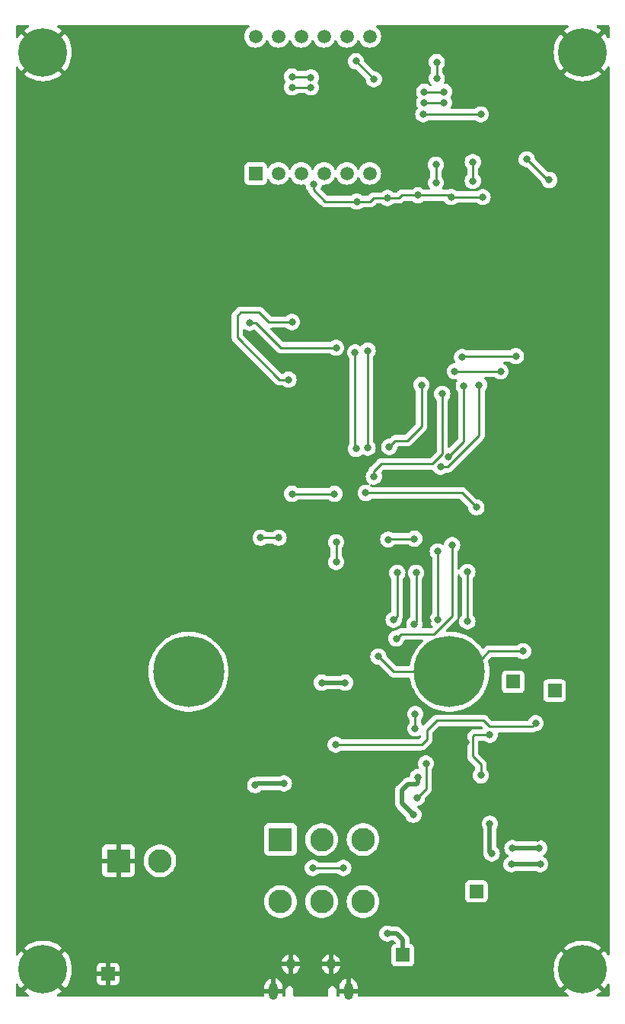
<source format=gbr>
%TF.GenerationSoftware,KiCad,Pcbnew,7.0.9-7.0.9~ubuntu22.04.1*%
%TF.CreationDate,2024-01-21T01:01:47-07:00*%
%TF.ProjectId,Multimeter,4d756c74-696d-4657-9465-722e6b696361,rev?*%
%TF.SameCoordinates,Original*%
%TF.FileFunction,Copper,L2,Bot*%
%TF.FilePolarity,Positive*%
%FSLAX46Y46*%
G04 Gerber Fmt 4.6, Leading zero omitted, Abs format (unit mm)*
G04 Created by KiCad (PCBNEW 7.0.9-7.0.9~ubuntu22.04.1) date 2024-01-21 01:01:47*
%MOMM*%
%LPD*%
G01*
G04 APERTURE LIST*
%TA.AperFunction,ComponentPad*%
%ADD10R,1.500000X1.500000*%
%TD*%
%TA.AperFunction,ComponentPad*%
%ADD11C,7.900000*%
%TD*%
%TA.AperFunction,ComponentPad*%
%ADD12C,0.800000*%
%TD*%
%TA.AperFunction,ComponentPad*%
%ADD13C,5.400000*%
%TD*%
%TA.AperFunction,ComponentPad*%
%ADD14O,1.000000X1.900000*%
%TD*%
%TA.AperFunction,ComponentPad*%
%ADD15O,1.050000X1.250000*%
%TD*%
%TA.AperFunction,ComponentPad*%
%ADD16R,2.625000X2.625000*%
%TD*%
%TA.AperFunction,ComponentPad*%
%ADD17C,2.625000*%
%TD*%
%TA.AperFunction,ComponentPad*%
%ADD18C,1.500000*%
%TD*%
%TA.AperFunction,ViaPad*%
%ADD19C,0.800000*%
%TD*%
%TA.AperFunction,Conductor*%
%ADD20C,0.250000*%
%TD*%
%TA.AperFunction,Conductor*%
%ADD21C,0.500000*%
%TD*%
G04 APERTURE END LIST*
D10*
%TO.P,TP5,1,1*%
%TO.N,+5V*%
X152000000Y-139400000D03*
%TD*%
D11*
%TO.P,J4,1,Pin_1*%
%TO.N,Net-(J4-Pin_1)*%
X157200000Y-107887500D03*
%TD*%
D12*
%TO.P,H4,1,1*%
%TO.N,GND*%
X169975000Y-141000000D03*
X170568109Y-139568109D03*
X170568109Y-142431891D03*
X172000000Y-138975000D03*
D13*
X172000000Y-141000000D03*
D12*
X172000000Y-143025000D03*
X173431891Y-139568109D03*
X173431891Y-142431891D03*
X174025000Y-141000000D03*
%TD*%
D10*
%TO.P,TP1,1,1*%
%TO.N,Net-(U10-CH0)*%
X168900000Y-110000000D03*
%TD*%
D12*
%TO.P,H3,1,1*%
%TO.N,GND*%
X109975000Y-141000000D03*
X110568109Y-139568109D03*
X110568109Y-142431891D03*
X112000000Y-138975000D03*
D13*
X112000000Y-141000000D03*
D12*
X112000000Y-143025000D03*
X113431891Y-139568109D03*
X113431891Y-142431891D03*
X114025000Y-141000000D03*
%TD*%
D14*
%TO.P,J1,6,Shield*%
%TO.N,GND*%
X137625000Y-143400000D03*
D15*
X139575000Y-140400000D03*
X144025000Y-140400000D03*
D14*
X145975000Y-143400000D03*
%TD*%
D10*
%TO.P,TP2,1,1*%
%TO.N,Net-(J4-Pin_1)*%
X160200000Y-132300000D03*
%TD*%
%TO.P,TP3,1,1*%
%TO.N,Net-(U3A--)*%
X164300000Y-109000000D03*
%TD*%
D12*
%TO.P,H1,1,1*%
%TO.N,GND*%
X109975000Y-39000000D03*
X110568109Y-37568109D03*
X110568109Y-40431891D03*
X112000000Y-36975000D03*
D13*
X112000000Y-39000000D03*
D12*
X112000000Y-41025000D03*
X113431891Y-37568109D03*
X113431891Y-40431891D03*
X114025000Y-39000000D03*
%TD*%
D10*
%TO.P,TP4,1,1*%
%TO.N,GND*%
X119250000Y-141500000D03*
%TD*%
D16*
%TO.P,SW1,1,A*%
%TO.N,GND*%
X120400000Y-128910000D03*
D17*
%TO.P,SW1,2,B*%
%TO.N,Net-(SW1-B)*%
X125000000Y-128910000D03*
%TD*%
D12*
%TO.P,H2,1,1*%
%TO.N,GND*%
X169975000Y-39000000D03*
X170568109Y-37568109D03*
X170568109Y-40431891D03*
X172000000Y-36975000D03*
D13*
X172000000Y-39000000D03*
D12*
X172000000Y-41025000D03*
X173431891Y-37568109D03*
X173431891Y-40431891D03*
X174025000Y-39000000D03*
%TD*%
D11*
%TO.P,J3,1,Pin_1*%
%TO.N,Net-(J3-Pin_1)*%
X128200000Y-107887500D03*
%TD*%
D10*
%TO.P,U4,1,e*%
%TO.N,Net-(U4-e)*%
X135650000Y-52477500D03*
D18*
%TO.P,U4,2,d*%
%TO.N,Net-(U4-d)*%
X138190000Y-52477500D03*
%TO.P,U4,3,DPX*%
%TO.N,Net-(U4-DPX)*%
X140730000Y-52477500D03*
%TO.P,U4,4,c*%
%TO.N,Net-(U4-c)*%
X143270000Y-52477500D03*
%TO.P,U4,5,g*%
%TO.N,Net-(U4-g)*%
X145810000Y-52477500D03*
%TO.P,U4,6,CC4*%
%TO.N,Net-(Q1-D)*%
X148350000Y-52477500D03*
%TO.P,U4,7,b*%
%TO.N,Net-(U4-b)*%
X148350000Y-37237500D03*
%TO.P,U4,8,CC3*%
%TO.N,Net-(Q2-D)*%
X145810000Y-37237500D03*
%TO.P,U4,9,CC2*%
%TO.N,Net-(Q3-D)*%
X143270000Y-37237500D03*
%TO.P,U4,10,f*%
%TO.N,Net-(U4-f)*%
X140730000Y-37237500D03*
%TO.P,U4,11,a*%
%TO.N,Net-(U4-a)*%
X138190000Y-37237500D03*
%TO.P,U4,12,CC1*%
%TO.N,Net-(Q4-D)*%
X135650000Y-37237500D03*
%TD*%
D16*
%TO.P,SW3,1,A*%
%TO.N,Net-(R39-Pad1)*%
X138400000Y-126545000D03*
D17*
%TO.P,SW3,2,B*%
%TO.N,Net-(U3D-+)*%
X143000000Y-126545000D03*
%TO.P,SW3,3,C*%
%TO.N,Net-(R38-Pad2)*%
X147600000Y-126545000D03*
%TO.P,SW3,4,A*%
%TO.N,unconnected-(SW3-A-Pad4)*%
X138400000Y-133455000D03*
%TO.P,SW3,5,B*%
%TO.N,Net-(U3D-+)*%
X143000000Y-133455000D03*
%TO.P,SW3,6,C*%
%TO.N,Net-(J3-Pin_1)*%
X147600000Y-133455000D03*
%TD*%
D19*
%TO.N,+5V*%
X150300000Y-55200000D03*
X142100000Y-53700000D03*
X160900000Y-55100000D03*
X157400000Y-55100000D03*
X146900000Y-55600000D03*
X150300000Y-137000000D03*
X153700000Y-54900000D03*
%TO.N,GND*%
X167000000Y-126412500D03*
X149200000Y-140100000D03*
X174100000Y-71000000D03*
X159000000Y-115700000D03*
X166700000Y-117400000D03*
X138000000Y-118987500D03*
X121100000Y-89787500D03*
X125200000Y-64287500D03*
X154800000Y-102287500D03*
X167400000Y-76087500D03*
X142100000Y-82987500D03*
X117300000Y-64287500D03*
X140600000Y-138800000D03*
X172000000Y-63887500D03*
X148000000Y-109287500D03*
X169400000Y-85900000D03*
X149600000Y-114887500D03*
X169400000Y-93800000D03*
X142100000Y-102387500D03*
X129300000Y-82887500D03*
X167800000Y-64087500D03*
X129400000Y-96587500D03*
X167500000Y-102187500D03*
X172400000Y-85400000D03*
X154900000Y-82987500D03*
X164000000Y-64087500D03*
X143600000Y-114750000D03*
X172400000Y-94200000D03*
X157500000Y-114800000D03*
X121200000Y-64287500D03*
X137500000Y-72800000D03*
X155700000Y-121350000D03*
X129200000Y-64287500D03*
X151300000Y-75487500D03*
%TO.N,+3.3V*%
X145600000Y-109100000D03*
X153200000Y-123800000D03*
X143000000Y-109100000D03*
X164200000Y-127500000D03*
X167300000Y-129300000D03*
X161700000Y-124800000D03*
X135600000Y-120500000D03*
X167200000Y-127500000D03*
X138800000Y-120300000D03*
X161900000Y-128100000D03*
X164100000Y-129300000D03*
X153700000Y-119600000D03*
%TO.N,Net-(J4-Pin_1)*%
X149300000Y-106200000D03*
X165400000Y-105600000D03*
%TO.N,Net-(Q2-D)*%
X154400000Y-43400000D03*
X156600000Y-43400000D03*
X148800000Y-42000000D03*
X146800000Y-40000000D03*
%TO.N,Net-(Q4-D)*%
X160700000Y-45900000D03*
X139700000Y-42900000D03*
X168300000Y-53200000D03*
X165800000Y-50900000D03*
X141800000Y-42900000D03*
X154300000Y-45900000D03*
%TO.N,/Display/digit1*%
X158600000Y-72887500D03*
X164600000Y-72787500D03*
X154100000Y-75987500D03*
X150500000Y-82887500D03*
%TO.N,/Display/digit2*%
X156400000Y-76987500D03*
X162900000Y-74487500D03*
X157800000Y-74487500D03*
X144600000Y-95687500D03*
X144600000Y-93487500D03*
X148800000Y-86187500D03*
%TO.N,/Display/digit3*%
X160500000Y-75987500D03*
X153300000Y-93087500D03*
X150400000Y-93187500D03*
X156200000Y-85100000D03*
%TO.N,/Display/digit4*%
X157100000Y-84000000D03*
X158800000Y-76087500D03*
%TO.N,Net-(U4-a)*%
X141800000Y-41800000D03*
X159800000Y-51200000D03*
X139700000Y-41700000D03*
X154400000Y-44600000D03*
X159800000Y-53300000D03*
X156600000Y-44600000D03*
%TO.N,Net-(U4-b)*%
X155700000Y-51500000D03*
X155700000Y-53500000D03*
X155800000Y-41900000D03*
X155800000Y-40100000D03*
%TO.N,Net-(U2-D4)*%
X144600000Y-71863000D03*
X135000000Y-69087500D03*
%TO.N,Net-(U2-D7)*%
X139700000Y-69000000D03*
X139300000Y-75400000D03*
%TO.N,Net-(U3A-+)*%
X160700000Y-119412000D03*
X161700000Y-114900000D03*
%TO.N,Net-(U3A--)*%
X154600000Y-118100000D03*
X153600000Y-121900000D03*
%TO.N,Net-(R39-Pad1)*%
X142000000Y-129700000D03*
X145400000Y-129700000D03*
%TO.N,/Analog Front End/CS*%
X155900000Y-102100000D03*
X153400000Y-112600000D03*
X153400000Y-114200000D03*
X155900000Y-94500000D03*
%TO.N,Net-(U10-CH0)*%
X166800000Y-113607500D03*
X144550000Y-116000000D03*
%TO.N,Net-(SW1-B)*%
X144400000Y-88100000D03*
X160200000Y-89600000D03*
X147900000Y-88000000D03*
X139700000Y-88100000D03*
%TO.N,/Analog Front End/SCK*%
X159200000Y-102287500D03*
X159200000Y-96787500D03*
%TO.N,/Analog Front End/SDI*%
X153500000Y-96887500D03*
X153300000Y-102587500D03*
%TO.N,/Analog Front End/SDO*%
X157500000Y-93800000D03*
X151300000Y-104200000D03*
%TO.N,/Analog Front End/MDAT*%
X151400000Y-96887500D03*
X151000000Y-102100000D03*
%TO.N,/Display/CLK*%
X136200000Y-92987500D03*
X148100000Y-72187500D03*
X138200000Y-92987500D03*
X148100000Y-82987500D03*
%TO.N,/Display/SD*%
X146700000Y-72387500D03*
X146800000Y-83087500D03*
%TD*%
D20*
%TO.N,+5V*%
X151900000Y-54900000D02*
X153700000Y-54900000D01*
X146900000Y-55600000D02*
X148400000Y-55600000D01*
X142100000Y-53700000D02*
X142100000Y-54300000D01*
X150300000Y-55200000D02*
X151600000Y-55200000D01*
X142100000Y-54300000D02*
X143400000Y-55600000D01*
X151600000Y-55200000D02*
X151900000Y-54900000D01*
D21*
X150300000Y-137000000D02*
X151300000Y-137000000D01*
D20*
X143400000Y-55600000D02*
X146900000Y-55600000D01*
X148800000Y-55200000D02*
X150300000Y-55200000D01*
X153700000Y-54900000D02*
X157200000Y-54900000D01*
X148400000Y-55600000D02*
X148800000Y-55200000D01*
D21*
X151300000Y-137000000D02*
X152000000Y-137700000D01*
X152000000Y-137700000D02*
X152000000Y-139400000D01*
D20*
X157200000Y-54900000D02*
X157400000Y-55100000D01*
X157400000Y-55100000D02*
X160900000Y-55100000D01*
D21*
%TO.N,+3.3V*%
X151892000Y-122492000D02*
X153200000Y-123800000D01*
X151900000Y-121100000D02*
X151900000Y-122484000D01*
X138800000Y-120300000D02*
X135800000Y-120300000D01*
X167300000Y-129300000D02*
X164100000Y-129300000D01*
X153700000Y-120200000D02*
X153500000Y-120400000D01*
X151900000Y-122484000D02*
X151892000Y-122492000D01*
X161700000Y-127900000D02*
X161900000Y-128100000D01*
X153700000Y-119600000D02*
X153700000Y-120200000D01*
X143000000Y-109100000D02*
X145600000Y-109100000D01*
X161700000Y-124800000D02*
X161700000Y-127900000D01*
X164200000Y-127500000D02*
X167200000Y-127500000D01*
X135800000Y-120300000D02*
X135600000Y-120500000D01*
X152600000Y-120400000D02*
X151900000Y-121100000D01*
X153500000Y-120400000D02*
X152600000Y-120400000D01*
D20*
%TO.N,Net-(J4-Pin_1)*%
X159312500Y-107887500D02*
X160900000Y-106300000D01*
X149300000Y-106200000D02*
X150987500Y-107887500D01*
X161600000Y-105600000D02*
X165400000Y-105600000D01*
X160900000Y-106300000D02*
X161600000Y-105600000D01*
X150987500Y-107887500D02*
X157200000Y-107887500D01*
X157200000Y-107887500D02*
X159312500Y-107887500D01*
%TO.N,Net-(Q2-D)*%
X154400000Y-43400000D02*
X156600000Y-43400000D01*
X146800000Y-40000000D02*
X148800000Y-42000000D01*
%TO.N,Net-(Q4-D)*%
X168100000Y-53200000D02*
X168300000Y-53200000D01*
X154300000Y-45900000D02*
X160700000Y-45900000D01*
X139700000Y-42900000D02*
X141800000Y-42900000D01*
X165800000Y-50900000D02*
X168100000Y-53200000D01*
%TO.N,/Display/digit1*%
X164600000Y-72787500D02*
X158700000Y-72787500D01*
X154100000Y-75987500D02*
X154100000Y-80587500D01*
X151200000Y-82187500D02*
X150500000Y-82887500D01*
X158700000Y-72787500D02*
X158600000Y-72887500D01*
X152500000Y-82187500D02*
X151200000Y-82187500D01*
X154100000Y-80587500D02*
X152500000Y-82187500D01*
%TO.N,/Display/digit2*%
X148800000Y-85587500D02*
X149600000Y-84787500D01*
X156400000Y-76987500D02*
X156400000Y-83687500D01*
X162900000Y-74487500D02*
X157800000Y-74487500D01*
X148800000Y-85587500D02*
X148800000Y-86187500D01*
X144600000Y-93487500D02*
X144600000Y-95687500D01*
X156400000Y-83687500D02*
X155300000Y-84787500D01*
X155300000Y-84787500D02*
X149600000Y-84787500D01*
%TO.N,/Display/digit3*%
X157037805Y-85087500D02*
X160500000Y-81625305D01*
X153300000Y-93087500D02*
X150500000Y-93087500D01*
X150500000Y-93087500D02*
X150400000Y-93187500D01*
X160500000Y-81625305D02*
X160500000Y-75987500D01*
X156200000Y-85100000D02*
X157037805Y-85100000D01*
%TO.N,/Display/digit4*%
X157100000Y-84000000D02*
X158800000Y-82300000D01*
X158800000Y-82300000D02*
X158800000Y-76087500D01*
%TO.N,Net-(U4-a)*%
X154400000Y-44600000D02*
X156600000Y-44600000D01*
X141700000Y-41700000D02*
X141800000Y-41800000D01*
X159800000Y-51200000D02*
X159800000Y-53300000D01*
X139700000Y-41700000D02*
X141700000Y-41700000D01*
%TO.N,Net-(U4-b)*%
X155800000Y-41900000D02*
X155800000Y-40100000D01*
X155700000Y-53500000D02*
X155700000Y-51500000D01*
%TO.N,Net-(U2-D4)*%
X135700000Y-69087500D02*
X135000000Y-69087500D01*
X135700000Y-69087500D02*
X138475500Y-71863000D01*
X144600000Y-71863000D02*
X138475500Y-71863000D01*
%TO.N,Net-(U2-D7)*%
X136000000Y-67900000D02*
X134000000Y-67900000D01*
X133600000Y-70700000D02*
X138300000Y-75400000D01*
X136000000Y-67900000D02*
X137100000Y-69000000D01*
X139700000Y-69000000D02*
X137100000Y-69000000D01*
X134000000Y-67900000D02*
X133600000Y-68300000D01*
X133600000Y-68300000D02*
X133600000Y-70700000D01*
X138300000Y-75400000D02*
X139300000Y-75400000D01*
%TO.N,Net-(U3A-+)*%
X160000000Y-114900000D02*
X161700000Y-114900000D01*
X160700000Y-119412000D02*
X160700000Y-118200000D01*
X159800000Y-117300000D02*
X159800000Y-115100000D01*
X160700000Y-118200000D02*
X159800000Y-117300000D01*
X159800000Y-115100000D02*
X160000000Y-114900000D01*
%TO.N,Net-(U3A--)*%
X153600000Y-121900000D02*
X154600000Y-120900000D01*
X154600000Y-120900000D02*
X154600000Y-118100000D01*
%TO.N,Net-(R39-Pad1)*%
X142000000Y-129700000D02*
X145400000Y-129700000D01*
%TO.N,/Analog Front End/CS*%
X153400000Y-114200000D02*
X153400000Y-112600000D01*
X155900000Y-102100000D02*
X155900000Y-94500000D01*
%TO.N,Net-(U10-CH0)*%
X154100000Y-116000000D02*
X154700000Y-115400000D01*
X154700000Y-114400000D02*
X155800000Y-113300000D01*
X161000000Y-113300000D02*
X161700000Y-114000000D01*
X155800000Y-113300000D02*
X161000000Y-113300000D01*
X144550000Y-116000000D02*
X154100000Y-116000000D01*
X166407500Y-114000000D02*
X166800000Y-113607500D01*
X161700000Y-114000000D02*
X166407500Y-114000000D01*
X154700000Y-115400000D02*
X154700000Y-114400000D01*
%TO.N,Net-(SW1-B)*%
X147900000Y-88000000D02*
X158600000Y-88000000D01*
X139700000Y-88100000D02*
X144400000Y-88100000D01*
X158600000Y-88000000D02*
X160200000Y-89600000D01*
%TO.N,/Analog Front End/SCK*%
X159200000Y-96787500D02*
X159200000Y-102287500D01*
%TO.N,/Analog Front End/SDI*%
X153500000Y-102387500D02*
X153300000Y-102587500D01*
X153500000Y-96887500D02*
X153500000Y-102387500D01*
%TO.N,/Analog Front End/SDO*%
X157500000Y-101700000D02*
X155500000Y-103700000D01*
X155500000Y-103700000D02*
X151800000Y-103700000D01*
X157500000Y-93800000D02*
X157500000Y-101700000D01*
X151800000Y-103700000D02*
X151300000Y-104200000D01*
%TO.N,/Analog Front End/MDAT*%
X151000000Y-102100000D02*
X151400000Y-101700000D01*
X151400000Y-101700000D02*
X151400000Y-96887500D01*
%TO.N,/Display/CLK*%
X138200000Y-92987500D02*
X136200000Y-92987500D01*
X148100000Y-72187500D02*
X148100000Y-82987500D01*
%TO.N,/Display/SD*%
X146700000Y-82987500D02*
X146800000Y-83087500D01*
X146700000Y-72387500D02*
X146700000Y-82987500D01*
%TD*%
%TA.AperFunction,Conductor*%
%TO.N,GND*%
G36*
X110332614Y-142334346D02*
G01*
X110313211Y-142431891D01*
X110332614Y-142529436D01*
X110387869Y-142612131D01*
X110470564Y-142667386D01*
X110543485Y-142681891D01*
X110592733Y-142681891D01*
X110665654Y-142667386D01*
X110727471Y-142626080D01*
X109920397Y-143433155D01*
X110001693Y-143505806D01*
X110294805Y-143713781D01*
X110294810Y-143713784D01*
X110391951Y-143767472D01*
X110441104Y-143817129D01*
X110455607Y-143885477D01*
X110430857Y-143950816D01*
X110374711Y-143992401D01*
X110331970Y-144000000D01*
X109124000Y-144000000D01*
X109056961Y-143980315D01*
X109011206Y-143927511D01*
X109000000Y-143876000D01*
X109000000Y-142668030D01*
X109019685Y-142600991D01*
X109072489Y-142555236D01*
X109141647Y-142545292D01*
X109205203Y-142574317D01*
X109232528Y-142608049D01*
X109286215Y-142705189D01*
X109286218Y-142705194D01*
X109494193Y-142998306D01*
X109566843Y-143079601D01*
X110373924Y-142272519D01*
X110332614Y-142334346D01*
G37*
%TD.AperFunction*%
%TA.AperFunction,Conductor*%
G36*
X134910913Y-36019685D02*
G01*
X134956668Y-36072489D01*
X134966612Y-36141647D01*
X134937587Y-36205203D01*
X134914997Y-36225575D01*
X134843121Y-36275902D01*
X134688402Y-36430621D01*
X134562900Y-36609857D01*
X134562898Y-36609861D01*
X134470426Y-36808168D01*
X134470422Y-36808177D01*
X134413793Y-37019520D01*
X134413793Y-37019524D01*
X134395817Y-37225000D01*
X134394723Y-37237500D01*
X134412535Y-37441103D01*
X134413793Y-37455475D01*
X134413793Y-37455479D01*
X134470422Y-37666822D01*
X134470424Y-37666826D01*
X134470425Y-37666830D01*
X134492382Y-37713916D01*
X134562897Y-37865138D01*
X134562898Y-37865139D01*
X134688402Y-38044377D01*
X134843123Y-38199098D01*
X135022361Y-38324602D01*
X135220670Y-38417075D01*
X135432023Y-38473707D01*
X135614926Y-38489708D01*
X135649998Y-38492777D01*
X135650000Y-38492777D01*
X135650002Y-38492777D01*
X135678254Y-38490305D01*
X135867977Y-38473707D01*
X136079330Y-38417075D01*
X136277639Y-38324602D01*
X136456877Y-38199098D01*
X136611598Y-38044377D01*
X136737102Y-37865139D01*
X136807618Y-37713914D01*
X136853790Y-37661477D01*
X136920984Y-37642325D01*
X136987865Y-37662541D01*
X137032381Y-37713914D01*
X137102898Y-37865139D01*
X137228402Y-38044377D01*
X137383123Y-38199098D01*
X137562361Y-38324602D01*
X137760670Y-38417075D01*
X137972023Y-38473707D01*
X138154926Y-38489708D01*
X138189998Y-38492777D01*
X138190000Y-38492777D01*
X138190002Y-38492777D01*
X138218254Y-38490305D01*
X138407977Y-38473707D01*
X138619330Y-38417075D01*
X138817639Y-38324602D01*
X138996877Y-38199098D01*
X139151598Y-38044377D01*
X139277102Y-37865139D01*
X139347618Y-37713914D01*
X139393790Y-37661477D01*
X139460984Y-37642325D01*
X139527865Y-37662541D01*
X139572381Y-37713914D01*
X139642898Y-37865139D01*
X139768402Y-38044377D01*
X139923123Y-38199098D01*
X140102361Y-38324602D01*
X140300670Y-38417075D01*
X140512023Y-38473707D01*
X140694926Y-38489708D01*
X140729998Y-38492777D01*
X140730000Y-38492777D01*
X140730002Y-38492777D01*
X140758254Y-38490305D01*
X140947977Y-38473707D01*
X141159330Y-38417075D01*
X141357639Y-38324602D01*
X141536877Y-38199098D01*
X141691598Y-38044377D01*
X141817102Y-37865139D01*
X141887618Y-37713914D01*
X141933790Y-37661477D01*
X142000984Y-37642325D01*
X142067865Y-37662541D01*
X142112381Y-37713914D01*
X142182898Y-37865139D01*
X142308402Y-38044377D01*
X142463123Y-38199098D01*
X142642361Y-38324602D01*
X142840670Y-38417075D01*
X143052023Y-38473707D01*
X143234926Y-38489708D01*
X143269998Y-38492777D01*
X143270000Y-38492777D01*
X143270002Y-38492777D01*
X143298254Y-38490305D01*
X143487977Y-38473707D01*
X143699330Y-38417075D01*
X143897639Y-38324602D01*
X144076877Y-38199098D01*
X144231598Y-38044377D01*
X144357102Y-37865139D01*
X144427618Y-37713914D01*
X144473790Y-37661477D01*
X144540984Y-37642325D01*
X144607865Y-37662541D01*
X144652381Y-37713914D01*
X144722898Y-37865139D01*
X144848402Y-38044377D01*
X145003123Y-38199098D01*
X145182361Y-38324602D01*
X145380670Y-38417075D01*
X145592023Y-38473707D01*
X145774926Y-38489708D01*
X145809998Y-38492777D01*
X145810000Y-38492777D01*
X145810002Y-38492777D01*
X145838254Y-38490305D01*
X146027977Y-38473707D01*
X146239330Y-38417075D01*
X146437639Y-38324602D01*
X146616877Y-38199098D01*
X146771598Y-38044377D01*
X146897102Y-37865139D01*
X146967618Y-37713914D01*
X147013790Y-37661477D01*
X147080984Y-37642325D01*
X147147865Y-37662541D01*
X147192381Y-37713914D01*
X147262898Y-37865139D01*
X147388402Y-38044377D01*
X147543123Y-38199098D01*
X147722361Y-38324602D01*
X147920670Y-38417075D01*
X148132023Y-38473707D01*
X148314926Y-38489708D01*
X148349998Y-38492777D01*
X148350000Y-38492777D01*
X148350002Y-38492777D01*
X148378254Y-38490305D01*
X148567977Y-38473707D01*
X148779330Y-38417075D01*
X148977639Y-38324602D01*
X149156877Y-38199098D01*
X149311598Y-38044377D01*
X149437102Y-37865139D01*
X149529575Y-37666830D01*
X149586207Y-37455477D01*
X149605277Y-37237500D01*
X149604183Y-37225000D01*
X149598080Y-37155240D01*
X149586207Y-37019523D01*
X149529575Y-36808170D01*
X149437102Y-36609862D01*
X149437100Y-36609859D01*
X149437099Y-36609857D01*
X149311599Y-36430624D01*
X149311596Y-36430621D01*
X149156877Y-36275902D01*
X149084998Y-36225572D01*
X149041377Y-36170998D01*
X149034184Y-36101499D01*
X149065706Y-36039145D01*
X149125936Y-36003731D01*
X149156125Y-36000000D01*
X170331970Y-36000000D01*
X170399009Y-36019685D01*
X170444764Y-36072489D01*
X170454708Y-36141647D01*
X170425683Y-36205203D01*
X170391951Y-36232528D01*
X170294810Y-36286215D01*
X170294805Y-36286218D01*
X170001693Y-36494194D01*
X170001685Y-36494199D01*
X169920397Y-36566842D01*
X169920397Y-36566843D01*
X170727476Y-37373922D01*
X170665654Y-37332614D01*
X170592733Y-37318109D01*
X170543485Y-37318109D01*
X170470564Y-37332614D01*
X170387869Y-37387869D01*
X170332614Y-37470564D01*
X170313211Y-37568109D01*
X170332614Y-37665654D01*
X170373922Y-37727476D01*
X169566843Y-36920397D01*
X169566842Y-36920397D01*
X169494199Y-37001685D01*
X169494194Y-37001693D01*
X169286218Y-37294805D01*
X169286215Y-37294810D01*
X169112355Y-37609386D01*
X169112353Y-37609390D01*
X168974812Y-37941447D01*
X168875316Y-38286805D01*
X168875314Y-38286814D01*
X168815112Y-38641141D01*
X168815110Y-38641153D01*
X168794958Y-39000000D01*
X168815110Y-39358846D01*
X168815112Y-39358858D01*
X168875314Y-39713185D01*
X168875316Y-39713194D01*
X168974812Y-40058552D01*
X169112353Y-40390609D01*
X169112355Y-40390613D01*
X169286215Y-40705189D01*
X169286218Y-40705194D01*
X169494193Y-40998306D01*
X169566843Y-41079601D01*
X170373924Y-40272519D01*
X170332614Y-40334346D01*
X170313211Y-40431891D01*
X170332614Y-40529436D01*
X170387869Y-40612131D01*
X170470564Y-40667386D01*
X170543485Y-40681891D01*
X170592733Y-40681891D01*
X170665654Y-40667386D01*
X170727471Y-40626080D01*
X169920397Y-41433155D01*
X170001693Y-41505806D01*
X170294805Y-41713781D01*
X170294810Y-41713784D01*
X170609386Y-41887644D01*
X170609390Y-41887646D01*
X170941447Y-42025187D01*
X171286805Y-42124683D01*
X171286814Y-42124685D01*
X171641141Y-42184887D01*
X171641153Y-42184889D01*
X172000000Y-42205041D01*
X172358846Y-42184889D01*
X172358858Y-42184887D01*
X172713185Y-42124685D01*
X172713194Y-42124683D01*
X173058552Y-42025187D01*
X173390609Y-41887646D01*
X173390613Y-41887644D01*
X173705189Y-41713784D01*
X173705194Y-41713781D01*
X173998306Y-41505806D01*
X174079601Y-41433155D01*
X173272525Y-40626079D01*
X173334346Y-40667386D01*
X173407267Y-40681891D01*
X173456515Y-40681891D01*
X173529436Y-40667386D01*
X173612131Y-40612131D01*
X173667386Y-40529436D01*
X173686789Y-40431891D01*
X173667386Y-40334346D01*
X173626077Y-40272523D01*
X174433155Y-41079601D01*
X174505806Y-40998306D01*
X174713781Y-40705194D01*
X174713784Y-40705189D01*
X174767472Y-40608049D01*
X174817129Y-40558896D01*
X174885477Y-40544393D01*
X174950816Y-40569143D01*
X174992401Y-40625289D01*
X175000000Y-40668030D01*
X175000000Y-139331969D01*
X174980315Y-139399008D01*
X174927511Y-139444763D01*
X174858353Y-139454707D01*
X174794797Y-139425682D01*
X174767473Y-139391951D01*
X174713788Y-139294816D01*
X174713781Y-139294805D01*
X174505806Y-139001693D01*
X174433155Y-138920397D01*
X173626081Y-139727470D01*
X173667386Y-139665654D01*
X173686789Y-139568109D01*
X173667386Y-139470564D01*
X173612131Y-139387869D01*
X173529436Y-139332614D01*
X173456515Y-139318109D01*
X173407267Y-139318109D01*
X173334346Y-139332614D01*
X173272522Y-139373922D01*
X174079602Y-138566843D01*
X173998306Y-138494193D01*
X173705194Y-138286218D01*
X173705189Y-138286215D01*
X173390613Y-138112355D01*
X173390609Y-138112353D01*
X173058552Y-137974812D01*
X172713194Y-137875316D01*
X172713185Y-137875314D01*
X172358858Y-137815112D01*
X172358846Y-137815110D01*
X172000000Y-137794958D01*
X171641153Y-137815110D01*
X171641141Y-137815112D01*
X171286814Y-137875314D01*
X171286805Y-137875316D01*
X170941447Y-137974812D01*
X170609390Y-138112353D01*
X170609386Y-138112355D01*
X170294810Y-138286215D01*
X170294805Y-138286218D01*
X170001693Y-138494194D01*
X170001685Y-138494199D01*
X169920397Y-138566842D01*
X169920397Y-138566843D01*
X170727476Y-139373922D01*
X170665654Y-139332614D01*
X170592733Y-139318109D01*
X170543485Y-139318109D01*
X170470564Y-139332614D01*
X170387869Y-139387869D01*
X170332614Y-139470564D01*
X170313211Y-139568109D01*
X170332614Y-139665654D01*
X170373922Y-139727476D01*
X169566843Y-138920397D01*
X169566842Y-138920397D01*
X169494199Y-139001685D01*
X169494194Y-139001693D01*
X169286218Y-139294805D01*
X169286215Y-139294810D01*
X169112355Y-139609386D01*
X169112353Y-139609390D01*
X168974812Y-139941447D01*
X168875316Y-140286805D01*
X168875314Y-140286814D01*
X168815112Y-140641141D01*
X168815110Y-140641153D01*
X168794958Y-141000000D01*
X168815110Y-141358846D01*
X168815112Y-141358858D01*
X168875314Y-141713185D01*
X168875316Y-141713194D01*
X168974812Y-142058552D01*
X169112353Y-142390609D01*
X169112355Y-142390613D01*
X169286215Y-142705189D01*
X169286218Y-142705194D01*
X169494193Y-142998306D01*
X169566843Y-143079601D01*
X170373924Y-142272519D01*
X170332614Y-142334346D01*
X170313211Y-142431891D01*
X170332614Y-142529436D01*
X170387869Y-142612131D01*
X170470564Y-142667386D01*
X170543485Y-142681891D01*
X170592733Y-142681891D01*
X170665654Y-142667386D01*
X170727471Y-142626080D01*
X169920397Y-143433155D01*
X170001693Y-143505806D01*
X170294805Y-143713781D01*
X170294810Y-143713784D01*
X170391951Y-143767472D01*
X170441104Y-143817129D01*
X170455607Y-143885477D01*
X170430857Y-143950816D01*
X170374711Y-143992401D01*
X170331970Y-144000000D01*
X147099000Y-144000000D01*
X147031961Y-143980315D01*
X146986206Y-143927511D01*
X146975000Y-143876000D01*
X146975000Y-143650000D01*
X146275000Y-143650000D01*
X146275000Y-143150000D01*
X146975000Y-143150000D01*
X146975000Y-142899286D01*
X146959581Y-142747661D01*
X146898700Y-142553618D01*
X146898695Y-142553608D01*
X146799994Y-142375784D01*
X146799994Y-142375783D01*
X146667521Y-142221469D01*
X146667520Y-142221468D01*
X146506695Y-142096981D01*
X146324093Y-142007411D01*
X146225000Y-141981753D01*
X146225000Y-142883889D01*
X146200543Y-142844390D01*
X146111038Y-142776799D01*
X146003160Y-142746105D01*
X145891479Y-142756454D01*
X145791078Y-142806448D01*
X145725000Y-142878930D01*
X145725000Y-141976633D01*
X145723053Y-141976931D01*
X145723047Y-141976933D01*
X145532342Y-142047562D01*
X145532335Y-142047565D01*
X145359732Y-142155149D01*
X145212331Y-142295264D01*
X145212330Y-142295266D01*
X145096143Y-142462195D01*
X145015940Y-142649092D01*
X144975000Y-142848309D01*
X144975000Y-143150000D01*
X145675000Y-143150000D01*
X145675000Y-143650000D01*
X144975000Y-143650000D01*
X144975000Y-143876000D01*
X144955315Y-143943039D01*
X144902511Y-143988794D01*
X144851000Y-144000000D01*
X144724500Y-144000000D01*
X144657461Y-143980315D01*
X144611706Y-143927511D01*
X144600500Y-143876000D01*
X144600500Y-143213821D01*
X144600499Y-143213819D01*
X144566031Y-143096427D01*
X144566029Y-143096424D01*
X144566029Y-143096423D01*
X144499879Y-142993491D01*
X144407409Y-142913365D01*
X144407407Y-142913364D01*
X144296113Y-142862537D01*
X144296109Y-142862536D01*
X144175000Y-142845124D01*
X144053890Y-142862536D01*
X144053886Y-142862537D01*
X143942592Y-142913364D01*
X143942589Y-142913366D01*
X143850120Y-142993492D01*
X143783968Y-143096427D01*
X143749500Y-143213819D01*
X143749500Y-143876000D01*
X143729815Y-143943039D01*
X143677011Y-143988794D01*
X143625500Y-144000000D01*
X139974500Y-144000000D01*
X139907461Y-143980315D01*
X139861706Y-143927511D01*
X139850500Y-143876000D01*
X139850500Y-143213821D01*
X139850499Y-143213819D01*
X139816031Y-143096427D01*
X139816029Y-143096424D01*
X139816029Y-143096423D01*
X139749879Y-142993491D01*
X139657409Y-142913365D01*
X139657407Y-142913364D01*
X139546113Y-142862537D01*
X139546109Y-142862536D01*
X139425000Y-142845124D01*
X139303890Y-142862536D01*
X139303886Y-142862537D01*
X139192592Y-142913364D01*
X139192589Y-142913366D01*
X139100120Y-142993492D01*
X139033968Y-143096427D01*
X138999500Y-143213819D01*
X138999500Y-143876000D01*
X138979815Y-143943039D01*
X138927011Y-143988794D01*
X138875500Y-144000000D01*
X138749000Y-144000000D01*
X138681961Y-143980315D01*
X138636206Y-143927511D01*
X138625000Y-143876000D01*
X138625000Y-143650000D01*
X137925000Y-143650000D01*
X137925000Y-143150000D01*
X138625000Y-143150000D01*
X138625000Y-142899286D01*
X138609581Y-142747661D01*
X138548700Y-142553618D01*
X138548695Y-142553608D01*
X138449994Y-142375784D01*
X138449994Y-142375783D01*
X138317521Y-142221469D01*
X138317520Y-142221468D01*
X138156695Y-142096981D01*
X137974093Y-142007411D01*
X137875000Y-141981753D01*
X137875000Y-142883889D01*
X137850543Y-142844390D01*
X137761038Y-142776799D01*
X137653160Y-142746105D01*
X137541479Y-142756454D01*
X137441078Y-142806448D01*
X137375000Y-142878930D01*
X137375000Y-141976633D01*
X137373053Y-141976931D01*
X137373047Y-141976933D01*
X137182342Y-142047562D01*
X137182335Y-142047565D01*
X137009732Y-142155149D01*
X136862331Y-142295264D01*
X136862330Y-142295266D01*
X136746143Y-142462195D01*
X136665940Y-142649092D01*
X136625000Y-142848309D01*
X136625000Y-143150000D01*
X137325000Y-143150000D01*
X137325000Y-143650000D01*
X136625000Y-143650000D01*
X136625000Y-143876000D01*
X136605315Y-143943039D01*
X136552511Y-143988794D01*
X136501000Y-144000000D01*
X113668030Y-144000000D01*
X113600991Y-143980315D01*
X113555236Y-143927511D01*
X113545292Y-143858353D01*
X113574317Y-143794797D01*
X113608049Y-143767472D01*
X113705189Y-143713784D01*
X113705194Y-143713781D01*
X113998306Y-143505806D01*
X114079601Y-143433155D01*
X113272525Y-142626079D01*
X113334346Y-142667386D01*
X113407267Y-142681891D01*
X113456515Y-142681891D01*
X113529436Y-142667386D01*
X113612131Y-142612131D01*
X113667386Y-142529436D01*
X113686789Y-142431891D01*
X113667386Y-142334346D01*
X113626078Y-142272524D01*
X114433155Y-143079601D01*
X114505806Y-142998306D01*
X114713781Y-142705194D01*
X114713784Y-142705189D01*
X114887644Y-142390613D01*
X114887646Y-142390609D01*
X115025187Y-142058552D01*
X115114079Y-141750000D01*
X118000000Y-141750000D01*
X118000000Y-142297844D01*
X118006401Y-142357372D01*
X118006403Y-142357379D01*
X118056645Y-142492086D01*
X118056649Y-142492093D01*
X118142809Y-142607187D01*
X118142812Y-142607190D01*
X118257906Y-142693350D01*
X118257913Y-142693354D01*
X118392620Y-142743596D01*
X118392627Y-142743598D01*
X118452155Y-142749999D01*
X118452172Y-142750000D01*
X119000000Y-142750000D01*
X119000000Y-141750000D01*
X118000000Y-141750000D01*
X115114079Y-141750000D01*
X115124683Y-141713194D01*
X115124685Y-141713185D01*
X115155928Y-141529302D01*
X118896372Y-141529302D01*
X118925047Y-141642538D01*
X118988936Y-141740327D01*
X119081115Y-141812072D01*
X119191595Y-141850000D01*
X119279005Y-141850000D01*
X119365216Y-141835614D01*
X119467947Y-141780019D01*
X119495581Y-141750000D01*
X119500000Y-141750000D01*
X119500000Y-142750000D01*
X120047828Y-142750000D01*
X120047844Y-142749999D01*
X120107372Y-142743598D01*
X120107379Y-142743596D01*
X120242086Y-142693354D01*
X120242093Y-142693350D01*
X120357187Y-142607190D01*
X120357190Y-142607187D01*
X120443350Y-142492093D01*
X120443354Y-142492086D01*
X120493596Y-142357379D01*
X120493598Y-142357372D01*
X120499999Y-142297844D01*
X120500000Y-142297827D01*
X120500000Y-141750000D01*
X119500000Y-141750000D01*
X119495581Y-141750000D01*
X119547060Y-141694079D01*
X119593982Y-141587108D01*
X119603628Y-141470698D01*
X119574953Y-141357462D01*
X119511064Y-141259673D01*
X119418885Y-141187928D01*
X119308405Y-141150000D01*
X119220995Y-141150000D01*
X119134784Y-141164386D01*
X119032053Y-141219981D01*
X118952940Y-141305921D01*
X118906018Y-141412892D01*
X118896372Y-141529302D01*
X115155928Y-141529302D01*
X115184887Y-141358858D01*
X115184889Y-141358846D01*
X115191002Y-141250000D01*
X118000000Y-141250000D01*
X119000000Y-141250000D01*
X119000000Y-140250000D01*
X119500000Y-140250000D01*
X119500000Y-141250000D01*
X120500000Y-141250000D01*
X120500000Y-140702172D01*
X120499999Y-140702155D01*
X120493598Y-140642627D01*
X120493596Y-140642620D01*
X120443354Y-140507913D01*
X120443350Y-140507906D01*
X120357190Y-140392812D01*
X120357187Y-140392809D01*
X120242093Y-140306649D01*
X120242086Y-140306645D01*
X120107379Y-140256403D01*
X120107372Y-140256401D01*
X120047844Y-140250000D01*
X119500000Y-140250000D01*
X119000000Y-140250000D01*
X118452155Y-140250000D01*
X118392627Y-140256401D01*
X118392620Y-140256403D01*
X118257913Y-140306645D01*
X118257906Y-140306649D01*
X118142812Y-140392809D01*
X118142809Y-140392812D01*
X118056649Y-140507906D01*
X118056645Y-140507913D01*
X118006403Y-140642620D01*
X118006401Y-140642627D01*
X118000000Y-140702155D01*
X118000000Y-141250000D01*
X115191002Y-141250000D01*
X115205041Y-141000000D01*
X115184889Y-140641153D01*
X115184887Y-140641141D01*
X115124685Y-140286814D01*
X115124683Y-140286805D01*
X115085270Y-140150000D01*
X138559812Y-140150000D01*
X139286325Y-140150000D01*
X139264888Y-140187129D01*
X139250000Y-140271564D01*
X139250000Y-140528436D01*
X139264888Y-140612871D01*
X139286325Y-140650000D01*
X138559813Y-140650000D01*
X138564829Y-140700931D01*
X138623443Y-140894154D01*
X138718615Y-141072209D01*
X138718620Y-141072215D01*
X138846707Y-141228292D01*
X139002784Y-141356379D01*
X139002790Y-141356384D01*
X139180846Y-141451557D01*
X139325000Y-141495285D01*
X139325000Y-140714482D01*
X139409993Y-140785801D01*
X139517694Y-140825000D01*
X139632306Y-140825000D01*
X139740007Y-140785801D01*
X139825000Y-140714482D01*
X139825000Y-141495285D01*
X139969153Y-141451557D01*
X140147209Y-141356384D01*
X140147215Y-141356379D01*
X140303292Y-141228292D01*
X140431379Y-141072215D01*
X140431384Y-141072209D01*
X140526556Y-140894154D01*
X140585170Y-140700931D01*
X140590187Y-140650000D01*
X139863675Y-140650000D01*
X139885112Y-140612871D01*
X139900000Y-140528436D01*
X139900000Y-140271564D01*
X139885112Y-140187129D01*
X139863675Y-140150000D01*
X140590187Y-140150000D01*
X143009812Y-140150000D01*
X143736325Y-140150000D01*
X143714888Y-140187129D01*
X143700000Y-140271564D01*
X143700000Y-140528436D01*
X143714888Y-140612871D01*
X143736325Y-140650000D01*
X143009813Y-140650000D01*
X143014829Y-140700931D01*
X143073443Y-140894154D01*
X143168615Y-141072209D01*
X143168620Y-141072215D01*
X143296707Y-141228292D01*
X143452784Y-141356379D01*
X143452790Y-141356384D01*
X143630846Y-141451557D01*
X143775000Y-141495285D01*
X143775000Y-140714482D01*
X143859993Y-140785801D01*
X143967694Y-140825000D01*
X144082306Y-140825000D01*
X144190007Y-140785801D01*
X144275000Y-140714482D01*
X144275000Y-141495285D01*
X144419153Y-141451557D01*
X144597209Y-141356384D01*
X144597215Y-141356379D01*
X144753292Y-141228292D01*
X144881379Y-141072215D01*
X144881384Y-141072209D01*
X144976556Y-140894154D01*
X145035170Y-140700931D01*
X145040187Y-140650000D01*
X144313675Y-140650000D01*
X144335112Y-140612871D01*
X144350000Y-140528436D01*
X144350000Y-140271564D01*
X144335112Y-140187129D01*
X144313675Y-140150000D01*
X145040187Y-140150000D01*
X145035170Y-140099068D01*
X144976556Y-139905845D01*
X144881384Y-139727790D01*
X144881379Y-139727784D01*
X144753292Y-139571707D01*
X144597215Y-139443620D01*
X144597209Y-139443615D01*
X144419150Y-139348441D01*
X144275000Y-139304712D01*
X144275000Y-140085517D01*
X144190007Y-140014199D01*
X144082306Y-139975000D01*
X143967694Y-139975000D01*
X143859993Y-140014199D01*
X143775000Y-140085517D01*
X143775000Y-139304712D01*
X143630849Y-139348441D01*
X143452790Y-139443615D01*
X143452784Y-139443620D01*
X143296707Y-139571707D01*
X143168620Y-139727784D01*
X143168615Y-139727790D01*
X143073443Y-139905845D01*
X143014829Y-140099068D01*
X143009812Y-140150000D01*
X140590187Y-140150000D01*
X140585170Y-140099068D01*
X140526556Y-139905845D01*
X140431384Y-139727790D01*
X140431379Y-139727784D01*
X140303292Y-139571707D01*
X140147215Y-139443620D01*
X140147209Y-139443615D01*
X139969150Y-139348441D01*
X139825000Y-139304712D01*
X139825000Y-140085517D01*
X139740007Y-140014199D01*
X139632306Y-139975000D01*
X139517694Y-139975000D01*
X139409993Y-140014199D01*
X139325000Y-140085517D01*
X139325000Y-139304712D01*
X139180849Y-139348441D01*
X139002790Y-139443615D01*
X139002784Y-139443620D01*
X138846707Y-139571707D01*
X138718620Y-139727784D01*
X138718615Y-139727790D01*
X138623443Y-139905845D01*
X138564829Y-140099068D01*
X138559812Y-140150000D01*
X115085270Y-140150000D01*
X115025187Y-139941447D01*
X114887646Y-139609390D01*
X114887644Y-139609386D01*
X114713784Y-139294810D01*
X114713781Y-139294805D01*
X114505806Y-139001693D01*
X114433155Y-138920397D01*
X113626080Y-139727471D01*
X113667386Y-139665654D01*
X113686789Y-139568109D01*
X113667386Y-139470564D01*
X113612131Y-139387869D01*
X113529436Y-139332614D01*
X113456515Y-139318109D01*
X113407267Y-139318109D01*
X113334346Y-139332614D01*
X113272522Y-139373922D01*
X114079602Y-138566843D01*
X113998306Y-138494193D01*
X113705194Y-138286218D01*
X113705189Y-138286215D01*
X113390613Y-138112355D01*
X113390609Y-138112353D01*
X113058552Y-137974812D01*
X112713194Y-137875316D01*
X112713185Y-137875314D01*
X112358858Y-137815112D01*
X112358846Y-137815110D01*
X112000000Y-137794958D01*
X111641153Y-137815110D01*
X111641141Y-137815112D01*
X111286814Y-137875314D01*
X111286805Y-137875316D01*
X110941447Y-137974812D01*
X110609390Y-138112353D01*
X110609386Y-138112355D01*
X110294810Y-138286215D01*
X110294805Y-138286218D01*
X110001693Y-138494194D01*
X110001685Y-138494199D01*
X109920397Y-138566842D01*
X109920397Y-138566843D01*
X110727476Y-139373922D01*
X110665654Y-139332614D01*
X110592733Y-139318109D01*
X110543485Y-139318109D01*
X110470564Y-139332614D01*
X110387869Y-139387869D01*
X110332614Y-139470564D01*
X110313211Y-139568109D01*
X110332614Y-139665654D01*
X110373922Y-139727476D01*
X109566843Y-138920397D01*
X109566842Y-138920397D01*
X109494199Y-139001685D01*
X109494194Y-139001693D01*
X109286218Y-139294805D01*
X109286211Y-139294816D01*
X109232527Y-139391951D01*
X109182871Y-139441103D01*
X109114523Y-139455606D01*
X109049184Y-139430856D01*
X109007599Y-139374709D01*
X109000000Y-139331969D01*
X109000000Y-137000000D01*
X149394540Y-137000000D01*
X149414326Y-137188256D01*
X149414327Y-137188259D01*
X149472818Y-137368277D01*
X149472821Y-137368284D01*
X149567467Y-137532216D01*
X149649845Y-137623706D01*
X149694129Y-137672888D01*
X149847265Y-137784148D01*
X149847270Y-137784151D01*
X150020192Y-137861142D01*
X150020197Y-137861144D01*
X150205354Y-137900500D01*
X150205355Y-137900500D01*
X150394644Y-137900500D01*
X150394646Y-137900500D01*
X150579803Y-137861144D01*
X150752730Y-137784151D01*
X150754776Y-137782664D01*
X150766452Y-137774182D01*
X150832258Y-137750702D01*
X150839337Y-137750500D01*
X150937770Y-137750500D01*
X151004809Y-137770185D01*
X151025446Y-137786814D01*
X151189643Y-137951010D01*
X151223127Y-138012332D01*
X151218143Y-138082023D01*
X151176272Y-138137957D01*
X151145295Y-138154872D01*
X151007669Y-138206203D01*
X151007664Y-138206206D01*
X150892455Y-138292452D01*
X150892452Y-138292455D01*
X150806206Y-138407664D01*
X150806202Y-138407671D01*
X150755908Y-138542517D01*
X150749501Y-138602116D01*
X150749501Y-138602123D01*
X150749500Y-138602135D01*
X150749500Y-140197870D01*
X150749501Y-140197876D01*
X150755908Y-140257483D01*
X150806202Y-140392328D01*
X150806206Y-140392335D01*
X150892452Y-140507544D01*
X150892455Y-140507547D01*
X151007664Y-140593793D01*
X151007671Y-140593797D01*
X151142517Y-140644091D01*
X151142516Y-140644091D01*
X151149444Y-140644835D01*
X151202127Y-140650500D01*
X152797872Y-140650499D01*
X152857483Y-140644091D01*
X152992331Y-140593796D01*
X153107546Y-140507546D01*
X153193796Y-140392331D01*
X153244091Y-140257483D01*
X153250500Y-140197873D01*
X153250499Y-138602128D01*
X153244091Y-138542517D01*
X153226067Y-138494193D01*
X153193797Y-138407671D01*
X153193793Y-138407664D01*
X153107547Y-138292455D01*
X153107544Y-138292452D01*
X152992335Y-138206206D01*
X152992328Y-138206202D01*
X152857482Y-138155908D01*
X152849938Y-138154126D01*
X152850474Y-138151853D01*
X152796688Y-138129571D01*
X152756843Y-138072177D01*
X152750500Y-138033024D01*
X152750500Y-137763705D01*
X152751809Y-137745735D01*
X152755289Y-137721974D01*
X152750736Y-137669939D01*
X152750500Y-137664532D01*
X152750500Y-137656297D01*
X152750500Y-137656291D01*
X152746691Y-137623707D01*
X152739998Y-137547202D01*
X152739996Y-137547197D01*
X152738538Y-137540133D01*
X152738597Y-137540120D01*
X152736967Y-137532764D01*
X152736908Y-137532779D01*
X152735241Y-137525751D01*
X152735241Y-137525745D01*
X152708966Y-137453556D01*
X152684813Y-137380665D01*
X152684808Y-137380658D01*
X152681760Y-137374119D01*
X152681815Y-137374092D01*
X152678529Y-137367305D01*
X152678476Y-137367332D01*
X152675238Y-137360883D01*
X152633023Y-137296700D01*
X152592709Y-137231341D01*
X152588233Y-137225681D01*
X152588280Y-137225643D01*
X152583519Y-137219799D01*
X152583474Y-137219838D01*
X152578834Y-137214309D01*
X152578832Y-137214307D01*
X152578830Y-137214304D01*
X152548061Y-137185275D01*
X152522965Y-137161597D01*
X151875729Y-136514361D01*
X151863949Y-136500730D01*
X151856482Y-136490701D01*
X151849612Y-136481472D01*
X151849610Y-136481470D01*
X151809587Y-136447886D01*
X151805612Y-136444244D01*
X151802690Y-136441322D01*
X151799780Y-136438411D01*
X151774040Y-136418059D01*
X151715209Y-136368694D01*
X151709180Y-136364729D01*
X151709212Y-136364680D01*
X151702853Y-136360628D01*
X151702822Y-136360679D01*
X151696680Y-136356891D01*
X151696678Y-136356890D01*
X151696677Y-136356889D01*
X151657474Y-136338608D01*
X151627058Y-136324424D01*
X151592894Y-136307267D01*
X151558433Y-136289960D01*
X151558431Y-136289959D01*
X151558430Y-136289959D01*
X151551645Y-136287489D01*
X151551665Y-136287433D01*
X151544549Y-136284959D01*
X151544531Y-136285015D01*
X151537671Y-136282742D01*
X151509841Y-136276996D01*
X151462434Y-136267207D01*
X151413472Y-136255603D01*
X151387719Y-136249499D01*
X151380547Y-136248661D01*
X151380553Y-136248601D01*
X151373055Y-136247835D01*
X151373050Y-136247895D01*
X151365860Y-136247265D01*
X151289083Y-136249500D01*
X150839337Y-136249500D01*
X150772298Y-136229815D01*
X150766452Y-136225818D01*
X150752734Y-136215851D01*
X150752729Y-136215848D01*
X150579807Y-136138857D01*
X150579802Y-136138855D01*
X150434001Y-136107865D01*
X150394646Y-136099500D01*
X150205354Y-136099500D01*
X150172897Y-136106398D01*
X150020197Y-136138855D01*
X150020192Y-136138857D01*
X149847270Y-136215848D01*
X149847265Y-136215851D01*
X149694129Y-136327111D01*
X149567466Y-136467785D01*
X149472821Y-136631715D01*
X149472818Y-136631722D01*
X149414327Y-136811740D01*
X149414326Y-136811744D01*
X149394540Y-137000000D01*
X109000000Y-137000000D01*
X109000000Y-133455004D01*
X136581916Y-133455004D01*
X136602221Y-133725969D01*
X136662685Y-133990878D01*
X136662688Y-133990890D01*
X136662690Y-133990895D01*
X136761960Y-134243831D01*
X136761963Y-134243839D01*
X136852540Y-134400721D01*
X136897829Y-134479163D01*
X137034670Y-134650757D01*
X137067253Y-134691615D01*
X137255290Y-134866087D01*
X137266443Y-134876435D01*
X137490958Y-135029507D01*
X137735779Y-135147407D01*
X137995438Y-135227501D01*
X137995439Y-135227501D01*
X137995442Y-135227502D01*
X138264126Y-135267999D01*
X138264131Y-135267999D01*
X138264134Y-135268000D01*
X138264135Y-135268000D01*
X138535865Y-135268000D01*
X138535866Y-135268000D01*
X138535873Y-135267999D01*
X138804557Y-135227502D01*
X138804558Y-135227501D01*
X138804562Y-135227501D01*
X139064221Y-135147407D01*
X139309042Y-135029507D01*
X139533557Y-134876435D01*
X139732750Y-134691611D01*
X139902171Y-134479163D01*
X140038037Y-134243837D01*
X140137312Y-133990890D01*
X140197778Y-133725971D01*
X140204546Y-133635647D01*
X140218084Y-133455004D01*
X141181916Y-133455004D01*
X141202221Y-133725969D01*
X141262685Y-133990878D01*
X141262688Y-133990890D01*
X141262690Y-133990895D01*
X141361960Y-134243831D01*
X141361963Y-134243839D01*
X141452540Y-134400721D01*
X141497829Y-134479163D01*
X141634670Y-134650757D01*
X141667253Y-134691615D01*
X141855290Y-134866087D01*
X141866443Y-134876435D01*
X142090958Y-135029507D01*
X142335779Y-135147407D01*
X142595438Y-135227501D01*
X142595439Y-135227501D01*
X142595442Y-135227502D01*
X142864126Y-135267999D01*
X142864131Y-135267999D01*
X142864134Y-135268000D01*
X142864135Y-135268000D01*
X143135865Y-135268000D01*
X143135866Y-135268000D01*
X143135873Y-135267999D01*
X143404557Y-135227502D01*
X143404558Y-135227501D01*
X143404562Y-135227501D01*
X143664221Y-135147407D01*
X143909042Y-135029507D01*
X144133557Y-134876435D01*
X144332750Y-134691611D01*
X144502171Y-134479163D01*
X144638037Y-134243837D01*
X144737312Y-133990890D01*
X144797778Y-133725971D01*
X144804546Y-133635647D01*
X144818084Y-133455004D01*
X145781916Y-133455004D01*
X145802221Y-133725969D01*
X145862685Y-133990878D01*
X145862688Y-133990890D01*
X145862690Y-133990895D01*
X145961960Y-134243831D01*
X145961963Y-134243839D01*
X146052540Y-134400721D01*
X146097829Y-134479163D01*
X146234670Y-134650757D01*
X146267253Y-134691615D01*
X146455290Y-134866087D01*
X146466443Y-134876435D01*
X146690958Y-135029507D01*
X146935779Y-135147407D01*
X147195438Y-135227501D01*
X147195439Y-135227501D01*
X147195442Y-135227502D01*
X147464126Y-135267999D01*
X147464131Y-135267999D01*
X147464134Y-135268000D01*
X147464135Y-135268000D01*
X147735865Y-135268000D01*
X147735866Y-135268000D01*
X147735873Y-135267999D01*
X148004557Y-135227502D01*
X148004558Y-135227501D01*
X148004562Y-135227501D01*
X148264221Y-135147407D01*
X148509042Y-135029507D01*
X148733557Y-134876435D01*
X148932750Y-134691611D01*
X149102171Y-134479163D01*
X149238037Y-134243837D01*
X149337312Y-133990890D01*
X149397778Y-133725971D01*
X149404546Y-133635647D01*
X149418084Y-133455004D01*
X149418084Y-133454995D01*
X149397778Y-133184030D01*
X149391719Y-133157482D01*
X149378113Y-133097870D01*
X158949500Y-133097870D01*
X158949501Y-133097876D01*
X158955908Y-133157483D01*
X159006202Y-133292328D01*
X159006206Y-133292335D01*
X159092452Y-133407544D01*
X159092455Y-133407547D01*
X159207664Y-133493793D01*
X159207671Y-133493797D01*
X159342517Y-133544091D01*
X159342516Y-133544091D01*
X159349444Y-133544835D01*
X159402127Y-133550500D01*
X160997872Y-133550499D01*
X161057483Y-133544091D01*
X161192331Y-133493796D01*
X161307546Y-133407546D01*
X161393796Y-133292331D01*
X161444091Y-133157483D01*
X161450500Y-133097873D01*
X161450499Y-131502128D01*
X161444091Y-131442517D01*
X161393796Y-131307669D01*
X161393795Y-131307668D01*
X161393793Y-131307664D01*
X161307547Y-131192455D01*
X161307544Y-131192452D01*
X161192335Y-131106206D01*
X161192328Y-131106202D01*
X161057482Y-131055908D01*
X161057483Y-131055908D01*
X160997883Y-131049501D01*
X160997881Y-131049500D01*
X160997873Y-131049500D01*
X160997864Y-131049500D01*
X159402129Y-131049500D01*
X159402123Y-131049501D01*
X159342516Y-131055908D01*
X159207671Y-131106202D01*
X159207664Y-131106206D01*
X159092455Y-131192452D01*
X159092452Y-131192455D01*
X159006206Y-131307664D01*
X159006202Y-131307671D01*
X158955908Y-131442517D01*
X158949501Y-131502116D01*
X158949501Y-131502123D01*
X158949500Y-131502135D01*
X158949500Y-133097870D01*
X149378113Y-133097870D01*
X149337312Y-132919110D01*
X149238037Y-132666163D01*
X149238036Y-132666160D01*
X149180612Y-132566700D01*
X149102171Y-132430837D01*
X148932750Y-132218389D01*
X148932749Y-132218388D01*
X148932746Y-132218384D01*
X148733557Y-132033565D01*
X148509042Y-131880493D01*
X148509039Y-131880492D01*
X148509037Y-131880490D01*
X148264221Y-131762593D01*
X148004563Y-131682499D01*
X148004557Y-131682497D01*
X147735873Y-131642000D01*
X147735866Y-131642000D01*
X147464134Y-131642000D01*
X147464126Y-131642000D01*
X147195442Y-131682497D01*
X147195436Y-131682499D01*
X146935778Y-131762593D01*
X146690962Y-131880490D01*
X146466442Y-132033565D01*
X146267253Y-132218384D01*
X146097829Y-132430837D01*
X145961963Y-132666160D01*
X145961960Y-132666168D01*
X145862690Y-132919104D01*
X145862685Y-132919121D01*
X145802221Y-133184030D01*
X145781916Y-133454995D01*
X145781916Y-133455004D01*
X144818084Y-133455004D01*
X144818084Y-133454995D01*
X144797778Y-133184030D01*
X144791719Y-133157482D01*
X144737312Y-132919110D01*
X144638037Y-132666163D01*
X144638036Y-132666160D01*
X144580612Y-132566700D01*
X144502171Y-132430837D01*
X144332750Y-132218389D01*
X144332749Y-132218388D01*
X144332746Y-132218384D01*
X144133557Y-132033565D01*
X143909042Y-131880493D01*
X143909039Y-131880492D01*
X143909037Y-131880490D01*
X143664221Y-131762593D01*
X143404563Y-131682499D01*
X143404557Y-131682497D01*
X143135873Y-131642000D01*
X143135866Y-131642000D01*
X142864134Y-131642000D01*
X142864126Y-131642000D01*
X142595442Y-131682497D01*
X142595436Y-131682499D01*
X142335778Y-131762593D01*
X142090962Y-131880490D01*
X141866442Y-132033565D01*
X141667253Y-132218384D01*
X141497829Y-132430837D01*
X141361963Y-132666160D01*
X141361960Y-132666168D01*
X141262690Y-132919104D01*
X141262685Y-132919121D01*
X141202221Y-133184030D01*
X141181916Y-133454995D01*
X141181916Y-133455004D01*
X140218084Y-133455004D01*
X140218084Y-133454995D01*
X140197778Y-133184030D01*
X140191719Y-133157482D01*
X140137312Y-132919110D01*
X140038037Y-132666163D01*
X140038036Y-132666160D01*
X139980612Y-132566700D01*
X139902171Y-132430837D01*
X139732750Y-132218389D01*
X139732749Y-132218388D01*
X139732746Y-132218384D01*
X139533557Y-132033565D01*
X139309042Y-131880493D01*
X139309039Y-131880492D01*
X139309037Y-131880490D01*
X139064221Y-131762593D01*
X138804563Y-131682499D01*
X138804557Y-131682497D01*
X138535873Y-131642000D01*
X138535866Y-131642000D01*
X138264134Y-131642000D01*
X138264126Y-131642000D01*
X137995442Y-131682497D01*
X137995436Y-131682499D01*
X137735778Y-131762593D01*
X137490962Y-131880490D01*
X137266442Y-132033565D01*
X137067253Y-132218384D01*
X136897829Y-132430837D01*
X136761963Y-132666160D01*
X136761960Y-132666168D01*
X136662690Y-132919104D01*
X136662685Y-132919121D01*
X136602221Y-133184030D01*
X136581916Y-133454995D01*
X136581916Y-133455004D01*
X109000000Y-133455004D01*
X109000000Y-130270344D01*
X118587500Y-130270344D01*
X118593901Y-130329872D01*
X118593903Y-130329879D01*
X118644145Y-130464586D01*
X118644149Y-130464593D01*
X118730309Y-130579687D01*
X118730312Y-130579690D01*
X118845406Y-130665850D01*
X118845413Y-130665854D01*
X118980120Y-130716096D01*
X118980127Y-130716098D01*
X119039655Y-130722499D01*
X119039672Y-130722500D01*
X120150000Y-130722500D01*
X120150000Y-129750917D01*
X120304838Y-129785000D01*
X120447445Y-129785000D01*
X120589208Y-129769582D01*
X120650000Y-129749099D01*
X120650000Y-130722500D01*
X121760328Y-130722500D01*
X121760344Y-130722499D01*
X121819872Y-130716098D01*
X121819879Y-130716096D01*
X121954586Y-130665854D01*
X121954593Y-130665850D01*
X122069687Y-130579690D01*
X122069690Y-130579687D01*
X122155850Y-130464593D01*
X122155854Y-130464586D01*
X122206096Y-130329879D01*
X122206098Y-130329872D01*
X122212499Y-130270344D01*
X122212500Y-130270327D01*
X122212500Y-129160000D01*
X121242288Y-129160000D01*
X121248078Y-129145468D01*
X121278869Y-128957651D01*
X121276286Y-128910004D01*
X123181916Y-128910004D01*
X123202221Y-129180969D01*
X123236630Y-129331722D01*
X123262688Y-129445890D01*
X123262690Y-129445895D01*
X123361960Y-129698831D01*
X123361963Y-129698839D01*
X123452540Y-129855721D01*
X123497829Y-129934163D01*
X123604781Y-130068277D01*
X123667253Y-130146615D01*
X123855290Y-130321087D01*
X123866443Y-130331435D01*
X124090958Y-130484507D01*
X124335779Y-130602407D01*
X124595438Y-130682501D01*
X124595439Y-130682501D01*
X124595442Y-130682502D01*
X124864126Y-130722999D01*
X124864131Y-130722999D01*
X124864134Y-130723000D01*
X124864135Y-130723000D01*
X125135865Y-130723000D01*
X125135866Y-130723000D01*
X125135873Y-130722999D01*
X125404557Y-130682502D01*
X125404558Y-130682501D01*
X125404562Y-130682501D01*
X125664221Y-130602407D01*
X125909042Y-130484507D01*
X126133557Y-130331435D01*
X126317087Y-130161144D01*
X126332746Y-130146615D01*
X126332746Y-130146613D01*
X126332750Y-130146611D01*
X126502171Y-129934163D01*
X126637366Y-129700000D01*
X141094540Y-129700000D01*
X141114326Y-129888256D01*
X141114327Y-129888259D01*
X141172818Y-130068277D01*
X141172821Y-130068284D01*
X141267467Y-130232216D01*
X141369185Y-130345185D01*
X141394129Y-130372888D01*
X141547265Y-130484148D01*
X141547270Y-130484151D01*
X141720192Y-130561142D01*
X141720197Y-130561144D01*
X141905354Y-130600500D01*
X141905355Y-130600500D01*
X142094644Y-130600500D01*
X142094646Y-130600500D01*
X142279803Y-130561144D01*
X142452730Y-130484151D01*
X142605871Y-130372888D01*
X142608788Y-130369647D01*
X142611600Y-130366526D01*
X142671087Y-130329879D01*
X142703748Y-130325500D01*
X144696252Y-130325500D01*
X144763291Y-130345185D01*
X144788400Y-130366526D01*
X144794126Y-130372885D01*
X144794130Y-130372889D01*
X144947265Y-130484148D01*
X144947270Y-130484151D01*
X145120192Y-130561142D01*
X145120197Y-130561144D01*
X145305354Y-130600500D01*
X145305355Y-130600500D01*
X145494644Y-130600500D01*
X145494646Y-130600500D01*
X145679803Y-130561144D01*
X145852730Y-130484151D01*
X146005871Y-130372888D01*
X146132533Y-130232216D01*
X146227179Y-130068284D01*
X146285674Y-129888256D01*
X146305460Y-129700000D01*
X146285674Y-129511744D01*
X146227179Y-129331716D01*
X146208868Y-129300000D01*
X163194540Y-129300000D01*
X163214326Y-129488256D01*
X163214327Y-129488259D01*
X163272818Y-129668277D01*
X163272821Y-129668284D01*
X163367467Y-129832216D01*
X163459260Y-129934162D01*
X163494129Y-129972888D01*
X163647265Y-130084148D01*
X163647270Y-130084151D01*
X163820192Y-130161142D01*
X163820197Y-130161144D01*
X164005354Y-130200500D01*
X164005355Y-130200500D01*
X164194644Y-130200500D01*
X164194646Y-130200500D01*
X164379803Y-130161144D01*
X164552730Y-130084151D01*
X164554776Y-130082664D01*
X164566452Y-130074182D01*
X164632258Y-130050702D01*
X164639337Y-130050500D01*
X166760663Y-130050500D01*
X166827702Y-130070185D01*
X166833548Y-130074182D01*
X166847265Y-130084148D01*
X166847270Y-130084151D01*
X167020192Y-130161142D01*
X167020197Y-130161144D01*
X167205354Y-130200500D01*
X167205355Y-130200500D01*
X167394644Y-130200500D01*
X167394646Y-130200500D01*
X167579803Y-130161144D01*
X167752730Y-130084151D01*
X167905871Y-129972888D01*
X168032533Y-129832216D01*
X168127179Y-129668284D01*
X168185674Y-129488256D01*
X168205460Y-129300000D01*
X168185674Y-129111744D01*
X168127179Y-128931716D01*
X168032533Y-128767784D01*
X167905871Y-128627112D01*
X167846834Y-128584219D01*
X167752734Y-128515851D01*
X167752732Y-128515850D01*
X167712025Y-128497726D01*
X167689196Y-128487561D01*
X167635961Y-128442311D01*
X167615640Y-128375462D01*
X167634686Y-128308239D01*
X167666744Y-128273969D01*
X167805871Y-128172888D01*
X167932533Y-128032216D01*
X168027179Y-127868284D01*
X168085674Y-127688256D01*
X168105460Y-127500000D01*
X168085674Y-127311744D01*
X168027179Y-127131716D01*
X167932533Y-126967784D01*
X167805871Y-126827112D01*
X167790534Y-126815969D01*
X167652734Y-126715851D01*
X167652729Y-126715848D01*
X167479807Y-126638857D01*
X167479802Y-126638855D01*
X167334001Y-126607865D01*
X167294646Y-126599500D01*
X167105354Y-126599500D01*
X167072897Y-126606398D01*
X166920197Y-126638855D01*
X166920192Y-126638857D01*
X166747270Y-126715848D01*
X166747265Y-126715851D01*
X166733548Y-126725818D01*
X166667742Y-126749298D01*
X166660663Y-126749500D01*
X164739337Y-126749500D01*
X164672298Y-126729815D01*
X164666452Y-126725818D01*
X164652734Y-126715851D01*
X164652729Y-126715848D01*
X164479807Y-126638857D01*
X164479802Y-126638855D01*
X164334001Y-126607865D01*
X164294646Y-126599500D01*
X164105354Y-126599500D01*
X164072897Y-126606398D01*
X163920197Y-126638855D01*
X163920192Y-126638857D01*
X163747270Y-126715848D01*
X163747265Y-126715851D01*
X163594129Y-126827111D01*
X163467466Y-126967785D01*
X163372821Y-127131715D01*
X163372818Y-127131722D01*
X163314327Y-127311740D01*
X163314326Y-127311744D01*
X163294540Y-127500000D01*
X163314326Y-127688256D01*
X163314327Y-127688259D01*
X163372818Y-127868277D01*
X163372821Y-127868284D01*
X163467467Y-128032216D01*
X163547560Y-128121168D01*
X163594129Y-128172888D01*
X163733250Y-128273965D01*
X163775916Y-128329295D01*
X163781895Y-128398908D01*
X163749290Y-128460703D01*
X163710802Y-128487562D01*
X163647267Y-128515850D01*
X163647265Y-128515851D01*
X163494129Y-128627111D01*
X163367466Y-128767785D01*
X163272821Y-128931715D01*
X163272818Y-128931722D01*
X163233610Y-129052394D01*
X163214326Y-129111744D01*
X163194540Y-129300000D01*
X146208868Y-129300000D01*
X146132533Y-129167784D01*
X146005871Y-129027112D01*
X146005870Y-129027111D01*
X145852734Y-128915851D01*
X145852729Y-128915848D01*
X145679807Y-128838857D01*
X145679802Y-128838855D01*
X145534001Y-128807865D01*
X145494646Y-128799500D01*
X145305354Y-128799500D01*
X145272897Y-128806398D01*
X145120197Y-128838855D01*
X145120192Y-128838857D01*
X144947270Y-128915848D01*
X144947265Y-128915851D01*
X144794130Y-129027110D01*
X144794126Y-129027114D01*
X144788400Y-129033474D01*
X144728913Y-129070121D01*
X144696252Y-129074500D01*
X142703748Y-129074500D01*
X142636709Y-129054815D01*
X142611600Y-129033474D01*
X142605873Y-129027114D01*
X142605869Y-129027110D01*
X142452734Y-128915851D01*
X142452729Y-128915848D01*
X142279807Y-128838857D01*
X142279802Y-128838855D01*
X142134001Y-128807865D01*
X142094646Y-128799500D01*
X141905354Y-128799500D01*
X141872897Y-128806398D01*
X141720197Y-128838855D01*
X141720192Y-128838857D01*
X141547270Y-128915848D01*
X141547265Y-128915851D01*
X141394129Y-129027111D01*
X141267466Y-129167785D01*
X141172821Y-129331715D01*
X141172818Y-129331722D01*
X141114327Y-129511740D01*
X141114326Y-129511744D01*
X141094540Y-129700000D01*
X126637366Y-129700000D01*
X126638037Y-129698837D01*
X126737312Y-129445890D01*
X126797778Y-129180971D01*
X126811302Y-129000500D01*
X126818084Y-128910004D01*
X126818084Y-128909995D01*
X126800439Y-128674532D01*
X126797778Y-128639029D01*
X126737312Y-128374110D01*
X126638037Y-128121163D01*
X126638036Y-128121160D01*
X126580612Y-128021700D01*
X126513448Y-127905370D01*
X136587000Y-127905370D01*
X136587001Y-127905376D01*
X136593408Y-127964983D01*
X136643702Y-128099828D01*
X136643706Y-128099835D01*
X136729952Y-128215044D01*
X136729955Y-128215047D01*
X136845164Y-128301293D01*
X136845171Y-128301297D01*
X136980017Y-128351591D01*
X136980016Y-128351591D01*
X136986944Y-128352335D01*
X137039627Y-128358000D01*
X139760372Y-128357999D01*
X139819983Y-128351591D01*
X139954831Y-128301296D01*
X140070046Y-128215046D01*
X140156296Y-128099831D01*
X140206591Y-127964983D01*
X140213000Y-127905373D01*
X140213000Y-126545004D01*
X141181916Y-126545004D01*
X141202221Y-126815969D01*
X141262685Y-127080878D01*
X141262688Y-127080890D01*
X141262690Y-127080895D01*
X141361960Y-127333831D01*
X141361963Y-127333839D01*
X141451296Y-127488565D01*
X141497829Y-127569163D01*
X141580942Y-127673384D01*
X141667253Y-127781615D01*
X141841950Y-127943709D01*
X141866443Y-127966435D01*
X142090958Y-128119507D01*
X142335779Y-128237407D01*
X142595438Y-128317501D01*
X142595439Y-128317501D01*
X142595442Y-128317502D01*
X142864126Y-128357999D01*
X142864131Y-128357999D01*
X142864134Y-128358000D01*
X142864135Y-128358000D01*
X143135865Y-128358000D01*
X143135866Y-128358000D01*
X143135873Y-128357999D01*
X143404557Y-128317502D01*
X143404558Y-128317501D01*
X143404562Y-128317501D01*
X143664221Y-128237407D01*
X143909042Y-128119507D01*
X144133557Y-127966435D01*
X144332750Y-127781611D01*
X144502171Y-127569163D01*
X144638037Y-127333837D01*
X144737312Y-127080890D01*
X144797778Y-126815971D01*
X144818084Y-126545004D01*
X145781916Y-126545004D01*
X145802221Y-126815969D01*
X145862685Y-127080878D01*
X145862688Y-127080890D01*
X145862690Y-127080895D01*
X145961960Y-127333831D01*
X145961963Y-127333839D01*
X146051296Y-127488565D01*
X146097829Y-127569163D01*
X146180942Y-127673384D01*
X146267253Y-127781615D01*
X146441950Y-127943709D01*
X146466443Y-127966435D01*
X146690958Y-128119507D01*
X146935779Y-128237407D01*
X147195438Y-128317501D01*
X147195439Y-128317501D01*
X147195442Y-128317502D01*
X147464126Y-128357999D01*
X147464131Y-128357999D01*
X147464134Y-128358000D01*
X147464135Y-128358000D01*
X147735865Y-128358000D01*
X147735866Y-128358000D01*
X147735873Y-128357999D01*
X148004557Y-128317502D01*
X148004558Y-128317501D01*
X148004562Y-128317501D01*
X148264221Y-128237407D01*
X148509042Y-128119507D01*
X148733557Y-127966435D01*
X148932750Y-127781611D01*
X149102171Y-127569163D01*
X149238037Y-127333837D01*
X149337312Y-127080890D01*
X149397778Y-126815971D01*
X149418084Y-126545000D01*
X149397778Y-126274029D01*
X149337312Y-126009110D01*
X149238037Y-125756163D01*
X149238036Y-125756160D01*
X149180612Y-125656700D01*
X149102171Y-125520837D01*
X148932750Y-125308389D01*
X148932749Y-125308388D01*
X148932746Y-125308384D01*
X148733557Y-125123565D01*
X148537901Y-124990169D01*
X148509042Y-124970493D01*
X148509039Y-124970492D01*
X148509037Y-124970490D01*
X148264221Y-124852593D01*
X148093719Y-124800000D01*
X160794540Y-124800000D01*
X160814326Y-124988256D01*
X160814327Y-124988259D01*
X160872818Y-125168277D01*
X160872821Y-125168284D01*
X160932887Y-125272321D01*
X160949500Y-125334321D01*
X160949500Y-127836294D01*
X160948191Y-127854263D01*
X160944710Y-127878025D01*
X160949264Y-127930064D01*
X160949500Y-127935470D01*
X160949500Y-127943709D01*
X160953306Y-127976274D01*
X160960000Y-128052791D01*
X160961461Y-128059867D01*
X160961403Y-128059878D01*
X160963034Y-128067237D01*
X160963092Y-128067224D01*
X160964757Y-128074250D01*
X160991025Y-128146424D01*
X160999103Y-128170801D01*
X161004717Y-128196839D01*
X161014326Y-128288256D01*
X161014327Y-128288259D01*
X161014327Y-128288260D01*
X161072818Y-128468277D01*
X161072821Y-128468284D01*
X161167467Y-128632216D01*
X161205569Y-128674532D01*
X161294129Y-128772888D01*
X161447265Y-128884148D01*
X161447270Y-128884151D01*
X161620192Y-128961142D01*
X161620197Y-128961144D01*
X161805354Y-129000500D01*
X161805355Y-129000500D01*
X161994644Y-129000500D01*
X161994646Y-129000500D01*
X162179803Y-128961144D01*
X162352730Y-128884151D01*
X162505871Y-128772888D01*
X162632533Y-128632216D01*
X162727179Y-128468284D01*
X162785674Y-128288256D01*
X162805460Y-128100000D01*
X162785674Y-127911744D01*
X162727179Y-127731716D01*
X162632533Y-127567784D01*
X162505871Y-127427112D01*
X162501610Y-127424016D01*
X162458947Y-127368684D01*
X162450500Y-127323701D01*
X162450500Y-125334321D01*
X162467113Y-125272321D01*
X162527179Y-125168284D01*
X162585674Y-124988256D01*
X162605460Y-124800000D01*
X162585674Y-124611744D01*
X162527179Y-124431716D01*
X162432533Y-124267784D01*
X162305871Y-124127112D01*
X162305870Y-124127111D01*
X162152734Y-124015851D01*
X162152729Y-124015848D01*
X161979807Y-123938857D01*
X161979802Y-123938855D01*
X161834001Y-123907865D01*
X161794646Y-123899500D01*
X161605354Y-123899500D01*
X161572897Y-123906398D01*
X161420197Y-123938855D01*
X161420192Y-123938857D01*
X161247270Y-124015848D01*
X161247265Y-124015851D01*
X161094129Y-124127111D01*
X160967466Y-124267785D01*
X160872821Y-124431715D01*
X160872818Y-124431722D01*
X160814327Y-124611740D01*
X160814326Y-124611744D01*
X160794540Y-124800000D01*
X148093719Y-124800000D01*
X148004563Y-124772499D01*
X148004557Y-124772497D01*
X147735873Y-124732000D01*
X147735866Y-124732000D01*
X147464134Y-124732000D01*
X147464126Y-124732000D01*
X147195442Y-124772497D01*
X147195436Y-124772499D01*
X146935778Y-124852593D01*
X146690962Y-124970490D01*
X146466442Y-125123565D01*
X146267253Y-125308384D01*
X146097829Y-125520837D01*
X145961963Y-125756160D01*
X145961960Y-125756168D01*
X145862690Y-126009104D01*
X145862685Y-126009121D01*
X145802221Y-126274030D01*
X145781916Y-126544995D01*
X145781916Y-126545004D01*
X144818084Y-126545004D01*
X144818084Y-126545000D01*
X144797778Y-126274029D01*
X144737312Y-126009110D01*
X144638037Y-125756163D01*
X144638036Y-125756160D01*
X144580612Y-125656700D01*
X144502171Y-125520837D01*
X144332750Y-125308389D01*
X144332749Y-125308388D01*
X144332746Y-125308384D01*
X144133557Y-125123565D01*
X143937901Y-124990169D01*
X143909042Y-124970493D01*
X143909039Y-124970492D01*
X143909037Y-124970490D01*
X143664221Y-124852593D01*
X143404563Y-124772499D01*
X143404557Y-124772497D01*
X143135873Y-124732000D01*
X143135866Y-124732000D01*
X142864134Y-124732000D01*
X142864126Y-124732000D01*
X142595442Y-124772497D01*
X142595436Y-124772499D01*
X142335778Y-124852593D01*
X142090962Y-124970490D01*
X141866442Y-125123565D01*
X141667253Y-125308384D01*
X141497829Y-125520837D01*
X141361963Y-125756160D01*
X141361960Y-125756168D01*
X141262690Y-126009104D01*
X141262685Y-126009121D01*
X141202221Y-126274030D01*
X141181916Y-126544995D01*
X141181916Y-126545004D01*
X140213000Y-126545004D01*
X140212999Y-125184628D01*
X140206591Y-125125017D01*
X140206049Y-125123565D01*
X140156297Y-124990171D01*
X140156293Y-124990164D01*
X140070047Y-124874955D01*
X140070044Y-124874952D01*
X139954835Y-124788706D01*
X139954828Y-124788702D01*
X139819982Y-124738408D01*
X139819983Y-124738408D01*
X139760383Y-124732001D01*
X139760381Y-124732000D01*
X139760373Y-124732000D01*
X139760364Y-124732000D01*
X137039629Y-124732000D01*
X137039623Y-124732001D01*
X136980016Y-124738408D01*
X136845171Y-124788702D01*
X136845164Y-124788706D01*
X136729955Y-124874952D01*
X136729952Y-124874955D01*
X136643706Y-124990164D01*
X136643702Y-124990171D01*
X136593408Y-125125017D01*
X136588757Y-125168284D01*
X136587001Y-125184623D01*
X136587000Y-125184635D01*
X136587000Y-127905370D01*
X126513448Y-127905370D01*
X126502171Y-127885837D01*
X126332750Y-127673389D01*
X126332749Y-127673388D01*
X126332746Y-127673384D01*
X126133557Y-127488565D01*
X126038881Y-127424016D01*
X125909042Y-127335493D01*
X125909039Y-127335492D01*
X125909037Y-127335490D01*
X125664221Y-127217593D01*
X125404563Y-127137499D01*
X125404557Y-127137497D01*
X125135873Y-127097000D01*
X125135866Y-127097000D01*
X124864134Y-127097000D01*
X124864126Y-127097000D01*
X124595442Y-127137497D01*
X124595436Y-127137499D01*
X124335778Y-127217593D01*
X124090962Y-127335490D01*
X123866442Y-127488565D01*
X123667253Y-127673384D01*
X123497829Y-127885837D01*
X123361963Y-128121160D01*
X123361960Y-128121168D01*
X123262690Y-128374104D01*
X123262685Y-128374121D01*
X123202221Y-128639030D01*
X123181916Y-128909995D01*
X123181916Y-128910004D01*
X121276286Y-128910004D01*
X121268565Y-128767606D01*
X121238688Y-128660000D01*
X122212500Y-128660000D01*
X122212500Y-127549672D01*
X122212499Y-127549655D01*
X122206098Y-127490127D01*
X122206096Y-127490120D01*
X122155854Y-127355413D01*
X122155850Y-127355406D01*
X122069690Y-127240312D01*
X122069687Y-127240309D01*
X121954593Y-127154149D01*
X121954586Y-127154145D01*
X121819879Y-127103903D01*
X121819872Y-127103901D01*
X121760344Y-127097500D01*
X120650000Y-127097500D01*
X120650000Y-128069082D01*
X120495162Y-128035000D01*
X120352555Y-128035000D01*
X120210792Y-128050418D01*
X120150000Y-128070900D01*
X120150000Y-127097500D01*
X119039655Y-127097500D01*
X118980127Y-127103901D01*
X118980120Y-127103903D01*
X118845413Y-127154145D01*
X118845406Y-127154149D01*
X118730312Y-127240309D01*
X118730309Y-127240312D01*
X118644149Y-127355406D01*
X118644145Y-127355413D01*
X118593903Y-127490120D01*
X118593901Y-127490127D01*
X118587500Y-127549655D01*
X118587500Y-128660000D01*
X119557712Y-128660000D01*
X119551922Y-128674532D01*
X119521131Y-128862349D01*
X119531435Y-129052394D01*
X119561312Y-129160000D01*
X118587500Y-129160000D01*
X118587500Y-130270344D01*
X109000000Y-130270344D01*
X109000000Y-122470025D01*
X151136711Y-122470025D01*
X151142293Y-122533843D01*
X151142503Y-122537440D01*
X151144368Y-122601509D01*
X151144369Y-122601514D01*
X151147270Y-122612340D01*
X151151023Y-122633625D01*
X151152000Y-122644793D01*
X151152001Y-122644799D01*
X151172154Y-122705617D01*
X151173188Y-122709071D01*
X151189776Y-122770975D01*
X151189779Y-122770981D01*
X151195098Y-122780846D01*
X151203656Y-122800684D01*
X151207185Y-122811331D01*
X151207187Y-122811336D01*
X151240823Y-122865868D01*
X151242615Y-122868972D01*
X151256592Y-122894893D01*
X151273041Y-122925401D01*
X151280490Y-122933770D01*
X151293400Y-122951111D01*
X151299287Y-122960656D01*
X151321941Y-122983309D01*
X151344611Y-123005979D01*
X151347071Y-123008587D01*
X151389672Y-123056457D01*
X151389674Y-123056459D01*
X151398856Y-123062888D01*
X151415415Y-123076783D01*
X152287228Y-123948595D01*
X152317478Y-123997958D01*
X152372818Y-124168277D01*
X152372821Y-124168284D01*
X152467467Y-124332216D01*
X152557063Y-124431722D01*
X152594129Y-124472888D01*
X152747265Y-124584148D01*
X152747270Y-124584151D01*
X152920192Y-124661142D01*
X152920197Y-124661144D01*
X153105354Y-124700500D01*
X153105355Y-124700500D01*
X153294644Y-124700500D01*
X153294646Y-124700500D01*
X153479803Y-124661144D01*
X153652730Y-124584151D01*
X153805871Y-124472888D01*
X153932533Y-124332216D01*
X154027179Y-124168284D01*
X154085674Y-123988256D01*
X154105460Y-123800000D01*
X154085674Y-123611744D01*
X154027179Y-123431716D01*
X153932533Y-123267784D01*
X153805871Y-123127112D01*
X153717474Y-123062888D01*
X153658220Y-123019837D01*
X153615555Y-122964507D01*
X153609576Y-122894893D01*
X153642182Y-122833098D01*
X153703021Y-122798741D01*
X153705134Y-122798270D01*
X153879803Y-122761144D01*
X153879807Y-122761142D01*
X153879808Y-122761142D01*
X153996759Y-122709071D01*
X154052730Y-122684151D01*
X154205871Y-122572888D01*
X154332533Y-122432216D01*
X154427179Y-122268284D01*
X154485674Y-122088256D01*
X154503321Y-121920345D01*
X154529905Y-121855732D01*
X154538952Y-121845636D01*
X154983786Y-121400802D01*
X154996048Y-121390980D01*
X154995865Y-121390759D01*
X155001867Y-121385792D01*
X155001877Y-121385786D01*
X155049241Y-121335348D01*
X155070120Y-121314470D01*
X155074373Y-121308986D01*
X155078150Y-121304563D01*
X155110062Y-121270582D01*
X155119714Y-121253023D01*
X155130389Y-121236772D01*
X155142674Y-121220936D01*
X155161186Y-121178152D01*
X155163742Y-121172935D01*
X155186197Y-121132092D01*
X155191180Y-121112680D01*
X155197477Y-121094291D01*
X155205438Y-121075895D01*
X155212729Y-121029853D01*
X155213908Y-121024162D01*
X155225500Y-120979019D01*
X155225500Y-120958983D01*
X155227027Y-120939582D01*
X155230160Y-120919804D01*
X155225775Y-120873415D01*
X155225500Y-120867577D01*
X155225500Y-118798687D01*
X155245185Y-118731648D01*
X155257350Y-118715715D01*
X155279948Y-118690617D01*
X155332533Y-118632216D01*
X155427179Y-118468284D01*
X155485674Y-118288256D01*
X155505460Y-118100000D01*
X155485674Y-117911744D01*
X155429452Y-117738713D01*
X155427181Y-117731722D01*
X155427180Y-117731721D01*
X155427179Y-117731716D01*
X155332533Y-117567784D01*
X155205871Y-117427112D01*
X155166665Y-117398627D01*
X155052734Y-117315851D01*
X155052729Y-117315848D01*
X154879807Y-117238857D01*
X154879802Y-117238855D01*
X154734001Y-117207865D01*
X154694646Y-117199500D01*
X154505354Y-117199500D01*
X154472897Y-117206398D01*
X154320197Y-117238855D01*
X154320192Y-117238857D01*
X154147270Y-117315848D01*
X154147265Y-117315851D01*
X153994129Y-117427111D01*
X153867466Y-117567785D01*
X153772821Y-117731715D01*
X153772818Y-117731722D01*
X153731603Y-117858571D01*
X153714326Y-117911744D01*
X153694540Y-118100000D01*
X153714326Y-118288256D01*
X153714327Y-118288259D01*
X153772818Y-118468277D01*
X153772821Y-118468284D01*
X153798927Y-118513501D01*
X153815400Y-118581400D01*
X153792548Y-118647427D01*
X153737626Y-118690617D01*
X153691540Y-118699500D01*
X153605354Y-118699500D01*
X153572897Y-118706398D01*
X153420197Y-118738855D01*
X153420192Y-118738857D01*
X153247270Y-118815848D01*
X153247265Y-118815851D01*
X153094129Y-118927111D01*
X152967466Y-119067785D01*
X152872821Y-119231715D01*
X152872818Y-119231722D01*
X152818304Y-119399500D01*
X152814326Y-119411744D01*
X152802337Y-119525818D01*
X152801008Y-119538462D01*
X152774423Y-119603076D01*
X152717126Y-119643061D01*
X152677687Y-119649500D01*
X152663705Y-119649500D01*
X152645735Y-119648191D01*
X152621972Y-119644710D01*
X152576890Y-119648655D01*
X152569933Y-119649264D01*
X152564532Y-119649500D01*
X152556288Y-119649500D01*
X152523707Y-119653308D01*
X152447199Y-119660001D01*
X152440133Y-119661461D01*
X152440121Y-119661404D01*
X152432752Y-119663038D01*
X152432766Y-119663095D01*
X152425741Y-119664759D01*
X152353556Y-119691033D01*
X152280670Y-119715185D01*
X152280667Y-119715186D01*
X152280665Y-119715187D01*
X152280662Y-119715188D01*
X152274128Y-119718236D01*
X152274102Y-119718182D01*
X152267306Y-119721472D01*
X152267332Y-119721524D01*
X152260884Y-119724762D01*
X152196699Y-119766977D01*
X152131350Y-119807284D01*
X152125682Y-119811766D01*
X152125646Y-119811720D01*
X152119798Y-119816484D01*
X152119835Y-119816528D01*
X152114310Y-119821164D01*
X152061598Y-119877034D01*
X151414358Y-120524272D01*
X151400729Y-120536051D01*
X151381468Y-120550390D01*
X151347898Y-120590397D01*
X151344253Y-120594376D01*
X151338409Y-120600222D01*
X151318059Y-120625959D01*
X151268695Y-120684789D01*
X151264729Y-120690819D01*
X151264682Y-120690788D01*
X151260630Y-120697147D01*
X151260679Y-120697177D01*
X151256889Y-120703321D01*
X151224424Y-120772941D01*
X151189960Y-120841566D01*
X151187488Y-120848357D01*
X151187432Y-120848336D01*
X151184960Y-120855450D01*
X151185015Y-120855469D01*
X151182742Y-120862327D01*
X151180453Y-120873415D01*
X151167207Y-120937565D01*
X151158836Y-120972888D01*
X151149498Y-121012286D01*
X151148661Y-121019454D01*
X151148601Y-121019447D01*
X151147835Y-121026945D01*
X151147895Y-121026951D01*
X151147265Y-121034140D01*
X151149500Y-121110916D01*
X151149500Y-122363912D01*
X151146938Y-122388988D01*
X151139266Y-122426137D01*
X151139266Y-122426143D01*
X151139592Y-122437365D01*
X151138335Y-122458929D01*
X151136711Y-122470014D01*
X151136711Y-122470025D01*
X109000000Y-122470025D01*
X109000000Y-120500000D01*
X134694540Y-120500000D01*
X134714326Y-120688256D01*
X134714327Y-120688259D01*
X134772818Y-120868277D01*
X134772821Y-120868284D01*
X134867467Y-121032216D01*
X134973971Y-121150500D01*
X134994129Y-121172888D01*
X135147265Y-121284148D01*
X135147270Y-121284151D01*
X135320192Y-121361142D01*
X135320197Y-121361144D01*
X135505354Y-121400500D01*
X135505355Y-121400500D01*
X135694644Y-121400500D01*
X135694646Y-121400500D01*
X135879803Y-121361144D01*
X136052730Y-121284151D01*
X136205871Y-121172888D01*
X136279128Y-121091527D01*
X136338615Y-121054879D01*
X136371278Y-121050500D01*
X138260663Y-121050500D01*
X138327702Y-121070185D01*
X138333548Y-121074182D01*
X138347265Y-121084148D01*
X138347270Y-121084151D01*
X138520192Y-121161142D01*
X138520197Y-121161144D01*
X138705354Y-121200500D01*
X138705355Y-121200500D01*
X138894644Y-121200500D01*
X138894646Y-121200500D01*
X139079803Y-121161144D01*
X139252730Y-121084151D01*
X139405871Y-120972888D01*
X139532533Y-120832216D01*
X139627179Y-120668284D01*
X139685674Y-120488256D01*
X139705460Y-120300000D01*
X139685674Y-120111744D01*
X139627179Y-119931716D01*
X139532533Y-119767784D01*
X139405871Y-119627112D01*
X139405870Y-119627111D01*
X139252734Y-119515851D01*
X139252729Y-119515848D01*
X139079807Y-119438857D01*
X139079802Y-119438855D01*
X138934001Y-119407865D01*
X138894646Y-119399500D01*
X138705354Y-119399500D01*
X138672897Y-119406398D01*
X138520197Y-119438855D01*
X138520192Y-119438857D01*
X138347270Y-119515848D01*
X138347265Y-119515851D01*
X138333548Y-119525818D01*
X138267742Y-119549298D01*
X138260663Y-119549500D01*
X135863705Y-119549500D01*
X135845735Y-119548191D01*
X135821972Y-119544710D01*
X135776533Y-119548686D01*
X135769931Y-119549264D01*
X135764530Y-119549500D01*
X135756289Y-119549500D01*
X135734579Y-119552037D01*
X135723724Y-119553306D01*
X135708419Y-119554645D01*
X135647199Y-119560001D01*
X135640132Y-119561460D01*
X135640120Y-119561404D01*
X135632763Y-119563035D01*
X135632777Y-119563092D01*
X135625746Y-119564758D01*
X135553576Y-119591025D01*
X135546990Y-119593207D01*
X135507991Y-119599500D01*
X135505354Y-119599500D01*
X135472897Y-119606398D01*
X135320197Y-119638855D01*
X135320192Y-119638857D01*
X135147270Y-119715848D01*
X135147265Y-119715851D01*
X134994129Y-119827111D01*
X134867466Y-119967785D01*
X134772821Y-120131715D01*
X134772818Y-120131722D01*
X134726868Y-120273144D01*
X134714326Y-120311744D01*
X134694540Y-120500000D01*
X109000000Y-120500000D01*
X109000000Y-116000000D01*
X143644540Y-116000000D01*
X143664326Y-116188256D01*
X143664327Y-116188259D01*
X143722818Y-116368277D01*
X143722821Y-116368284D01*
X143817467Y-116532216D01*
X143938401Y-116666526D01*
X143944129Y-116672888D01*
X144097265Y-116784148D01*
X144097270Y-116784151D01*
X144270192Y-116861142D01*
X144270197Y-116861144D01*
X144455354Y-116900500D01*
X144455355Y-116900500D01*
X144644644Y-116900500D01*
X144644646Y-116900500D01*
X144829803Y-116861144D01*
X145002730Y-116784151D01*
X145155871Y-116672888D01*
X145158788Y-116669647D01*
X145161600Y-116666526D01*
X145221087Y-116629879D01*
X145253748Y-116625500D01*
X154017257Y-116625500D01*
X154032877Y-116627224D01*
X154032904Y-116626939D01*
X154040660Y-116627671D01*
X154040667Y-116627673D01*
X154109814Y-116625500D01*
X154139350Y-116625500D01*
X154146228Y-116624630D01*
X154152041Y-116624172D01*
X154198627Y-116622709D01*
X154217869Y-116617117D01*
X154236912Y-116613174D01*
X154256792Y-116610664D01*
X154300122Y-116593507D01*
X154305646Y-116591617D01*
X154309396Y-116590527D01*
X154350390Y-116578618D01*
X154367629Y-116568422D01*
X154385103Y-116559862D01*
X154403727Y-116552488D01*
X154403727Y-116552487D01*
X154403732Y-116552486D01*
X154441449Y-116525082D01*
X154446305Y-116521892D01*
X154486420Y-116498170D01*
X154500589Y-116483999D01*
X154515379Y-116471368D01*
X154531587Y-116459594D01*
X154561299Y-116423676D01*
X154565212Y-116419376D01*
X155083787Y-115900802D01*
X155096042Y-115890986D01*
X155095859Y-115890764D01*
X155101866Y-115885792D01*
X155101877Y-115885786D01*
X155132775Y-115852882D01*
X155149227Y-115835364D01*
X155159671Y-115824918D01*
X155170120Y-115814471D01*
X155174379Y-115808978D01*
X155178152Y-115804561D01*
X155210062Y-115770582D01*
X155219713Y-115753024D01*
X155230396Y-115736761D01*
X155242673Y-115720936D01*
X155261185Y-115678153D01*
X155263738Y-115672941D01*
X155286197Y-115632092D01*
X155291180Y-115612680D01*
X155297481Y-115594280D01*
X155305437Y-115575896D01*
X155312729Y-115529852D01*
X155313906Y-115524171D01*
X155325500Y-115479019D01*
X155325500Y-115458983D01*
X155327027Y-115439582D01*
X155330160Y-115419804D01*
X155326207Y-115377990D01*
X155325775Y-115373415D01*
X155325500Y-115367577D01*
X155325500Y-114710452D01*
X155345185Y-114643413D01*
X155361819Y-114622771D01*
X156022772Y-113961819D01*
X156084095Y-113928334D01*
X156110453Y-113925500D01*
X160689548Y-113925500D01*
X160756587Y-113945185D01*
X160777229Y-113961819D01*
X160878229Y-114062819D01*
X160911714Y-114124142D01*
X160906730Y-114193834D01*
X160864858Y-114249767D01*
X160799394Y-114274184D01*
X160790548Y-114274500D01*
X160082743Y-114274500D01*
X160067122Y-114272775D01*
X160067095Y-114273061D01*
X160059333Y-114272326D01*
X159990172Y-114274500D01*
X159960649Y-114274500D01*
X159953778Y-114275367D01*
X159947959Y-114275825D01*
X159901374Y-114277289D01*
X159901368Y-114277290D01*
X159882126Y-114282880D01*
X159863087Y-114286823D01*
X159843217Y-114289334D01*
X159843203Y-114289337D01*
X159799883Y-114306488D01*
X159794358Y-114308380D01*
X159749613Y-114321380D01*
X159749610Y-114321381D01*
X159732366Y-114331579D01*
X159714905Y-114340133D01*
X159696274Y-114347510D01*
X159696262Y-114347517D01*
X159658570Y-114374902D01*
X159653687Y-114378109D01*
X159613580Y-114401829D01*
X159599414Y-114415995D01*
X159584624Y-114428627D01*
X159568414Y-114440404D01*
X159568411Y-114440407D01*
X159538715Y-114476303D01*
X159534782Y-114480625D01*
X159416204Y-114599203D01*
X159403944Y-114609027D01*
X159404126Y-114609248D01*
X159398120Y-114614216D01*
X159350771Y-114664637D01*
X159329889Y-114685519D01*
X159329877Y-114685532D01*
X159325621Y-114691017D01*
X159321837Y-114695447D01*
X159289937Y-114729418D01*
X159289936Y-114729420D01*
X159280284Y-114746976D01*
X159269610Y-114763226D01*
X159257329Y-114779061D01*
X159257324Y-114779068D01*
X159238815Y-114821838D01*
X159236245Y-114827084D01*
X159213803Y-114867906D01*
X159208822Y-114887307D01*
X159202521Y-114905710D01*
X159194562Y-114924102D01*
X159194561Y-114924105D01*
X159187271Y-114970127D01*
X159186087Y-114975846D01*
X159174501Y-115020972D01*
X159174500Y-115020982D01*
X159174500Y-115041016D01*
X159172973Y-115060413D01*
X159172249Y-115064983D01*
X159169840Y-115080194D01*
X159169840Y-115080195D01*
X159174225Y-115126583D01*
X159174500Y-115132421D01*
X159174500Y-117217255D01*
X159172775Y-117232872D01*
X159173061Y-117232899D01*
X159172326Y-117240665D01*
X159174500Y-117309814D01*
X159174500Y-117339343D01*
X159174501Y-117339360D01*
X159175368Y-117346231D01*
X159175826Y-117352050D01*
X159177290Y-117398624D01*
X159177291Y-117398627D01*
X159182880Y-117417867D01*
X159186824Y-117436911D01*
X159189336Y-117456791D01*
X159206490Y-117500119D01*
X159208382Y-117505647D01*
X159221381Y-117550388D01*
X159231580Y-117567634D01*
X159240138Y-117585103D01*
X159247514Y-117603732D01*
X159274898Y-117641423D01*
X159278106Y-117646307D01*
X159301827Y-117686416D01*
X159301833Y-117686424D01*
X159315990Y-117700580D01*
X159328628Y-117715376D01*
X159340405Y-117731586D01*
X159340406Y-117731587D01*
X159376309Y-117761288D01*
X159380620Y-117765210D01*
X159715410Y-118100000D01*
X160038181Y-118422771D01*
X160071666Y-118484094D01*
X160074500Y-118510452D01*
X160074500Y-118713312D01*
X160054815Y-118780351D01*
X160042650Y-118796284D01*
X159967466Y-118879784D01*
X159872821Y-119043715D01*
X159872818Y-119043722D01*
X159865000Y-119067785D01*
X159814326Y-119223744D01*
X159794540Y-119412000D01*
X159814326Y-119600256D01*
X159814327Y-119600259D01*
X159872818Y-119780277D01*
X159872821Y-119780284D01*
X159967467Y-119944216D01*
X159988688Y-119967784D01*
X160094129Y-120084888D01*
X160247265Y-120196148D01*
X160247270Y-120196151D01*
X160420192Y-120273142D01*
X160420197Y-120273144D01*
X160605354Y-120312500D01*
X160605355Y-120312500D01*
X160794644Y-120312500D01*
X160794646Y-120312500D01*
X160979803Y-120273144D01*
X161152730Y-120196151D01*
X161305871Y-120084888D01*
X161432533Y-119944216D01*
X161527179Y-119780284D01*
X161585674Y-119600256D01*
X161605460Y-119412000D01*
X161585674Y-119223744D01*
X161527179Y-119043716D01*
X161432533Y-118879784D01*
X161357350Y-118796284D01*
X161327120Y-118733292D01*
X161325500Y-118713312D01*
X161325500Y-118282737D01*
X161327224Y-118267123D01*
X161326938Y-118267096D01*
X161327672Y-118259333D01*
X161325500Y-118190203D01*
X161325500Y-118160651D01*
X161325500Y-118160650D01*
X161324629Y-118153759D01*
X161324172Y-118147945D01*
X161322709Y-118101372D01*
X161317122Y-118082144D01*
X161313174Y-118063084D01*
X161310664Y-118043208D01*
X161293507Y-117999875D01*
X161291619Y-117994359D01*
X161278619Y-117949612D01*
X161268418Y-117932363D01*
X161259860Y-117914894D01*
X161252486Y-117896268D01*
X161252483Y-117896264D01*
X161252483Y-117896263D01*
X161225098Y-117858571D01*
X161221890Y-117853687D01*
X161198172Y-117813582D01*
X161198163Y-117813571D01*
X161184005Y-117799413D01*
X161171370Y-117784620D01*
X161159593Y-117768412D01*
X161123693Y-117738713D01*
X161119381Y-117734790D01*
X160461819Y-117077228D01*
X160428334Y-117015905D01*
X160425500Y-116989547D01*
X160425500Y-115649500D01*
X160445185Y-115582461D01*
X160497989Y-115536706D01*
X160549500Y-115525500D01*
X160996252Y-115525500D01*
X161063291Y-115545185D01*
X161088400Y-115566526D01*
X161094126Y-115572885D01*
X161094130Y-115572889D01*
X161247265Y-115684148D01*
X161247270Y-115684151D01*
X161420192Y-115761142D01*
X161420197Y-115761144D01*
X161605354Y-115800500D01*
X161605355Y-115800500D01*
X161794644Y-115800500D01*
X161794646Y-115800500D01*
X161979803Y-115761144D01*
X162152730Y-115684151D01*
X162305871Y-115572888D01*
X162432533Y-115432216D01*
X162527179Y-115268284D01*
X162585674Y-115088256D01*
X162605460Y-114900000D01*
X162591004Y-114762459D01*
X162603574Y-114693732D01*
X162651306Y-114642708D01*
X162714325Y-114625500D01*
X166324757Y-114625500D01*
X166340377Y-114627224D01*
X166340404Y-114626939D01*
X166348160Y-114627671D01*
X166348167Y-114627673D01*
X166417314Y-114625500D01*
X166446850Y-114625500D01*
X166453728Y-114624630D01*
X166459541Y-114624172D01*
X166506127Y-114622709D01*
X166525369Y-114617117D01*
X166544412Y-114613174D01*
X166564292Y-114610664D01*
X166607622Y-114593507D01*
X166613146Y-114591617D01*
X166616896Y-114590527D01*
X166657890Y-114578618D01*
X166675129Y-114568422D01*
X166692603Y-114559862D01*
X166711229Y-114552487D01*
X166711228Y-114552487D01*
X166711232Y-114552486D01*
X166739864Y-114531682D01*
X166805670Y-114508202D01*
X166812751Y-114508000D01*
X166894644Y-114508000D01*
X166894646Y-114508000D01*
X167079803Y-114468644D01*
X167252730Y-114391651D01*
X167405871Y-114280388D01*
X167532533Y-114139716D01*
X167627179Y-113975784D01*
X167685674Y-113795756D01*
X167705460Y-113607500D01*
X167685674Y-113419244D01*
X167627179Y-113239216D01*
X167532533Y-113075284D01*
X167405871Y-112934612D01*
X167405870Y-112934611D01*
X167252734Y-112823351D01*
X167252729Y-112823348D01*
X167079807Y-112746357D01*
X167079802Y-112746355D01*
X166926647Y-112713802D01*
X166894646Y-112707000D01*
X166705354Y-112707000D01*
X166673353Y-112713802D01*
X166520197Y-112746355D01*
X166520192Y-112746357D01*
X166347270Y-112823348D01*
X166347265Y-112823351D01*
X166194129Y-112934611D01*
X166067466Y-113075285D01*
X165972821Y-113239215D01*
X165972818Y-113239222D01*
X165956704Y-113288818D01*
X165917267Y-113346494D01*
X165852908Y-113373692D01*
X165838773Y-113374500D01*
X162010453Y-113374500D01*
X161943414Y-113354815D01*
X161922772Y-113338181D01*
X161500803Y-112916212D01*
X161490980Y-112903950D01*
X161490759Y-112904134D01*
X161485786Y-112898123D01*
X161467159Y-112880631D01*
X161435364Y-112850773D01*
X161424919Y-112840328D01*
X161414475Y-112829883D01*
X161408986Y-112825625D01*
X161404561Y-112821847D01*
X161370582Y-112789938D01*
X161370580Y-112789936D01*
X161370577Y-112789935D01*
X161353029Y-112780288D01*
X161336763Y-112769604D01*
X161320933Y-112757325D01*
X161278168Y-112738818D01*
X161272922Y-112736248D01*
X161232093Y-112713803D01*
X161232092Y-112713802D01*
X161212693Y-112708822D01*
X161194281Y-112702518D01*
X161175898Y-112694562D01*
X161175892Y-112694560D01*
X161129874Y-112687272D01*
X161124152Y-112686087D01*
X161079021Y-112674500D01*
X161079019Y-112674500D01*
X161058984Y-112674500D01*
X161039586Y-112672973D01*
X161032162Y-112671797D01*
X161019805Y-112669840D01*
X161019804Y-112669840D01*
X160973416Y-112674225D01*
X160967578Y-112674500D01*
X155882743Y-112674500D01*
X155867122Y-112672775D01*
X155867096Y-112673061D01*
X155859334Y-112672327D01*
X155859333Y-112672327D01*
X155790186Y-112674500D01*
X155760649Y-112674500D01*
X155753766Y-112675369D01*
X155747949Y-112675826D01*
X155701373Y-112677290D01*
X155682129Y-112682881D01*
X155663079Y-112686825D01*
X155643211Y-112689334D01*
X155599884Y-112706488D01*
X155594358Y-112708379D01*
X155549614Y-112721379D01*
X155549610Y-112721381D01*
X155532366Y-112731579D01*
X155514905Y-112740133D01*
X155496274Y-112747510D01*
X155496262Y-112747517D01*
X155458570Y-112774902D01*
X155453687Y-112778109D01*
X155413580Y-112801829D01*
X155399414Y-112815995D01*
X155384624Y-112828627D01*
X155368414Y-112840404D01*
X155368411Y-112840407D01*
X155338710Y-112876309D01*
X155334777Y-112880631D01*
X154398734Y-113816673D01*
X154337411Y-113850158D01*
X154267719Y-113845174D01*
X154211786Y-113803302D01*
X154203676Y-113791008D01*
X154132533Y-113667784D01*
X154124708Y-113659093D01*
X154057350Y-113584284D01*
X154027120Y-113521292D01*
X154025500Y-113501312D01*
X154025500Y-113298687D01*
X154045185Y-113231648D01*
X154057350Y-113215715D01*
X154075891Y-113195122D01*
X154132533Y-113132216D01*
X154227179Y-112968284D01*
X154285674Y-112788256D01*
X154305460Y-112600000D01*
X154285674Y-112411744D01*
X154227179Y-112231716D01*
X154132533Y-112067784D01*
X154005871Y-111927112D01*
X154005870Y-111927111D01*
X153852734Y-111815851D01*
X153852729Y-111815848D01*
X153679807Y-111738857D01*
X153679802Y-111738855D01*
X153534001Y-111707865D01*
X153494646Y-111699500D01*
X153305354Y-111699500D01*
X153272897Y-111706398D01*
X153120197Y-111738855D01*
X153120192Y-111738857D01*
X152947270Y-111815848D01*
X152947265Y-111815851D01*
X152794129Y-111927111D01*
X152667466Y-112067785D01*
X152572821Y-112231715D01*
X152572818Y-112231722D01*
X152514327Y-112411740D01*
X152514326Y-112411744D01*
X152494540Y-112600000D01*
X152514326Y-112788256D01*
X152514327Y-112788259D01*
X152572818Y-112968277D01*
X152572821Y-112968284D01*
X152667467Y-113132216D01*
X152710772Y-113180310D01*
X152742650Y-113215715D01*
X152772880Y-113278706D01*
X152774500Y-113298687D01*
X152774500Y-113501312D01*
X152754815Y-113568351D01*
X152742650Y-113584284D01*
X152667466Y-113667784D01*
X152572821Y-113831715D01*
X152572818Y-113831722D01*
X152526012Y-113975777D01*
X152514326Y-114011744D01*
X152494540Y-114200000D01*
X152514326Y-114388256D01*
X152514327Y-114388259D01*
X152572818Y-114568277D01*
X152572821Y-114568284D01*
X152667467Y-114732216D01*
X152750573Y-114824514D01*
X152794129Y-114872888D01*
X152947265Y-114984148D01*
X152947270Y-114984151D01*
X153120192Y-115061142D01*
X153120197Y-115061144D01*
X153305354Y-115100500D01*
X153305355Y-115100500D01*
X153494644Y-115100500D01*
X153494646Y-115100500D01*
X153679803Y-115061144D01*
X153852730Y-114984151D01*
X153877614Y-114966071D01*
X153943419Y-114942591D01*
X154011474Y-114958416D01*
X154060169Y-115008521D01*
X154074500Y-115066389D01*
X154074500Y-115089547D01*
X154054815Y-115156586D01*
X154038181Y-115177228D01*
X153877228Y-115338181D01*
X153815905Y-115371666D01*
X153789547Y-115374500D01*
X145253748Y-115374500D01*
X145186709Y-115354815D01*
X145161600Y-115333474D01*
X145155873Y-115327114D01*
X145155869Y-115327110D01*
X145002734Y-115215851D01*
X145002729Y-115215848D01*
X144829807Y-115138857D01*
X144829802Y-115138855D01*
X144684001Y-115107865D01*
X144644646Y-115099500D01*
X144455354Y-115099500D01*
X144422897Y-115106398D01*
X144270197Y-115138855D01*
X144270192Y-115138857D01*
X144097270Y-115215848D01*
X144097265Y-115215851D01*
X143944129Y-115327111D01*
X143817466Y-115467785D01*
X143722821Y-115631715D01*
X143722818Y-115631722D01*
X143680767Y-115761144D01*
X143664326Y-115811744D01*
X143644540Y-116000000D01*
X109000000Y-116000000D01*
X109000000Y-107887500D01*
X123744453Y-107887500D01*
X123764628Y-108311031D01*
X123824971Y-108730719D01*
X123924934Y-109142774D01*
X123924937Y-109142785D01*
X124063607Y-109543444D01*
X124063617Y-109543469D01*
X124239754Y-109929154D01*
X124451758Y-110296357D01*
X124451764Y-110296365D01*
X124697693Y-110641724D01*
X124697702Y-110641734D01*
X124697703Y-110641736D01*
X124975369Y-110962179D01*
X125282237Y-111254778D01*
X125282246Y-111254785D01*
X125615534Y-111516885D01*
X125779186Y-111622057D01*
X125972227Y-111746117D01*
X126349099Y-111940408D01*
X126349104Y-111940410D01*
X126349106Y-111940411D01*
X126545072Y-112018864D01*
X126742733Y-112097996D01*
X127149565Y-112217452D01*
X127565910Y-112297696D01*
X127987997Y-112338000D01*
X127988004Y-112338000D01*
X128411996Y-112338000D01*
X128412003Y-112338000D01*
X128834090Y-112297696D01*
X129250435Y-112217452D01*
X129657267Y-112097996D01*
X130050901Y-111940408D01*
X130427774Y-111746117D01*
X130635372Y-111612700D01*
X130784456Y-111516891D01*
X130784459Y-111516889D01*
X130784461Y-111516887D01*
X130784471Y-111516881D01*
X131117763Y-111254778D01*
X131424631Y-110962179D01*
X131702297Y-110641736D01*
X131948245Y-110296351D01*
X132160248Y-109929150D01*
X132336387Y-109543460D01*
X132475066Y-109142773D01*
X132485443Y-109100000D01*
X142094540Y-109100000D01*
X142114326Y-109288256D01*
X142114327Y-109288259D01*
X142172818Y-109468277D01*
X142172821Y-109468284D01*
X142267467Y-109632216D01*
X142394129Y-109772888D01*
X142547265Y-109884148D01*
X142547270Y-109884151D01*
X142720192Y-109961142D01*
X142720197Y-109961144D01*
X142905354Y-110000500D01*
X142905355Y-110000500D01*
X143094644Y-110000500D01*
X143094646Y-110000500D01*
X143279803Y-109961144D01*
X143452730Y-109884151D01*
X143454776Y-109882664D01*
X143466452Y-109874182D01*
X143532258Y-109850702D01*
X143539337Y-109850500D01*
X145060663Y-109850500D01*
X145127702Y-109870185D01*
X145133548Y-109874182D01*
X145147265Y-109884148D01*
X145147270Y-109884151D01*
X145320192Y-109961142D01*
X145320197Y-109961144D01*
X145505354Y-110000500D01*
X145505355Y-110000500D01*
X145694644Y-110000500D01*
X145694646Y-110000500D01*
X145879803Y-109961144D01*
X146052730Y-109884151D01*
X146205871Y-109772888D01*
X146332533Y-109632216D01*
X146427179Y-109468284D01*
X146485674Y-109288256D01*
X146505460Y-109100000D01*
X146485674Y-108911744D01*
X146427179Y-108731716D01*
X146332533Y-108567784D01*
X146205871Y-108427112D01*
X146205870Y-108427111D01*
X146052734Y-108315851D01*
X146052729Y-108315848D01*
X145879807Y-108238857D01*
X145879802Y-108238855D01*
X145734001Y-108207865D01*
X145694646Y-108199500D01*
X145505354Y-108199500D01*
X145472897Y-108206398D01*
X145320197Y-108238855D01*
X145320192Y-108238857D01*
X145147270Y-108315848D01*
X145147265Y-108315851D01*
X145133548Y-108325818D01*
X145067742Y-108349298D01*
X145060663Y-108349500D01*
X143539337Y-108349500D01*
X143472298Y-108329815D01*
X143466452Y-108325818D01*
X143452734Y-108315851D01*
X143452729Y-108315848D01*
X143279807Y-108238857D01*
X143279802Y-108238855D01*
X143134001Y-108207865D01*
X143094646Y-108199500D01*
X142905354Y-108199500D01*
X142872897Y-108206398D01*
X142720197Y-108238855D01*
X142720192Y-108238857D01*
X142547270Y-108315848D01*
X142547265Y-108315851D01*
X142394129Y-108427111D01*
X142267466Y-108567785D01*
X142172821Y-108731715D01*
X142172818Y-108731722D01*
X142120593Y-108892455D01*
X142114326Y-108911744D01*
X142094540Y-109100000D01*
X132485443Y-109100000D01*
X132575029Y-108730718D01*
X132635372Y-108311027D01*
X132655547Y-107887500D01*
X132635372Y-107463973D01*
X132575029Y-107044282D01*
X132475066Y-106632227D01*
X132468009Y-106611838D01*
X132344288Y-106254369D01*
X132336387Y-106231540D01*
X132321983Y-106200000D01*
X148394540Y-106200000D01*
X148414326Y-106388256D01*
X148414327Y-106388259D01*
X148472818Y-106568277D01*
X148472821Y-106568284D01*
X148567467Y-106732216D01*
X148694129Y-106872888D01*
X148847265Y-106984148D01*
X148847270Y-106984151D01*
X149020192Y-107061142D01*
X149020197Y-107061144D01*
X149205354Y-107100500D01*
X149264548Y-107100500D01*
X149331587Y-107120185D01*
X149352229Y-107136819D01*
X150486697Y-108271288D01*
X150496522Y-108283551D01*
X150496743Y-108283369D01*
X150501714Y-108289378D01*
X150524769Y-108311027D01*
X150552135Y-108336726D01*
X150573029Y-108357620D01*
X150578511Y-108361873D01*
X150582943Y-108365657D01*
X150616918Y-108397562D01*
X150634476Y-108407214D01*
X150650735Y-108417895D01*
X150666564Y-108430173D01*
X150709338Y-108448682D01*
X150714556Y-108451238D01*
X150755408Y-108473697D01*
X150774816Y-108478680D01*
X150793217Y-108484980D01*
X150811604Y-108492937D01*
X150854988Y-108499808D01*
X150857619Y-108500225D01*
X150863339Y-108501409D01*
X150908481Y-108513000D01*
X150928516Y-108513000D01*
X150947914Y-108514526D01*
X150967694Y-108517659D01*
X150967695Y-108517660D01*
X150967695Y-108517659D01*
X150967696Y-108517660D01*
X151014084Y-108513275D01*
X151019922Y-108513000D01*
X152686221Y-108513000D01*
X152753260Y-108532685D01*
X152799015Y-108585489D01*
X152808959Y-108619353D01*
X152824970Y-108730716D01*
X152924934Y-109142774D01*
X152924937Y-109142785D01*
X153063607Y-109543444D01*
X153063617Y-109543469D01*
X153239754Y-109929154D01*
X153451758Y-110296357D01*
X153451764Y-110296365D01*
X153697693Y-110641724D01*
X153697702Y-110641734D01*
X153697703Y-110641736D01*
X153975369Y-110962179D01*
X154282237Y-111254778D01*
X154282246Y-111254785D01*
X154615534Y-111516885D01*
X154779186Y-111622057D01*
X154972227Y-111746117D01*
X155349099Y-111940408D01*
X155349104Y-111940410D01*
X155349106Y-111940411D01*
X155545072Y-112018864D01*
X155742733Y-112097996D01*
X156149565Y-112217452D01*
X156565910Y-112297696D01*
X156987997Y-112338000D01*
X156988004Y-112338000D01*
X157411996Y-112338000D01*
X157412003Y-112338000D01*
X157834090Y-112297696D01*
X158250435Y-112217452D01*
X158657267Y-112097996D01*
X159050901Y-111940408D01*
X159427774Y-111746117D01*
X159635372Y-111612700D01*
X159784456Y-111516891D01*
X159784459Y-111516889D01*
X159784461Y-111516887D01*
X159784471Y-111516881D01*
X160117763Y-111254778D01*
X160424631Y-110962179D01*
X160567006Y-110797870D01*
X167649500Y-110797870D01*
X167649501Y-110797876D01*
X167655908Y-110857483D01*
X167706202Y-110992328D01*
X167706206Y-110992335D01*
X167792452Y-111107544D01*
X167792455Y-111107547D01*
X167907664Y-111193793D01*
X167907671Y-111193797D01*
X168042517Y-111244091D01*
X168042516Y-111244091D01*
X168049444Y-111244835D01*
X168102127Y-111250500D01*
X169697872Y-111250499D01*
X169757483Y-111244091D01*
X169892331Y-111193796D01*
X170007546Y-111107546D01*
X170093796Y-110992331D01*
X170144091Y-110857483D01*
X170150500Y-110797873D01*
X170150499Y-109202128D01*
X170144091Y-109142517D01*
X170128233Y-109100000D01*
X170093797Y-109007671D01*
X170093793Y-109007664D01*
X170007547Y-108892455D01*
X170007544Y-108892452D01*
X169892335Y-108806206D01*
X169892328Y-108806202D01*
X169757482Y-108755908D01*
X169757483Y-108755908D01*
X169697883Y-108749501D01*
X169697881Y-108749500D01*
X169697873Y-108749500D01*
X169697864Y-108749500D01*
X168102129Y-108749500D01*
X168102123Y-108749501D01*
X168042516Y-108755908D01*
X167907671Y-108806202D01*
X167907664Y-108806206D01*
X167792455Y-108892452D01*
X167792452Y-108892455D01*
X167706206Y-109007664D01*
X167706202Y-109007671D01*
X167655908Y-109142517D01*
X167649501Y-109202116D01*
X167649501Y-109202123D01*
X167649500Y-109202135D01*
X167649500Y-110797870D01*
X160567006Y-110797870D01*
X160702297Y-110641736D01*
X160948245Y-110296351D01*
X161160248Y-109929150D01*
X161220202Y-109797870D01*
X163049500Y-109797870D01*
X163049501Y-109797876D01*
X163055908Y-109857483D01*
X163106202Y-109992328D01*
X163106206Y-109992335D01*
X163192452Y-110107544D01*
X163192455Y-110107547D01*
X163307664Y-110193793D01*
X163307671Y-110193797D01*
X163442517Y-110244091D01*
X163442516Y-110244091D01*
X163449444Y-110244835D01*
X163502127Y-110250500D01*
X165097872Y-110250499D01*
X165157483Y-110244091D01*
X165292331Y-110193796D01*
X165407546Y-110107546D01*
X165493796Y-109992331D01*
X165544091Y-109857483D01*
X165550500Y-109797873D01*
X165550499Y-108202128D01*
X165544091Y-108142517D01*
X165493796Y-108007669D01*
X165493795Y-108007668D01*
X165493793Y-108007664D01*
X165407547Y-107892455D01*
X165407544Y-107892452D01*
X165292335Y-107806206D01*
X165292328Y-107806202D01*
X165157482Y-107755908D01*
X165157483Y-107755908D01*
X165097883Y-107749501D01*
X165097881Y-107749500D01*
X165097873Y-107749500D01*
X165097864Y-107749500D01*
X163502129Y-107749500D01*
X163502123Y-107749501D01*
X163442516Y-107755908D01*
X163307671Y-107806202D01*
X163307664Y-107806206D01*
X163192455Y-107892452D01*
X163192452Y-107892455D01*
X163106206Y-108007664D01*
X163106202Y-108007671D01*
X163055908Y-108142517D01*
X163049782Y-108199500D01*
X163049501Y-108202123D01*
X163049500Y-108202135D01*
X163049500Y-109797870D01*
X161220202Y-109797870D01*
X161336387Y-109543460D01*
X161475066Y-109142773D01*
X161575029Y-108730718D01*
X161635372Y-108311027D01*
X161655547Y-107887500D01*
X161635372Y-107463973D01*
X161575029Y-107044282D01*
X161499323Y-106732216D01*
X161487051Y-106681629D01*
X161490376Y-106611838D01*
X161519872Y-106564716D01*
X161822773Y-106261817D01*
X161884095Y-106228334D01*
X161910453Y-106225500D01*
X164696252Y-106225500D01*
X164763291Y-106245185D01*
X164788400Y-106266526D01*
X164794126Y-106272885D01*
X164794130Y-106272889D01*
X164947265Y-106384148D01*
X164947270Y-106384151D01*
X165120192Y-106461142D01*
X165120197Y-106461144D01*
X165305354Y-106500500D01*
X165305355Y-106500500D01*
X165494644Y-106500500D01*
X165494646Y-106500500D01*
X165679803Y-106461144D01*
X165852730Y-106384151D01*
X166005871Y-106272888D01*
X166132533Y-106132216D01*
X166227179Y-105968284D01*
X166285674Y-105788256D01*
X166305460Y-105600000D01*
X166285674Y-105411744D01*
X166227179Y-105231716D01*
X166132533Y-105067784D01*
X166005871Y-104927112D01*
X166005870Y-104927111D01*
X165852734Y-104815851D01*
X165852729Y-104815848D01*
X165679807Y-104738857D01*
X165679802Y-104738855D01*
X165534001Y-104707865D01*
X165494646Y-104699500D01*
X165305354Y-104699500D01*
X165272897Y-104706398D01*
X165120197Y-104738855D01*
X165120192Y-104738857D01*
X164947270Y-104815848D01*
X164947265Y-104815851D01*
X164794130Y-104927110D01*
X164794126Y-104927114D01*
X164788400Y-104933474D01*
X164728913Y-104970121D01*
X164696252Y-104974500D01*
X161682737Y-104974500D01*
X161667120Y-104972776D01*
X161667093Y-104973062D01*
X161659331Y-104972327D01*
X161590203Y-104974500D01*
X161560650Y-104974500D01*
X161559929Y-104974590D01*
X161553757Y-104975369D01*
X161547945Y-104975826D01*
X161501372Y-104977290D01*
X161501369Y-104977291D01*
X161482126Y-104982881D01*
X161463083Y-104986825D01*
X161443204Y-104989336D01*
X161443203Y-104989337D01*
X161399878Y-105006490D01*
X161394352Y-105008382D01*
X161349608Y-105021383D01*
X161349604Y-105021385D01*
X161332365Y-105031580D01*
X161314898Y-105040137D01*
X161296269Y-105047512D01*
X161296267Y-105047513D01*
X161258564Y-105074906D01*
X161253682Y-105078112D01*
X161213580Y-105101828D01*
X161199408Y-105116000D01*
X161184623Y-105128628D01*
X161168412Y-105140407D01*
X161138709Y-105176310D01*
X161134777Y-105180631D01*
X161005532Y-105309875D01*
X160944209Y-105343360D01*
X160874517Y-105338376D01*
X160818584Y-105296504D01*
X160816844Y-105294121D01*
X160702306Y-105133275D01*
X160702295Y-105133262D01*
X160687337Y-105116000D01*
X160523663Y-104927110D01*
X160424633Y-104812823D01*
X160305784Y-104699500D01*
X160117763Y-104520222D01*
X159784471Y-104258119D01*
X159784467Y-104258117D01*
X159784459Y-104258110D01*
X159784456Y-104258108D01*
X159427781Y-104028887D01*
X159427774Y-104028883D01*
X159050891Y-103834587D01*
X158657268Y-103677004D01*
X158657256Y-103677000D01*
X158250440Y-103557549D01*
X158250423Y-103557545D01*
X157834105Y-103477306D01*
X157834093Y-103477304D01*
X157707463Y-103465212D01*
X157412003Y-103437000D01*
X156987997Y-103437000D01*
X156972467Y-103438482D01*
X156955025Y-103440148D01*
X156886418Y-103426923D01*
X156835852Y-103378707D01*
X156819382Y-103310806D01*
X156842235Y-103244780D01*
X156855553Y-103229035D01*
X157883787Y-102200802D01*
X157896042Y-102190986D01*
X157895859Y-102190764D01*
X157901866Y-102185792D01*
X157901877Y-102185786D01*
X157932775Y-102152882D01*
X157949227Y-102135364D01*
X157959671Y-102124918D01*
X157970120Y-102114471D01*
X157974379Y-102108978D01*
X157978152Y-102104561D01*
X158010062Y-102070582D01*
X158019713Y-102053024D01*
X158030396Y-102036761D01*
X158042673Y-102020936D01*
X158061185Y-101978153D01*
X158063738Y-101972941D01*
X158086197Y-101932092D01*
X158091180Y-101912680D01*
X158097481Y-101894280D01*
X158105437Y-101875896D01*
X158112729Y-101829852D01*
X158113906Y-101824171D01*
X158125500Y-101779019D01*
X158125500Y-101758983D01*
X158127027Y-101739582D01*
X158128273Y-101731715D01*
X158130160Y-101719804D01*
X158125775Y-101673415D01*
X158125500Y-101667577D01*
X158125500Y-97177514D01*
X158145185Y-97110475D01*
X158197989Y-97064720D01*
X158267147Y-97054776D01*
X158330703Y-97083801D01*
X158367431Y-97139196D01*
X158372818Y-97155778D01*
X158372821Y-97155784D01*
X158467467Y-97319716D01*
X158510772Y-97367810D01*
X158542650Y-97403215D01*
X158572880Y-97466206D01*
X158574500Y-97486187D01*
X158574500Y-101588812D01*
X158554815Y-101655851D01*
X158542650Y-101671784D01*
X158467466Y-101755284D01*
X158372821Y-101919215D01*
X158372818Y-101919222D01*
X158314351Y-102099166D01*
X158314326Y-102099244D01*
X158294540Y-102287500D01*
X158314326Y-102475756D01*
X158314327Y-102475759D01*
X158372818Y-102655777D01*
X158372821Y-102655784D01*
X158467467Y-102819716D01*
X158569336Y-102932853D01*
X158594129Y-102960388D01*
X158747265Y-103071648D01*
X158747270Y-103071651D01*
X158920192Y-103148642D01*
X158920197Y-103148644D01*
X159105354Y-103188000D01*
X159105355Y-103188000D01*
X159294644Y-103188000D01*
X159294646Y-103188000D01*
X159479803Y-103148644D01*
X159652730Y-103071651D01*
X159805871Y-102960388D01*
X159932533Y-102819716D01*
X160027179Y-102655784D01*
X160085674Y-102475756D01*
X160105460Y-102287500D01*
X160085674Y-102099244D01*
X160027179Y-101919216D01*
X159932533Y-101755284D01*
X159857350Y-101671784D01*
X159827120Y-101608792D01*
X159825500Y-101588812D01*
X159825500Y-97486187D01*
X159845185Y-97419148D01*
X159857350Y-97403215D01*
X159875891Y-97382622D01*
X159932533Y-97319716D01*
X160027179Y-97155784D01*
X160085674Y-96975756D01*
X160105460Y-96787500D01*
X160085674Y-96599244D01*
X160027179Y-96419216D01*
X159932533Y-96255284D01*
X159805871Y-96114612D01*
X159790369Y-96103349D01*
X159652734Y-96003351D01*
X159652729Y-96003348D01*
X159479807Y-95926357D01*
X159479802Y-95926355D01*
X159334001Y-95895365D01*
X159294646Y-95887000D01*
X159105354Y-95887000D01*
X159072897Y-95893898D01*
X158920197Y-95926355D01*
X158920192Y-95926357D01*
X158747270Y-96003348D01*
X158747265Y-96003351D01*
X158594129Y-96114611D01*
X158467466Y-96255285D01*
X158372821Y-96419215D01*
X158372819Y-96419219D01*
X158367431Y-96435804D01*
X158327993Y-96493479D01*
X158263634Y-96520677D01*
X158194788Y-96508762D01*
X158143312Y-96461517D01*
X158125500Y-96397485D01*
X158125500Y-94498687D01*
X158145185Y-94431648D01*
X158157350Y-94415715D01*
X158175891Y-94395122D01*
X158232533Y-94332216D01*
X158327179Y-94168284D01*
X158385674Y-93988256D01*
X158405460Y-93800000D01*
X158385674Y-93611744D01*
X158327179Y-93431716D01*
X158232533Y-93267784D01*
X158105871Y-93127112D01*
X158105870Y-93127111D01*
X157952734Y-93015851D01*
X157952729Y-93015848D01*
X157779807Y-92938857D01*
X157779802Y-92938855D01*
X157634001Y-92907865D01*
X157594646Y-92899500D01*
X157405354Y-92899500D01*
X157372897Y-92906398D01*
X157220197Y-92938855D01*
X157220192Y-92938857D01*
X157047270Y-93015848D01*
X157047265Y-93015851D01*
X156894129Y-93127111D01*
X156767466Y-93267785D01*
X156672821Y-93431715D01*
X156672818Y-93431722D01*
X156618304Y-93599500D01*
X156614326Y-93611744D01*
X156608052Y-93671442D01*
X156581467Y-93736057D01*
X156524170Y-93776041D01*
X156454350Y-93778701D01*
X156411846Y-93758799D01*
X156358052Y-93719716D01*
X156352730Y-93715849D01*
X156352728Y-93715848D01*
X156352729Y-93715848D01*
X156179807Y-93638857D01*
X156179802Y-93638855D01*
X156034001Y-93607865D01*
X155994646Y-93599500D01*
X155805354Y-93599500D01*
X155772897Y-93606398D01*
X155620197Y-93638855D01*
X155620192Y-93638857D01*
X155447270Y-93715848D01*
X155447265Y-93715851D01*
X155294129Y-93827111D01*
X155167466Y-93967785D01*
X155072821Y-94131715D01*
X155072818Y-94131722D01*
X155014327Y-94311740D01*
X155014326Y-94311744D01*
X154994540Y-94500000D01*
X155014326Y-94688256D01*
X155014327Y-94688259D01*
X155072818Y-94868277D01*
X155072821Y-94868284D01*
X155167467Y-95032216D01*
X155203095Y-95071784D01*
X155242650Y-95115715D01*
X155272880Y-95178706D01*
X155274500Y-95198687D01*
X155274500Y-101401312D01*
X155254815Y-101468351D01*
X155242650Y-101484284D01*
X155167466Y-101567784D01*
X155072821Y-101731715D01*
X155072818Y-101731722D01*
X155014327Y-101911740D01*
X155014326Y-101911744D01*
X154994540Y-102100000D01*
X155014326Y-102288256D01*
X155014327Y-102288259D01*
X155072818Y-102468277D01*
X155072821Y-102468284D01*
X155167467Y-102632216D01*
X155294129Y-102772888D01*
X155320538Y-102792075D01*
X155363204Y-102847404D01*
X155369183Y-102917017D01*
X155336578Y-102978812D01*
X155335335Y-102980073D01*
X155277229Y-103038180D01*
X155215906Y-103071666D01*
X155189547Y-103074500D01*
X154259277Y-103074500D01*
X154192238Y-103054815D01*
X154146483Y-103002011D01*
X154136539Y-102932853D01*
X154141346Y-102912182D01*
X154152643Y-102877413D01*
X154185674Y-102775756D01*
X154205460Y-102587500D01*
X154185674Y-102399244D01*
X154131569Y-102232726D01*
X154125500Y-102194408D01*
X154125500Y-97586187D01*
X154145185Y-97519148D01*
X154157350Y-97503215D01*
X154175891Y-97482622D01*
X154232533Y-97419716D01*
X154327179Y-97255784D01*
X154385674Y-97075756D01*
X154405460Y-96887500D01*
X154385674Y-96699244D01*
X154327179Y-96519216D01*
X154232533Y-96355284D01*
X154105871Y-96214612D01*
X154105870Y-96214611D01*
X153952734Y-96103351D01*
X153952729Y-96103348D01*
X153779807Y-96026357D01*
X153779802Y-96026355D01*
X153634001Y-95995365D01*
X153594646Y-95987000D01*
X153405354Y-95987000D01*
X153372897Y-95993898D01*
X153220197Y-96026355D01*
X153220192Y-96026357D01*
X153047270Y-96103348D01*
X153047265Y-96103351D01*
X152894129Y-96214611D01*
X152767466Y-96355285D01*
X152672821Y-96519215D01*
X152672818Y-96519222D01*
X152614327Y-96699240D01*
X152614326Y-96699244D01*
X152594540Y-96887500D01*
X152614326Y-97075756D01*
X152614327Y-97075759D01*
X152672818Y-97255777D01*
X152672821Y-97255784D01*
X152767467Y-97419716D01*
X152784459Y-97438587D01*
X152842650Y-97503215D01*
X152872880Y-97566206D01*
X152874500Y-97586187D01*
X152874500Y-101720383D01*
X152854815Y-101787422D01*
X152823386Y-101820701D01*
X152694127Y-101914613D01*
X152567466Y-102055285D01*
X152472821Y-102219215D01*
X152472818Y-102219222D01*
X152450388Y-102288256D01*
X152414326Y-102399244D01*
X152394540Y-102587500D01*
X152414326Y-102775756D01*
X152414327Y-102775759D01*
X152458654Y-102912182D01*
X152460649Y-102982023D01*
X152424569Y-103041856D01*
X152361868Y-103072684D01*
X152340723Y-103074500D01*
X151882743Y-103074500D01*
X151867122Y-103072775D01*
X151867096Y-103073061D01*
X151859334Y-103072327D01*
X151859333Y-103072327D01*
X151790186Y-103074500D01*
X151760649Y-103074500D01*
X151753766Y-103075369D01*
X151747949Y-103075826D01*
X151701373Y-103077290D01*
X151682129Y-103082881D01*
X151663079Y-103086825D01*
X151643211Y-103089334D01*
X151599884Y-103106488D01*
X151594358Y-103108379D01*
X151549614Y-103121379D01*
X151549610Y-103121381D01*
X151532366Y-103131579D01*
X151514905Y-103140133D01*
X151496274Y-103147510D01*
X151496262Y-103147517D01*
X151458570Y-103174902D01*
X151453687Y-103178109D01*
X151413580Y-103201829D01*
X151399414Y-103215995D01*
X151384624Y-103228627D01*
X151368414Y-103240404D01*
X151368409Y-103240409D01*
X151356720Y-103254540D01*
X151298821Y-103293648D01*
X151261176Y-103299500D01*
X151205354Y-103299500D01*
X151172897Y-103306398D01*
X151020197Y-103338855D01*
X151020192Y-103338857D01*
X150847270Y-103415848D01*
X150847265Y-103415851D01*
X150694129Y-103527111D01*
X150567466Y-103667785D01*
X150472821Y-103831715D01*
X150472818Y-103831722D01*
X150414327Y-104011740D01*
X150414326Y-104011744D01*
X150394540Y-104200000D01*
X150414326Y-104388256D01*
X150414327Y-104388259D01*
X150472818Y-104568277D01*
X150472821Y-104568284D01*
X150567467Y-104732216D01*
X150640046Y-104812823D01*
X150694129Y-104872888D01*
X150847265Y-104984148D01*
X150847270Y-104984151D01*
X151020192Y-105061142D01*
X151020197Y-105061144D01*
X151205354Y-105100500D01*
X151205355Y-105100500D01*
X151394644Y-105100500D01*
X151394646Y-105100500D01*
X151579803Y-105061144D01*
X151752730Y-104984151D01*
X151905871Y-104872888D01*
X152032533Y-104732216D01*
X152127179Y-104568284D01*
X152178225Y-104411182D01*
X152217663Y-104353506D01*
X152282021Y-104326308D01*
X152296156Y-104325500D01*
X154176718Y-104325500D01*
X154243757Y-104345185D01*
X154289512Y-104397989D01*
X154299456Y-104467147D01*
X154270431Y-104530703D01*
X154262288Y-104539243D01*
X153975366Y-104812823D01*
X153697704Y-105133262D01*
X153697693Y-105133275D01*
X153451764Y-105478634D01*
X153451758Y-105478642D01*
X153239754Y-105845845D01*
X153063617Y-106231530D01*
X153063607Y-106231555D01*
X152924937Y-106632214D01*
X152924934Y-106632225D01*
X152824970Y-107044283D01*
X152808959Y-107155647D01*
X152779934Y-107219203D01*
X152721156Y-107256977D01*
X152686221Y-107262000D01*
X151297953Y-107262000D01*
X151230914Y-107242315D01*
X151210272Y-107225681D01*
X150238960Y-106254369D01*
X150205475Y-106193046D01*
X150203323Y-106179668D01*
X150185674Y-106011744D01*
X150127179Y-105831716D01*
X150032533Y-105667784D01*
X149905871Y-105527112D01*
X149905870Y-105527111D01*
X149752734Y-105415851D01*
X149752729Y-105415848D01*
X149579807Y-105338857D01*
X149579802Y-105338855D01*
X149434001Y-105307865D01*
X149394646Y-105299500D01*
X149205354Y-105299500D01*
X149172897Y-105306398D01*
X149020197Y-105338855D01*
X149020192Y-105338857D01*
X148847270Y-105415848D01*
X148847265Y-105415851D01*
X148694129Y-105527111D01*
X148567466Y-105667785D01*
X148472821Y-105831715D01*
X148472818Y-105831722D01*
X148428449Y-105968277D01*
X148414326Y-106011744D01*
X148394540Y-106200000D01*
X132321983Y-106200000D01*
X132160248Y-105845850D01*
X131948245Y-105478649D01*
X131948241Y-105478642D01*
X131948235Y-105478634D01*
X131702306Y-105133275D01*
X131702295Y-105133262D01*
X131687337Y-105116000D01*
X131523663Y-104927110D01*
X131424633Y-104812823D01*
X131305784Y-104699500D01*
X131117763Y-104520222D01*
X130784471Y-104258119D01*
X130784467Y-104258117D01*
X130784459Y-104258110D01*
X130784456Y-104258108D01*
X130427781Y-104028887D01*
X130427774Y-104028883D01*
X130050891Y-103834587D01*
X129657268Y-103677004D01*
X129657256Y-103677000D01*
X129250440Y-103557549D01*
X129250423Y-103557545D01*
X128834105Y-103477306D01*
X128834093Y-103477304D01*
X128707463Y-103465212D01*
X128412003Y-103437000D01*
X127987997Y-103437000D01*
X127719396Y-103462648D01*
X127565906Y-103477304D01*
X127565894Y-103477306D01*
X127149576Y-103557545D01*
X127149559Y-103557549D01*
X126742743Y-103677000D01*
X126742731Y-103677004D01*
X126349106Y-103834588D01*
X126349102Y-103834590D01*
X125972230Y-104028881D01*
X125615534Y-104258114D01*
X125282246Y-104520214D01*
X125282227Y-104520231D01*
X124975366Y-104812823D01*
X124697704Y-105133262D01*
X124697693Y-105133275D01*
X124451764Y-105478634D01*
X124451758Y-105478642D01*
X124239754Y-105845845D01*
X124063617Y-106231530D01*
X124063607Y-106231555D01*
X123924937Y-106632214D01*
X123924934Y-106632225D01*
X123824971Y-107044280D01*
X123764628Y-107463968D01*
X123744453Y-107887500D01*
X109000000Y-107887500D01*
X109000000Y-102100000D01*
X150094540Y-102100000D01*
X150114326Y-102288256D01*
X150114327Y-102288259D01*
X150172818Y-102468277D01*
X150172821Y-102468284D01*
X150267467Y-102632216D01*
X150288688Y-102655784D01*
X150394129Y-102772888D01*
X150547265Y-102884148D01*
X150547270Y-102884151D01*
X150720192Y-102961142D01*
X150720197Y-102961144D01*
X150905354Y-103000500D01*
X150905355Y-103000500D01*
X151094644Y-103000500D01*
X151094646Y-103000500D01*
X151279803Y-102961144D01*
X151452730Y-102884151D01*
X151605871Y-102772888D01*
X151732533Y-102632216D01*
X151827179Y-102468284D01*
X151885674Y-102288256D01*
X151905460Y-102100000D01*
X151905459Y-102099996D01*
X151905547Y-102099166D01*
X151930892Y-102036122D01*
X151942673Y-102020936D01*
X151961185Y-101978153D01*
X151963738Y-101972941D01*
X151986197Y-101932092D01*
X151991180Y-101912680D01*
X151997481Y-101894280D01*
X152005437Y-101875896D01*
X152012729Y-101829852D01*
X152013906Y-101824171D01*
X152025500Y-101779019D01*
X152025500Y-101758983D01*
X152027027Y-101739582D01*
X152028273Y-101731715D01*
X152030160Y-101719804D01*
X152025775Y-101673415D01*
X152025500Y-101667577D01*
X152025500Y-97586187D01*
X152045185Y-97519148D01*
X152057350Y-97503215D01*
X152075891Y-97482622D01*
X152132533Y-97419716D01*
X152227179Y-97255784D01*
X152285674Y-97075756D01*
X152305460Y-96887500D01*
X152285674Y-96699244D01*
X152227179Y-96519216D01*
X152132533Y-96355284D01*
X152005871Y-96214612D01*
X152005870Y-96214611D01*
X151852734Y-96103351D01*
X151852729Y-96103348D01*
X151679807Y-96026357D01*
X151679802Y-96026355D01*
X151534001Y-95995365D01*
X151494646Y-95987000D01*
X151305354Y-95987000D01*
X151272897Y-95993898D01*
X151120197Y-96026355D01*
X151120192Y-96026357D01*
X150947270Y-96103348D01*
X150947265Y-96103351D01*
X150794129Y-96214611D01*
X150667466Y-96355285D01*
X150572821Y-96519215D01*
X150572818Y-96519222D01*
X150514327Y-96699240D01*
X150514326Y-96699244D01*
X150494540Y-96887500D01*
X150514326Y-97075756D01*
X150514327Y-97075759D01*
X150572818Y-97255777D01*
X150572821Y-97255784D01*
X150667467Y-97419716D01*
X150684459Y-97438587D01*
X150742650Y-97503215D01*
X150772880Y-97566206D01*
X150774500Y-97586187D01*
X150774500Y-101134152D01*
X150754815Y-101201191D01*
X150702011Y-101246946D01*
X150700936Y-101247431D01*
X150547270Y-101315848D01*
X150547265Y-101315851D01*
X150394129Y-101427111D01*
X150267466Y-101567785D01*
X150172821Y-101731715D01*
X150172818Y-101731722D01*
X150114327Y-101911740D01*
X150114326Y-101911744D01*
X150094540Y-102100000D01*
X109000000Y-102100000D01*
X109000000Y-95687500D01*
X143694540Y-95687500D01*
X143714326Y-95875756D01*
X143714327Y-95875759D01*
X143772818Y-96055777D01*
X143772821Y-96055784D01*
X143867467Y-96219716D01*
X143899493Y-96255284D01*
X143994129Y-96360388D01*
X144147265Y-96471648D01*
X144147270Y-96471651D01*
X144320192Y-96548642D01*
X144320197Y-96548644D01*
X144505354Y-96588000D01*
X144505355Y-96588000D01*
X144694644Y-96588000D01*
X144694646Y-96588000D01*
X144879803Y-96548644D01*
X145052730Y-96471651D01*
X145205871Y-96360388D01*
X145332533Y-96219716D01*
X145427179Y-96055784D01*
X145485674Y-95875756D01*
X145505460Y-95687500D01*
X145485674Y-95499244D01*
X145427179Y-95319216D01*
X145332533Y-95155284D01*
X145296905Y-95115715D01*
X145257350Y-95071784D01*
X145227120Y-95008792D01*
X145225500Y-94988812D01*
X145225500Y-94186187D01*
X145245185Y-94119148D01*
X145257350Y-94103215D01*
X145275891Y-94082622D01*
X145332533Y-94019716D01*
X145427179Y-93855784D01*
X145485674Y-93675756D01*
X145505460Y-93487500D01*
X145485674Y-93299244D01*
X145449366Y-93187500D01*
X149494540Y-93187500D01*
X149514326Y-93375756D01*
X149514327Y-93375759D01*
X149572818Y-93555777D01*
X149572821Y-93555784D01*
X149667467Y-93719716D01*
X149764166Y-93827111D01*
X149794129Y-93860388D01*
X149947265Y-93971648D01*
X149947270Y-93971651D01*
X150120192Y-94048642D01*
X150120197Y-94048644D01*
X150305354Y-94088000D01*
X150305355Y-94088000D01*
X150494644Y-94088000D01*
X150494646Y-94088000D01*
X150679803Y-94048644D01*
X150852730Y-93971651D01*
X151005871Y-93860388D01*
X151101638Y-93754027D01*
X151161125Y-93717379D01*
X151193788Y-93713000D01*
X152596252Y-93713000D01*
X152663291Y-93732685D01*
X152688400Y-93754026D01*
X152694126Y-93760385D01*
X152694130Y-93760389D01*
X152847265Y-93871648D01*
X152847270Y-93871651D01*
X153020192Y-93948642D01*
X153020197Y-93948644D01*
X153205354Y-93988000D01*
X153205355Y-93988000D01*
X153394644Y-93988000D01*
X153394646Y-93988000D01*
X153579803Y-93948644D01*
X153752730Y-93871651D01*
X153905871Y-93760388D01*
X154032533Y-93619716D01*
X154127179Y-93455784D01*
X154185674Y-93275756D01*
X154205460Y-93087500D01*
X154185674Y-92899244D01*
X154127179Y-92719216D01*
X154032533Y-92555284D01*
X153905871Y-92414612D01*
X153905870Y-92414611D01*
X153752734Y-92303351D01*
X153752729Y-92303348D01*
X153579807Y-92226357D01*
X153579802Y-92226355D01*
X153434001Y-92195365D01*
X153394646Y-92187000D01*
X153205354Y-92187000D01*
X153172897Y-92193898D01*
X153020197Y-92226355D01*
X153020192Y-92226357D01*
X152847270Y-92303348D01*
X152847265Y-92303351D01*
X152694130Y-92414610D01*
X152694126Y-92414614D01*
X152688400Y-92420974D01*
X152628913Y-92457621D01*
X152596252Y-92462000D01*
X150973747Y-92462000D01*
X150906708Y-92442315D01*
X150900862Y-92438318D01*
X150852734Y-92403351D01*
X150852729Y-92403348D01*
X150679807Y-92326357D01*
X150679802Y-92326355D01*
X150534001Y-92295365D01*
X150494646Y-92287000D01*
X150305354Y-92287000D01*
X150272897Y-92293898D01*
X150120197Y-92326355D01*
X150120192Y-92326357D01*
X149947270Y-92403348D01*
X149947265Y-92403351D01*
X149794129Y-92514611D01*
X149667466Y-92655285D01*
X149572821Y-92819215D01*
X149572818Y-92819222D01*
X149528609Y-92955285D01*
X149514326Y-92999244D01*
X149494540Y-93187500D01*
X145449366Y-93187500D01*
X145427179Y-93119216D01*
X145332533Y-92955284D01*
X145205871Y-92814612D01*
X145184719Y-92799244D01*
X145052734Y-92703351D01*
X145052729Y-92703348D01*
X144879807Y-92626357D01*
X144879802Y-92626355D01*
X144734001Y-92595365D01*
X144694646Y-92587000D01*
X144505354Y-92587000D01*
X144472897Y-92593898D01*
X144320197Y-92626355D01*
X144320192Y-92626357D01*
X144147270Y-92703348D01*
X144147265Y-92703351D01*
X143994129Y-92814611D01*
X143867466Y-92955285D01*
X143772821Y-93119215D01*
X143772818Y-93119222D01*
X143714327Y-93299240D01*
X143714326Y-93299244D01*
X143694540Y-93487500D01*
X143714326Y-93675756D01*
X143714327Y-93675759D01*
X143772818Y-93855777D01*
X143772821Y-93855784D01*
X143867467Y-94019716D01*
X143893514Y-94048644D01*
X143942650Y-94103215D01*
X143972880Y-94166206D01*
X143974500Y-94186187D01*
X143974500Y-94988812D01*
X143954815Y-95055851D01*
X143942650Y-95071784D01*
X143867466Y-95155284D01*
X143772821Y-95319215D01*
X143772818Y-95319222D01*
X143714327Y-95499240D01*
X143714326Y-95499244D01*
X143694540Y-95687500D01*
X109000000Y-95687500D01*
X109000000Y-92987500D01*
X135294540Y-92987500D01*
X135314326Y-93175756D01*
X135314327Y-93175759D01*
X135372818Y-93355777D01*
X135372821Y-93355784D01*
X135467467Y-93519716D01*
X135574742Y-93638857D01*
X135594129Y-93660388D01*
X135747265Y-93771648D01*
X135747270Y-93771651D01*
X135920192Y-93848642D01*
X135920197Y-93848644D01*
X136105354Y-93888000D01*
X136105355Y-93888000D01*
X136294644Y-93888000D01*
X136294646Y-93888000D01*
X136479803Y-93848644D01*
X136652730Y-93771651D01*
X136805871Y-93660388D01*
X136808788Y-93657147D01*
X136811600Y-93654026D01*
X136871087Y-93617379D01*
X136903748Y-93613000D01*
X137496252Y-93613000D01*
X137563291Y-93632685D01*
X137588400Y-93654026D01*
X137594126Y-93660385D01*
X137594130Y-93660389D01*
X137747265Y-93771648D01*
X137747270Y-93771651D01*
X137920192Y-93848642D01*
X137920197Y-93848644D01*
X138105354Y-93888000D01*
X138105355Y-93888000D01*
X138294644Y-93888000D01*
X138294646Y-93888000D01*
X138479803Y-93848644D01*
X138652730Y-93771651D01*
X138805871Y-93660388D01*
X138932533Y-93519716D01*
X139027179Y-93355784D01*
X139085674Y-93175756D01*
X139105460Y-92987500D01*
X139085674Y-92799244D01*
X139027179Y-92619216D01*
X138932533Y-92455284D01*
X138805871Y-92314612D01*
X138805870Y-92314611D01*
X138652734Y-92203351D01*
X138652729Y-92203348D01*
X138479807Y-92126357D01*
X138479802Y-92126355D01*
X138334001Y-92095365D01*
X138294646Y-92087000D01*
X138105354Y-92087000D01*
X138072897Y-92093898D01*
X137920197Y-92126355D01*
X137920192Y-92126357D01*
X137747270Y-92203348D01*
X137747265Y-92203351D01*
X137594130Y-92314610D01*
X137594126Y-92314614D01*
X137588400Y-92320974D01*
X137528913Y-92357621D01*
X137496252Y-92362000D01*
X136903748Y-92362000D01*
X136836709Y-92342315D01*
X136811600Y-92320974D01*
X136805873Y-92314614D01*
X136805869Y-92314610D01*
X136652734Y-92203351D01*
X136652729Y-92203348D01*
X136479807Y-92126357D01*
X136479802Y-92126355D01*
X136334001Y-92095365D01*
X136294646Y-92087000D01*
X136105354Y-92087000D01*
X136072897Y-92093898D01*
X135920197Y-92126355D01*
X135920192Y-92126357D01*
X135747270Y-92203348D01*
X135747265Y-92203351D01*
X135594129Y-92314611D01*
X135467466Y-92455285D01*
X135372821Y-92619215D01*
X135372818Y-92619222D01*
X135314327Y-92799240D01*
X135314326Y-92799244D01*
X135294540Y-92987500D01*
X109000000Y-92987500D01*
X109000000Y-88100000D01*
X138794540Y-88100000D01*
X138814326Y-88288256D01*
X138814327Y-88288259D01*
X138872818Y-88468277D01*
X138872821Y-88468284D01*
X138967467Y-88632216D01*
X139063487Y-88738857D01*
X139094129Y-88772888D01*
X139247265Y-88884148D01*
X139247270Y-88884151D01*
X139420192Y-88961142D01*
X139420197Y-88961144D01*
X139605354Y-89000500D01*
X139605355Y-89000500D01*
X139794644Y-89000500D01*
X139794646Y-89000500D01*
X139979803Y-88961144D01*
X140152730Y-88884151D01*
X140305871Y-88772888D01*
X140308788Y-88769647D01*
X140311600Y-88766526D01*
X140371087Y-88729879D01*
X140403748Y-88725500D01*
X143696252Y-88725500D01*
X143763291Y-88745185D01*
X143788400Y-88766526D01*
X143794126Y-88772885D01*
X143794130Y-88772889D01*
X143947265Y-88884148D01*
X143947270Y-88884151D01*
X144120192Y-88961142D01*
X144120197Y-88961144D01*
X144305354Y-89000500D01*
X144305355Y-89000500D01*
X144494644Y-89000500D01*
X144494646Y-89000500D01*
X144679803Y-88961144D01*
X144852730Y-88884151D01*
X145005871Y-88772888D01*
X145132533Y-88632216D01*
X145227179Y-88468284D01*
X145285674Y-88288256D01*
X145305460Y-88100000D01*
X145294950Y-88000000D01*
X146994540Y-88000000D01*
X147014326Y-88188256D01*
X147014327Y-88188259D01*
X147072818Y-88368277D01*
X147072821Y-88368284D01*
X147167467Y-88532216D01*
X147257506Y-88632214D01*
X147294129Y-88672888D01*
X147447265Y-88784148D01*
X147447270Y-88784151D01*
X147620192Y-88861142D01*
X147620197Y-88861144D01*
X147805354Y-88900500D01*
X147805355Y-88900500D01*
X147994644Y-88900500D01*
X147994646Y-88900500D01*
X148179803Y-88861144D01*
X148352730Y-88784151D01*
X148505871Y-88672888D01*
X148508788Y-88669647D01*
X148511600Y-88666526D01*
X148571087Y-88629879D01*
X148603748Y-88625500D01*
X158289548Y-88625500D01*
X158356587Y-88645185D01*
X158377229Y-88661819D01*
X159261038Y-89545628D01*
X159294523Y-89606951D01*
X159296678Y-89620347D01*
X159304139Y-89691338D01*
X159314326Y-89788256D01*
X159314327Y-89788259D01*
X159372818Y-89968277D01*
X159372821Y-89968284D01*
X159467467Y-90132216D01*
X159594129Y-90272888D01*
X159747265Y-90384148D01*
X159747270Y-90384151D01*
X159920192Y-90461142D01*
X159920197Y-90461144D01*
X160105354Y-90500500D01*
X160105355Y-90500500D01*
X160294644Y-90500500D01*
X160294646Y-90500500D01*
X160479803Y-90461144D01*
X160652730Y-90384151D01*
X160805871Y-90272888D01*
X160932533Y-90132216D01*
X161027179Y-89968284D01*
X161085674Y-89788256D01*
X161105460Y-89600000D01*
X161085674Y-89411744D01*
X161027179Y-89231716D01*
X160932533Y-89067784D01*
X160805871Y-88927112D01*
X160769243Y-88900500D01*
X160652734Y-88815851D01*
X160652729Y-88815848D01*
X160479807Y-88738857D01*
X160479802Y-88738855D01*
X160334001Y-88707865D01*
X160294646Y-88699500D01*
X160294645Y-88699500D01*
X160235452Y-88699500D01*
X160168413Y-88679815D01*
X160147771Y-88663181D01*
X159100803Y-87616212D01*
X159090980Y-87603950D01*
X159090759Y-87604134D01*
X159085786Y-87598123D01*
X159035364Y-87550773D01*
X159024919Y-87540328D01*
X159014475Y-87529883D01*
X159008986Y-87525625D01*
X159004561Y-87521847D01*
X158970582Y-87489938D01*
X158970580Y-87489936D01*
X158970577Y-87489935D01*
X158953029Y-87480288D01*
X158936763Y-87469604D01*
X158920933Y-87457325D01*
X158878168Y-87438818D01*
X158872922Y-87436248D01*
X158832093Y-87413803D01*
X158832092Y-87413802D01*
X158812693Y-87408822D01*
X158794281Y-87402518D01*
X158775898Y-87394562D01*
X158775892Y-87394560D01*
X158729874Y-87387272D01*
X158724152Y-87386087D01*
X158679021Y-87374500D01*
X158679019Y-87374500D01*
X158658984Y-87374500D01*
X158639586Y-87372973D01*
X158632162Y-87371797D01*
X158619805Y-87369840D01*
X158619804Y-87369840D01*
X158573416Y-87374225D01*
X158567578Y-87374500D01*
X148603748Y-87374500D01*
X148536709Y-87354815D01*
X148511600Y-87333474D01*
X148505873Y-87327114D01*
X148505872Y-87327113D01*
X148505871Y-87327112D01*
X148430123Y-87272078D01*
X148387458Y-87216748D01*
X148381479Y-87147134D01*
X148414085Y-87085339D01*
X148474924Y-87050982D01*
X148528787Y-87050470D01*
X148705354Y-87088000D01*
X148705355Y-87088000D01*
X148894644Y-87088000D01*
X148894646Y-87088000D01*
X149079803Y-87048644D01*
X149252730Y-86971651D01*
X149405871Y-86860388D01*
X149532533Y-86719716D01*
X149627179Y-86555784D01*
X149685674Y-86375756D01*
X149705460Y-86187500D01*
X149685674Y-85999244D01*
X149627179Y-85819216D01*
X149610952Y-85791111D01*
X149594480Y-85723211D01*
X149617333Y-85657185D01*
X149630659Y-85641431D01*
X149712497Y-85559594D01*
X149822772Y-85449319D01*
X149884095Y-85415834D01*
X149910453Y-85413000D01*
X155217257Y-85413000D01*
X155232877Y-85414724D01*
X155232904Y-85414439D01*
X155240661Y-85415171D01*
X155240667Y-85415173D01*
X155266173Y-85414371D01*
X155333797Y-85431940D01*
X155377454Y-85476309D01*
X155467467Y-85632216D01*
X155588401Y-85766526D01*
X155594129Y-85772888D01*
X155747265Y-85884148D01*
X155747270Y-85884151D01*
X155920192Y-85961142D01*
X155920197Y-85961144D01*
X156105354Y-86000500D01*
X156105355Y-86000500D01*
X156294644Y-86000500D01*
X156294646Y-86000500D01*
X156479803Y-85961144D01*
X156652730Y-85884151D01*
X156805871Y-85772888D01*
X156808788Y-85769647D01*
X156811600Y-85766526D01*
X156871087Y-85729879D01*
X156903748Y-85725500D01*
X157077153Y-85725500D01*
X157077155Y-85725500D01*
X157077160Y-85725499D01*
X157077164Y-85725499D01*
X157089893Y-85723890D01*
X157194597Y-85710664D01*
X157341537Y-85652486D01*
X157469392Y-85559594D01*
X157558970Y-85451310D01*
X157562872Y-85447021D01*
X160883788Y-82126106D01*
X160896042Y-82116291D01*
X160895859Y-82116069D01*
X160901866Y-82111097D01*
X160901877Y-82111091D01*
X160933676Y-82077228D01*
X160949227Y-82060669D01*
X160959671Y-82050223D01*
X160970120Y-82039776D01*
X160974379Y-82034283D01*
X160978152Y-82029866D01*
X161010062Y-81995887D01*
X161019713Y-81978329D01*
X161030396Y-81962066D01*
X161042673Y-81946241D01*
X161061185Y-81903458D01*
X161063738Y-81898246D01*
X161086197Y-81857397D01*
X161091180Y-81837985D01*
X161097481Y-81819585D01*
X161105437Y-81801201D01*
X161112729Y-81755157D01*
X161113906Y-81749476D01*
X161125500Y-81704324D01*
X161125500Y-81684288D01*
X161127027Y-81664887D01*
X161130160Y-81645109D01*
X161125775Y-81598720D01*
X161125500Y-81592882D01*
X161125500Y-76686187D01*
X161145185Y-76619148D01*
X161157350Y-76603215D01*
X161175891Y-76582622D01*
X161232533Y-76519716D01*
X161327179Y-76355784D01*
X161385674Y-76175756D01*
X161405460Y-75987500D01*
X161385674Y-75799244D01*
X161327179Y-75619216D01*
X161232533Y-75455284D01*
X161110696Y-75319971D01*
X161080467Y-75256981D01*
X161089092Y-75187646D01*
X161133833Y-75133980D01*
X161200486Y-75113022D01*
X161202847Y-75113000D01*
X162196252Y-75113000D01*
X162263291Y-75132685D01*
X162288400Y-75154026D01*
X162294126Y-75160385D01*
X162294130Y-75160389D01*
X162447265Y-75271648D01*
X162447270Y-75271651D01*
X162620192Y-75348642D01*
X162620197Y-75348644D01*
X162805354Y-75388000D01*
X162805355Y-75388000D01*
X162994644Y-75388000D01*
X162994646Y-75388000D01*
X163179803Y-75348644D01*
X163352730Y-75271651D01*
X163505871Y-75160388D01*
X163632533Y-75019716D01*
X163727179Y-74855784D01*
X163785674Y-74675756D01*
X163805460Y-74487500D01*
X163785674Y-74299244D01*
X163727179Y-74119216D01*
X163632533Y-73955284D01*
X163505871Y-73814612D01*
X163505870Y-73814611D01*
X163352734Y-73703351D01*
X163352729Y-73703348D01*
X163233535Y-73650279D01*
X163180298Y-73605029D01*
X163159977Y-73538180D01*
X163179023Y-73470956D01*
X163231389Y-73424701D01*
X163283971Y-73413000D01*
X163896252Y-73413000D01*
X163963291Y-73432685D01*
X163988400Y-73454026D01*
X163994126Y-73460385D01*
X163994130Y-73460389D01*
X164147265Y-73571648D01*
X164147270Y-73571651D01*
X164320192Y-73648642D01*
X164320197Y-73648644D01*
X164505354Y-73688000D01*
X164505355Y-73688000D01*
X164694644Y-73688000D01*
X164694646Y-73688000D01*
X164879803Y-73648644D01*
X165052730Y-73571651D01*
X165205871Y-73460388D01*
X165332533Y-73319716D01*
X165427179Y-73155784D01*
X165485674Y-72975756D01*
X165505460Y-72787500D01*
X165485674Y-72599244D01*
X165427179Y-72419216D01*
X165332533Y-72255284D01*
X165205871Y-72114612D01*
X165205870Y-72114611D01*
X165052734Y-72003351D01*
X165052729Y-72003348D01*
X164879807Y-71926357D01*
X164879802Y-71926355D01*
X164734001Y-71895365D01*
X164694646Y-71887000D01*
X164505354Y-71887000D01*
X164472897Y-71893898D01*
X164320197Y-71926355D01*
X164320192Y-71926357D01*
X164147270Y-72003348D01*
X164147265Y-72003351D01*
X163994130Y-72114610D01*
X163994126Y-72114614D01*
X163988400Y-72120974D01*
X163928913Y-72157621D01*
X163896252Y-72162000D01*
X159173747Y-72162000D01*
X159106708Y-72142315D01*
X159100862Y-72138318D01*
X159052734Y-72103351D01*
X159052729Y-72103348D01*
X158879807Y-72026357D01*
X158879802Y-72026355D01*
X158734001Y-71995365D01*
X158694646Y-71987000D01*
X158505354Y-71987000D01*
X158472897Y-71993898D01*
X158320197Y-72026355D01*
X158320192Y-72026357D01*
X158147270Y-72103348D01*
X158147265Y-72103351D01*
X157994129Y-72214611D01*
X157867466Y-72355285D01*
X157772821Y-72519215D01*
X157772818Y-72519222D01*
X157731253Y-72647148D01*
X157714326Y-72699244D01*
X157694540Y-72887500D01*
X157714326Y-73075756D01*
X157714327Y-73075759D01*
X157772818Y-73255777D01*
X157772821Y-73255784D01*
X157856661Y-73401000D01*
X157873134Y-73468901D01*
X157850281Y-73534927D01*
X157795360Y-73578118D01*
X157749274Y-73587000D01*
X157705354Y-73587000D01*
X157672897Y-73593898D01*
X157520197Y-73626355D01*
X157520192Y-73626357D01*
X157347270Y-73703348D01*
X157347265Y-73703351D01*
X157194129Y-73814611D01*
X157067466Y-73955285D01*
X156972821Y-74119215D01*
X156972818Y-74119222D01*
X156914327Y-74299240D01*
X156914326Y-74299244D01*
X156894540Y-74487500D01*
X156914326Y-74675756D01*
X156914327Y-74675759D01*
X156972818Y-74855777D01*
X156972821Y-74855784D01*
X157067467Y-75019716D01*
X157163487Y-75126357D01*
X157194129Y-75160388D01*
X157347265Y-75271648D01*
X157347270Y-75271651D01*
X157520192Y-75348642D01*
X157520197Y-75348644D01*
X157705354Y-75388000D01*
X157705355Y-75388000D01*
X157894644Y-75388000D01*
X157894646Y-75388000D01*
X157929313Y-75380631D01*
X157998977Y-75385946D01*
X158054711Y-75428083D01*
X158078817Y-75493662D01*
X158063641Y-75561864D01*
X158062480Y-75563920D01*
X157972820Y-75719218D01*
X157972818Y-75719222D01*
X157921177Y-75878159D01*
X157914326Y-75899244D01*
X157894540Y-76087500D01*
X157914326Y-76275756D01*
X157914327Y-76275759D01*
X157972818Y-76455777D01*
X157972821Y-76455784D01*
X158067467Y-76619716D01*
X158084459Y-76638587D01*
X158142650Y-76703215D01*
X158172880Y-76766206D01*
X158174500Y-76786187D01*
X158174500Y-81989547D01*
X158154815Y-82056586D01*
X158138181Y-82077228D01*
X157237181Y-82978228D01*
X157175858Y-83011713D01*
X157106166Y-83006729D01*
X157050233Y-82964857D01*
X157025816Y-82899393D01*
X157025500Y-82890547D01*
X157025500Y-77686187D01*
X157045185Y-77619148D01*
X157057350Y-77603215D01*
X157075891Y-77582622D01*
X157132533Y-77519716D01*
X157227179Y-77355784D01*
X157285674Y-77175756D01*
X157305460Y-76987500D01*
X157285674Y-76799244D01*
X157231112Y-76631323D01*
X157227181Y-76619222D01*
X157227180Y-76619221D01*
X157227179Y-76619216D01*
X157132533Y-76455284D01*
X157005871Y-76314612D01*
X157005870Y-76314611D01*
X156852734Y-76203351D01*
X156852729Y-76203348D01*
X156679807Y-76126357D01*
X156679802Y-76126355D01*
X156534001Y-76095365D01*
X156494646Y-76087000D01*
X156305354Y-76087000D01*
X156272897Y-76093898D01*
X156120197Y-76126355D01*
X156120192Y-76126357D01*
X155947270Y-76203348D01*
X155947265Y-76203351D01*
X155794129Y-76314611D01*
X155667466Y-76455285D01*
X155572821Y-76619215D01*
X155572818Y-76619222D01*
X155514327Y-76799240D01*
X155514326Y-76799244D01*
X155494540Y-76987500D01*
X155514326Y-77175756D01*
X155514327Y-77175759D01*
X155572818Y-77355777D01*
X155572821Y-77355784D01*
X155667467Y-77519716D01*
X155710772Y-77567810D01*
X155742650Y-77603215D01*
X155772880Y-77666206D01*
X155774500Y-77686187D01*
X155774500Y-83377047D01*
X155754815Y-83444086D01*
X155738181Y-83464728D01*
X155077228Y-84125681D01*
X155015905Y-84159166D01*
X154989547Y-84162000D01*
X149682743Y-84162000D01*
X149667122Y-84160275D01*
X149667096Y-84160561D01*
X149659334Y-84159827D01*
X149659333Y-84159827D01*
X149590186Y-84162000D01*
X149560649Y-84162000D01*
X149553766Y-84162869D01*
X149547949Y-84163326D01*
X149501373Y-84164790D01*
X149482129Y-84170381D01*
X149463079Y-84174325D01*
X149443211Y-84176834D01*
X149399884Y-84193988D01*
X149394358Y-84195879D01*
X149349614Y-84208879D01*
X149349610Y-84208881D01*
X149332366Y-84219079D01*
X149314905Y-84227633D01*
X149296274Y-84235010D01*
X149296262Y-84235017D01*
X149258570Y-84262402D01*
X149253687Y-84265609D01*
X149213580Y-84289329D01*
X149199414Y-84303495D01*
X149184624Y-84316127D01*
X149168414Y-84327904D01*
X149168411Y-84327907D01*
X149138710Y-84363809D01*
X149134777Y-84368131D01*
X148416208Y-85086699D01*
X148403951Y-85096520D01*
X148404134Y-85096741D01*
X148398123Y-85101713D01*
X148350772Y-85152136D01*
X148329889Y-85173019D01*
X148329877Y-85173032D01*
X148325621Y-85178517D01*
X148321837Y-85182947D01*
X148289937Y-85216918D01*
X148289936Y-85216920D01*
X148280284Y-85234476D01*
X148269610Y-85250726D01*
X148257329Y-85266561D01*
X148257324Y-85266568D01*
X148238815Y-85309338D01*
X148236245Y-85314584D01*
X148213803Y-85355406D01*
X148208822Y-85374807D01*
X148202521Y-85393210D01*
X148194562Y-85411602D01*
X148194561Y-85411605D01*
X148187271Y-85457627D01*
X148186087Y-85463346D01*
X148172560Y-85516034D01*
X148169657Y-85515288D01*
X148147315Y-85566483D01*
X148144393Y-85569848D01*
X148067466Y-85655284D01*
X147972821Y-85819215D01*
X147972818Y-85819222D01*
X147914327Y-85999240D01*
X147914326Y-85999244D01*
X147894540Y-86187500D01*
X147914326Y-86375756D01*
X147914327Y-86375759D01*
X147972818Y-86555777D01*
X147972821Y-86555784D01*
X148067467Y-86719716D01*
X148194129Y-86860388D01*
X148269875Y-86915421D01*
X148312541Y-86970751D01*
X148318520Y-87040364D01*
X148285914Y-87102159D01*
X148225075Y-87136517D01*
X148171209Y-87137029D01*
X148067232Y-87114928D01*
X147994646Y-87099500D01*
X147805354Y-87099500D01*
X147772897Y-87106398D01*
X147620197Y-87138855D01*
X147620192Y-87138857D01*
X147447270Y-87215848D01*
X147447265Y-87215851D01*
X147294129Y-87327111D01*
X147167466Y-87467785D01*
X147072821Y-87631715D01*
X147072818Y-87631722D01*
X147014327Y-87811740D01*
X147014326Y-87811744D01*
X146994540Y-88000000D01*
X145294950Y-88000000D01*
X145285674Y-87911744D01*
X145227179Y-87731716D01*
X145132533Y-87567784D01*
X145005871Y-87427112D01*
X145005870Y-87427111D01*
X144852734Y-87315851D01*
X144852729Y-87315848D01*
X144679807Y-87238857D01*
X144679802Y-87238855D01*
X144534001Y-87207865D01*
X144494646Y-87199500D01*
X144305354Y-87199500D01*
X144272897Y-87206398D01*
X144120197Y-87238855D01*
X144120192Y-87238857D01*
X143947270Y-87315848D01*
X143947265Y-87315851D01*
X143794130Y-87427110D01*
X143794126Y-87427114D01*
X143788400Y-87433474D01*
X143728913Y-87470121D01*
X143696252Y-87474500D01*
X140403748Y-87474500D01*
X140336709Y-87454815D01*
X140311600Y-87433474D01*
X140305873Y-87427114D01*
X140305869Y-87427110D01*
X140152734Y-87315851D01*
X140152729Y-87315848D01*
X139979807Y-87238857D01*
X139979802Y-87238855D01*
X139834001Y-87207865D01*
X139794646Y-87199500D01*
X139605354Y-87199500D01*
X139572897Y-87206398D01*
X139420197Y-87238855D01*
X139420192Y-87238857D01*
X139247270Y-87315848D01*
X139247265Y-87315851D01*
X139094129Y-87427111D01*
X138967466Y-87567785D01*
X138872821Y-87731715D01*
X138872818Y-87731722D01*
X138814327Y-87911740D01*
X138814326Y-87911744D01*
X138794540Y-88100000D01*
X109000000Y-88100000D01*
X109000000Y-68280195D01*
X132969840Y-68280195D01*
X132974225Y-68326583D01*
X132974500Y-68332421D01*
X132974500Y-70617255D01*
X132972775Y-70632872D01*
X132973061Y-70632899D01*
X132972326Y-70640665D01*
X132974500Y-70709814D01*
X132974500Y-70739343D01*
X132974501Y-70739360D01*
X132975368Y-70746231D01*
X132975826Y-70752050D01*
X132977290Y-70798624D01*
X132977291Y-70798627D01*
X132982880Y-70817867D01*
X132986824Y-70836911D01*
X132989336Y-70856791D01*
X133006490Y-70900119D01*
X133008382Y-70905647D01*
X133021381Y-70950388D01*
X133031580Y-70967634D01*
X133040138Y-70985103D01*
X133047514Y-71003732D01*
X133074898Y-71041423D01*
X133078106Y-71046307D01*
X133101827Y-71086416D01*
X133101833Y-71086424D01*
X133115990Y-71100580D01*
X133128628Y-71115376D01*
X133140405Y-71131586D01*
X133140406Y-71131587D01*
X133176309Y-71161288D01*
X133180620Y-71165210D01*
X135500899Y-73485489D01*
X137799194Y-75783784D01*
X137809019Y-75796048D01*
X137809240Y-75795866D01*
X137814210Y-75801873D01*
X137814213Y-75801876D01*
X137814214Y-75801877D01*
X137864651Y-75849241D01*
X137885530Y-75870120D01*
X137891004Y-75874366D01*
X137895442Y-75878156D01*
X137929418Y-75910062D01*
X137929422Y-75910064D01*
X137946973Y-75919713D01*
X137963231Y-75930392D01*
X137979064Y-75942674D01*
X138001015Y-75952172D01*
X138021837Y-75961183D01*
X138027081Y-75963752D01*
X138067908Y-75986197D01*
X138087312Y-75991179D01*
X138105710Y-75997478D01*
X138124105Y-76005438D01*
X138170129Y-76012726D01*
X138175832Y-76013907D01*
X138220981Y-76025500D01*
X138241016Y-76025500D01*
X138260413Y-76027026D01*
X138280196Y-76030160D01*
X138326584Y-76025775D01*
X138332422Y-76025500D01*
X138596252Y-76025500D01*
X138663291Y-76045185D01*
X138688400Y-76066526D01*
X138694126Y-76072885D01*
X138694130Y-76072889D01*
X138847265Y-76184148D01*
X138847270Y-76184151D01*
X139020192Y-76261142D01*
X139020197Y-76261144D01*
X139205354Y-76300500D01*
X139205355Y-76300500D01*
X139394644Y-76300500D01*
X139394646Y-76300500D01*
X139579803Y-76261144D01*
X139752730Y-76184151D01*
X139905871Y-76072888D01*
X140032533Y-75932216D01*
X140127179Y-75768284D01*
X140185674Y-75588256D01*
X140205460Y-75400000D01*
X140185674Y-75211744D01*
X140127179Y-75031716D01*
X140032533Y-74867784D01*
X139905871Y-74727112D01*
X139905870Y-74727111D01*
X139752734Y-74615851D01*
X139752729Y-74615848D01*
X139579807Y-74538857D01*
X139579802Y-74538855D01*
X139434001Y-74507865D01*
X139394646Y-74499500D01*
X139205354Y-74499500D01*
X139172897Y-74506398D01*
X139020197Y-74538855D01*
X139020192Y-74538857D01*
X138847270Y-74615848D01*
X138847265Y-74615851D01*
X138694130Y-74727110D01*
X138689299Y-74731461D01*
X138688217Y-74730260D01*
X138635640Y-74762650D01*
X138565783Y-74761317D01*
X138515299Y-74730709D01*
X134261819Y-70477228D01*
X134228334Y-70415905D01*
X134225500Y-70389547D01*
X134225500Y-69881235D01*
X134245185Y-69814196D01*
X134297989Y-69768441D01*
X134367147Y-69758497D01*
X134422383Y-69780915D01*
X134468190Y-69814196D01*
X134547270Y-69871651D01*
X134720192Y-69948642D01*
X134720197Y-69948644D01*
X134905354Y-69988000D01*
X134905355Y-69988000D01*
X135094644Y-69988000D01*
X135094646Y-69988000D01*
X135279803Y-69948644D01*
X135452730Y-69871651D01*
X135452733Y-69871649D01*
X135458359Y-69868402D01*
X135459066Y-69869627D01*
X135517889Y-69848634D01*
X135585944Y-69864453D01*
X135612660Y-69884750D01*
X137974694Y-72246784D01*
X137984519Y-72259048D01*
X137984740Y-72258866D01*
X137989710Y-72264873D01*
X137989713Y-72264876D01*
X137989714Y-72264877D01*
X138040151Y-72312241D01*
X138061030Y-72333120D01*
X138066504Y-72337366D01*
X138070942Y-72341156D01*
X138104918Y-72373062D01*
X138109824Y-72375759D01*
X138122473Y-72382713D01*
X138138731Y-72393392D01*
X138154564Y-72405674D01*
X138176515Y-72415172D01*
X138197337Y-72424183D01*
X138202581Y-72426752D01*
X138243408Y-72449197D01*
X138262812Y-72454179D01*
X138281210Y-72460478D01*
X138299605Y-72468438D01*
X138345629Y-72475726D01*
X138351332Y-72476907D01*
X138396481Y-72488500D01*
X138416516Y-72488500D01*
X138435913Y-72490026D01*
X138455696Y-72493160D01*
X138502084Y-72488775D01*
X138507922Y-72488500D01*
X143896252Y-72488500D01*
X143963291Y-72508185D01*
X143988400Y-72529526D01*
X143994126Y-72535885D01*
X143994130Y-72535889D01*
X144147265Y-72647148D01*
X144147270Y-72647151D01*
X144320192Y-72724142D01*
X144320197Y-72724144D01*
X144505354Y-72763500D01*
X144505355Y-72763500D01*
X144694644Y-72763500D01*
X144694646Y-72763500D01*
X144879803Y-72724144D01*
X145052730Y-72647151D01*
X145205871Y-72535888D01*
X145332533Y-72395216D01*
X145336988Y-72387500D01*
X145794540Y-72387500D01*
X145814326Y-72575756D01*
X145814327Y-72575759D01*
X145872818Y-72755777D01*
X145872821Y-72755784D01*
X145967467Y-72919716D01*
X146010772Y-72967810D01*
X146042650Y-73003215D01*
X146072880Y-73066206D01*
X146074500Y-73086187D01*
X146074500Y-82509876D01*
X146057887Y-82571875D01*
X145972823Y-82719210D01*
X145972818Y-82719222D01*
X145941642Y-82815173D01*
X145914326Y-82899244D01*
X145894540Y-83087500D01*
X145914326Y-83275756D01*
X145914327Y-83275759D01*
X145972818Y-83455777D01*
X145972821Y-83455784D01*
X146067467Y-83619716D01*
X146179503Y-83744144D01*
X146194129Y-83760388D01*
X146347265Y-83871648D01*
X146347270Y-83871651D01*
X146520192Y-83948642D01*
X146520197Y-83948644D01*
X146705354Y-83988000D01*
X146705355Y-83988000D01*
X146894644Y-83988000D01*
X146894646Y-83988000D01*
X147079803Y-83948644D01*
X147252730Y-83871651D01*
X147405871Y-83760388D01*
X147420498Y-83744142D01*
X147479981Y-83707494D01*
X147549839Y-83708823D01*
X147585534Y-83726797D01*
X147647264Y-83771647D01*
X147647270Y-83771651D01*
X147820192Y-83848642D01*
X147820197Y-83848644D01*
X148005354Y-83888000D01*
X148005355Y-83888000D01*
X148194644Y-83888000D01*
X148194646Y-83888000D01*
X148379803Y-83848644D01*
X148552730Y-83771651D01*
X148705871Y-83660388D01*
X148832533Y-83519716D01*
X148927179Y-83355784D01*
X148985674Y-83175756D01*
X149005460Y-82987500D01*
X148994950Y-82887500D01*
X149594540Y-82887500D01*
X149614326Y-83075756D01*
X149614327Y-83075759D01*
X149672818Y-83255777D01*
X149672821Y-83255784D01*
X149767467Y-83419716D01*
X149857506Y-83519714D01*
X149894129Y-83560388D01*
X150047265Y-83671648D01*
X150047270Y-83671651D01*
X150220192Y-83748642D01*
X150220197Y-83748644D01*
X150405354Y-83788000D01*
X150405355Y-83788000D01*
X150594644Y-83788000D01*
X150594646Y-83788000D01*
X150779803Y-83748644D01*
X150952730Y-83671651D01*
X151105871Y-83560388D01*
X151232533Y-83419716D01*
X151327179Y-83255784D01*
X151385674Y-83075756D01*
X151401619Y-82924036D01*
X151428203Y-82859424D01*
X151485501Y-82819439D01*
X151524940Y-82813000D01*
X152417257Y-82813000D01*
X152432877Y-82814724D01*
X152432904Y-82814439D01*
X152440660Y-82815171D01*
X152440667Y-82815173D01*
X152509814Y-82813000D01*
X152539350Y-82813000D01*
X152546228Y-82812130D01*
X152552041Y-82811672D01*
X152598627Y-82810209D01*
X152617869Y-82804617D01*
X152636912Y-82800674D01*
X152656792Y-82798164D01*
X152700122Y-82781007D01*
X152705646Y-82779117D01*
X152709396Y-82778027D01*
X152750390Y-82766118D01*
X152767629Y-82755922D01*
X152785103Y-82747362D01*
X152803727Y-82739988D01*
X152803727Y-82739987D01*
X152803732Y-82739986D01*
X152841449Y-82712582D01*
X152846305Y-82709392D01*
X152886420Y-82685670D01*
X152900589Y-82671499D01*
X152915379Y-82658868D01*
X152931587Y-82647094D01*
X152961299Y-82611176D01*
X152965212Y-82606876D01*
X154483786Y-81088302D01*
X154496048Y-81078480D01*
X154495865Y-81078259D01*
X154501867Y-81073292D01*
X154501877Y-81073286D01*
X154549241Y-81022848D01*
X154570120Y-81001970D01*
X154574373Y-80996486D01*
X154578150Y-80992063D01*
X154610062Y-80958082D01*
X154619714Y-80940523D01*
X154630389Y-80924272D01*
X154642674Y-80908436D01*
X154661186Y-80865652D01*
X154663742Y-80860435D01*
X154686197Y-80819592D01*
X154691180Y-80800180D01*
X154697477Y-80781791D01*
X154705438Y-80763395D01*
X154712729Y-80717353D01*
X154713908Y-80711662D01*
X154725500Y-80666519D01*
X154725500Y-80646483D01*
X154727027Y-80627082D01*
X154730160Y-80607304D01*
X154725775Y-80560915D01*
X154725500Y-80555077D01*
X154725500Y-76686187D01*
X154745185Y-76619148D01*
X154757350Y-76603215D01*
X154775891Y-76582622D01*
X154832533Y-76519716D01*
X154927179Y-76355784D01*
X154985674Y-76175756D01*
X155005460Y-75987500D01*
X154985674Y-75799244D01*
X154927179Y-75619216D01*
X154832533Y-75455284D01*
X154705871Y-75314612D01*
X154660968Y-75281988D01*
X154552734Y-75203351D01*
X154552729Y-75203348D01*
X154379807Y-75126357D01*
X154379802Y-75126355D01*
X154234001Y-75095365D01*
X154194646Y-75087000D01*
X154005354Y-75087000D01*
X153972897Y-75093898D01*
X153820197Y-75126355D01*
X153820192Y-75126357D01*
X153647270Y-75203348D01*
X153647265Y-75203351D01*
X153494129Y-75314611D01*
X153367466Y-75455285D01*
X153272821Y-75619215D01*
X153272818Y-75619222D01*
X153215364Y-75796048D01*
X153214326Y-75799244D01*
X153194540Y-75987500D01*
X153214326Y-76175756D01*
X153214327Y-76175759D01*
X153272818Y-76355777D01*
X153272821Y-76355784D01*
X153367467Y-76519716D01*
X153373700Y-76526638D01*
X153442650Y-76603215D01*
X153472880Y-76666206D01*
X153474500Y-76686187D01*
X153474500Y-80277047D01*
X153454815Y-80344086D01*
X153438181Y-80364728D01*
X152277228Y-81525681D01*
X152215905Y-81559166D01*
X152189547Y-81562000D01*
X151282737Y-81562000D01*
X151267120Y-81560276D01*
X151267093Y-81560562D01*
X151259331Y-81559827D01*
X151190203Y-81562000D01*
X151160650Y-81562000D01*
X151159929Y-81562090D01*
X151153757Y-81562869D01*
X151147945Y-81563326D01*
X151101372Y-81564790D01*
X151101369Y-81564791D01*
X151082126Y-81570381D01*
X151063083Y-81574325D01*
X151043204Y-81576836D01*
X151043203Y-81576837D01*
X150999878Y-81593990D01*
X150994352Y-81595882D01*
X150949608Y-81608883D01*
X150949604Y-81608885D01*
X150932365Y-81619080D01*
X150914898Y-81627637D01*
X150896269Y-81635012D01*
X150896267Y-81635013D01*
X150858564Y-81662406D01*
X150853682Y-81665612D01*
X150813580Y-81689328D01*
X150799408Y-81703500D01*
X150784623Y-81716128D01*
X150768412Y-81727907D01*
X150738709Y-81763810D01*
X150734777Y-81768130D01*
X150701707Y-81801201D01*
X150552226Y-81950682D01*
X150490906Y-81984166D01*
X150464547Y-81987000D01*
X150405354Y-81987000D01*
X150372897Y-81993898D01*
X150220197Y-82026355D01*
X150220192Y-82026357D01*
X150047270Y-82103348D01*
X150047265Y-82103351D01*
X149894129Y-82214611D01*
X149767466Y-82355285D01*
X149672821Y-82519215D01*
X149672818Y-82519222D01*
X149631270Y-82647095D01*
X149614326Y-82699244D01*
X149594540Y-82887500D01*
X148994950Y-82887500D01*
X148985674Y-82799244D01*
X148927179Y-82619216D01*
X148832533Y-82455284D01*
X148795207Y-82413829D01*
X148757350Y-82371784D01*
X148727120Y-82308792D01*
X148725500Y-82288812D01*
X148725500Y-72886187D01*
X148745185Y-72819148D01*
X148757350Y-72803215D01*
X148793109Y-72763500D01*
X148832533Y-72719716D01*
X148927179Y-72555784D01*
X148985674Y-72375756D01*
X149005460Y-72187500D01*
X148985674Y-71999244D01*
X148927179Y-71819216D01*
X148832533Y-71655284D01*
X148705871Y-71514612D01*
X148678495Y-71494722D01*
X148552734Y-71403351D01*
X148552729Y-71403348D01*
X148379807Y-71326357D01*
X148379802Y-71326355D01*
X148234001Y-71295365D01*
X148194646Y-71287000D01*
X148005354Y-71287000D01*
X147972897Y-71293898D01*
X147820197Y-71326355D01*
X147820192Y-71326357D01*
X147647270Y-71403348D01*
X147647265Y-71403351D01*
X147494132Y-71514609D01*
X147385522Y-71635232D01*
X147326035Y-71671880D01*
X147256178Y-71670549D01*
X147220488Y-71652578D01*
X147152730Y-71603349D01*
X147152729Y-71603348D01*
X146979807Y-71526357D01*
X146979802Y-71526355D01*
X146830947Y-71494716D01*
X146794646Y-71487000D01*
X146605354Y-71487000D01*
X146572897Y-71493898D01*
X146420197Y-71526355D01*
X146420192Y-71526357D01*
X146247270Y-71603348D01*
X146247265Y-71603351D01*
X146094129Y-71714611D01*
X145967466Y-71855285D01*
X145872821Y-72019215D01*
X145872818Y-72019222D01*
X145834122Y-72138318D01*
X145814326Y-72199244D01*
X145794540Y-72387500D01*
X145336988Y-72387500D01*
X145427179Y-72231284D01*
X145485674Y-72051256D01*
X145505460Y-71863000D01*
X145485674Y-71674744D01*
X145427179Y-71494716D01*
X145332533Y-71330784D01*
X145205871Y-71190112D01*
X145205870Y-71190111D01*
X145052734Y-71078851D01*
X145052729Y-71078848D01*
X144879807Y-71001857D01*
X144879802Y-71001855D01*
X144734001Y-70970865D01*
X144694646Y-70962500D01*
X144505354Y-70962500D01*
X144481200Y-70967634D01*
X144320197Y-71001855D01*
X144320192Y-71001857D01*
X144147270Y-71078848D01*
X144147265Y-71078851D01*
X143994130Y-71190110D01*
X143994126Y-71190114D01*
X143988400Y-71196474D01*
X143928913Y-71233121D01*
X143896252Y-71237500D01*
X138785952Y-71237500D01*
X138718913Y-71217815D01*
X138698271Y-71201181D01*
X137334271Y-69837181D01*
X137300786Y-69775858D01*
X137305770Y-69706166D01*
X137347642Y-69650233D01*
X137413106Y-69625816D01*
X137421952Y-69625500D01*
X138996252Y-69625500D01*
X139063291Y-69645185D01*
X139088400Y-69666526D01*
X139094126Y-69672885D01*
X139094130Y-69672889D01*
X139247265Y-69784148D01*
X139247270Y-69784151D01*
X139420192Y-69861142D01*
X139420197Y-69861144D01*
X139605354Y-69900500D01*
X139605355Y-69900500D01*
X139794644Y-69900500D01*
X139794646Y-69900500D01*
X139979803Y-69861144D01*
X140152730Y-69784151D01*
X140305871Y-69672888D01*
X140432533Y-69532216D01*
X140527179Y-69368284D01*
X140585674Y-69188256D01*
X140605460Y-69000000D01*
X140585674Y-68811744D01*
X140527179Y-68631716D01*
X140432533Y-68467784D01*
X140305871Y-68327112D01*
X140305870Y-68327111D01*
X140152734Y-68215851D01*
X140152729Y-68215848D01*
X139979807Y-68138857D01*
X139979802Y-68138855D01*
X139823862Y-68105710D01*
X139794646Y-68099500D01*
X139605354Y-68099500D01*
X139576138Y-68105710D01*
X139420197Y-68138855D01*
X139420192Y-68138857D01*
X139247270Y-68215848D01*
X139247265Y-68215851D01*
X139094130Y-68327110D01*
X139094126Y-68327114D01*
X139088400Y-68333474D01*
X139028913Y-68370121D01*
X138996252Y-68374500D01*
X137410452Y-68374500D01*
X137343413Y-68354815D01*
X137322771Y-68338181D01*
X136914010Y-67929420D01*
X136500803Y-67516212D01*
X136490980Y-67503950D01*
X136490759Y-67504134D01*
X136485786Y-67498123D01*
X136467159Y-67480631D01*
X136435364Y-67450773D01*
X136424919Y-67440328D01*
X136414475Y-67429883D01*
X136408986Y-67425625D01*
X136404561Y-67421847D01*
X136370582Y-67389938D01*
X136370580Y-67389936D01*
X136370577Y-67389935D01*
X136353029Y-67380288D01*
X136336763Y-67369604D01*
X136320933Y-67357325D01*
X136278168Y-67338818D01*
X136272922Y-67336248D01*
X136232093Y-67313803D01*
X136232092Y-67313802D01*
X136212693Y-67308822D01*
X136194281Y-67302518D01*
X136175898Y-67294562D01*
X136175892Y-67294560D01*
X136129874Y-67287272D01*
X136124152Y-67286087D01*
X136079021Y-67274500D01*
X136079019Y-67274500D01*
X136058984Y-67274500D01*
X136039586Y-67272973D01*
X136032162Y-67271797D01*
X136019805Y-67269840D01*
X136019804Y-67269840D01*
X135973416Y-67274225D01*
X135967578Y-67274500D01*
X134082737Y-67274500D01*
X134067120Y-67272776D01*
X134067093Y-67273062D01*
X134059331Y-67272327D01*
X133990203Y-67274500D01*
X133960650Y-67274500D01*
X133959929Y-67274590D01*
X133953757Y-67275369D01*
X133947945Y-67275826D01*
X133901372Y-67277290D01*
X133901369Y-67277291D01*
X133882126Y-67282881D01*
X133863083Y-67286825D01*
X133843204Y-67289336D01*
X133843203Y-67289337D01*
X133799878Y-67306490D01*
X133794352Y-67308382D01*
X133749608Y-67321383D01*
X133749604Y-67321385D01*
X133732365Y-67331580D01*
X133714898Y-67340137D01*
X133696269Y-67347512D01*
X133696267Y-67347513D01*
X133658564Y-67374906D01*
X133653682Y-67378112D01*
X133613580Y-67401828D01*
X133599408Y-67416000D01*
X133584623Y-67428628D01*
X133568412Y-67440407D01*
X133538709Y-67476310D01*
X133534777Y-67480631D01*
X133216208Y-67799199D01*
X133203951Y-67809020D01*
X133204134Y-67809241D01*
X133198123Y-67814213D01*
X133150772Y-67864636D01*
X133129889Y-67885519D01*
X133129877Y-67885532D01*
X133125621Y-67891017D01*
X133121837Y-67895447D01*
X133089937Y-67929418D01*
X133089936Y-67929420D01*
X133080284Y-67946976D01*
X133069610Y-67963226D01*
X133057329Y-67979061D01*
X133057324Y-67979068D01*
X133038815Y-68021838D01*
X133036245Y-68027084D01*
X133013803Y-68067906D01*
X133008822Y-68087307D01*
X133002521Y-68105710D01*
X132994562Y-68124102D01*
X132994561Y-68124105D01*
X132987271Y-68170127D01*
X132986087Y-68175846D01*
X132974501Y-68220972D01*
X132974500Y-68220982D01*
X132974500Y-68241016D01*
X132972973Y-68260415D01*
X132969840Y-68280194D01*
X132969840Y-68280195D01*
X109000000Y-68280195D01*
X109000000Y-53275370D01*
X134399500Y-53275370D01*
X134399501Y-53275376D01*
X134405908Y-53334983D01*
X134456202Y-53469828D01*
X134456206Y-53469835D01*
X134542452Y-53585044D01*
X134542455Y-53585047D01*
X134657664Y-53671293D01*
X134657671Y-53671297D01*
X134792517Y-53721591D01*
X134792516Y-53721591D01*
X134799444Y-53722335D01*
X134852127Y-53728000D01*
X136447872Y-53727999D01*
X136507483Y-53721591D01*
X136642331Y-53671296D01*
X136757546Y-53585046D01*
X136843796Y-53469831D01*
X136894091Y-53334983D01*
X136900500Y-53275373D01*
X136900499Y-53209360D01*
X136920183Y-53142324D01*
X136972986Y-53096568D01*
X137042144Y-53086624D01*
X137105700Y-53115648D01*
X137126073Y-53138238D01*
X137169320Y-53200000D01*
X137228402Y-53284377D01*
X137383123Y-53439098D01*
X137562361Y-53564602D01*
X137760670Y-53657075D01*
X137972023Y-53713707D01*
X138154926Y-53729708D01*
X138189998Y-53732777D01*
X138190000Y-53732777D01*
X138190002Y-53732777D01*
X138218254Y-53730305D01*
X138407977Y-53713707D01*
X138619330Y-53657075D01*
X138817639Y-53564602D01*
X138996877Y-53439098D01*
X139151598Y-53284377D01*
X139277102Y-53105139D01*
X139347618Y-52953914D01*
X139393790Y-52901477D01*
X139460984Y-52882325D01*
X139527865Y-52902541D01*
X139572381Y-52953914D01*
X139642898Y-53105139D01*
X139768402Y-53284377D01*
X139923123Y-53439098D01*
X140102361Y-53564602D01*
X140300670Y-53657075D01*
X140512023Y-53713707D01*
X140694926Y-53729708D01*
X140729998Y-53732777D01*
X140730000Y-53732777D01*
X140730002Y-53732777D01*
X140758254Y-53730305D01*
X140947977Y-53713707D01*
X141048950Y-53686651D01*
X141118798Y-53688314D01*
X141176660Y-53727476D01*
X141204165Y-53791704D01*
X141204363Y-53793464D01*
X141214326Y-53888256D01*
X141214327Y-53888259D01*
X141272818Y-54068277D01*
X141272819Y-54068279D01*
X141272821Y-54068284D01*
X141367467Y-54232216D01*
X141445480Y-54318858D01*
X141475710Y-54381849D01*
X141477269Y-54397933D01*
X141477290Y-54398624D01*
X141477291Y-54398627D01*
X141482880Y-54417867D01*
X141486824Y-54436911D01*
X141489336Y-54456792D01*
X141506490Y-54500119D01*
X141508382Y-54505647D01*
X141521381Y-54550388D01*
X141531580Y-54567634D01*
X141540136Y-54585100D01*
X141540820Y-54586825D01*
X141547514Y-54603732D01*
X141574898Y-54641423D01*
X141578106Y-54646307D01*
X141601827Y-54686416D01*
X141601833Y-54686424D01*
X141615990Y-54700580D01*
X141628627Y-54715375D01*
X141640406Y-54731587D01*
X141651066Y-54740406D01*
X141676309Y-54761288D01*
X141680620Y-54765210D01*
X142383687Y-55468277D01*
X142899194Y-55983784D01*
X142909019Y-55996048D01*
X142909240Y-55995866D01*
X142914210Y-56001873D01*
X142914213Y-56001876D01*
X142914214Y-56001877D01*
X142964651Y-56049241D01*
X142985530Y-56070120D01*
X142991004Y-56074366D01*
X142995442Y-56078156D01*
X143029418Y-56110062D01*
X143029422Y-56110064D01*
X143046973Y-56119713D01*
X143063231Y-56130392D01*
X143079064Y-56142674D01*
X143101015Y-56152172D01*
X143121837Y-56161183D01*
X143127081Y-56163752D01*
X143167908Y-56186197D01*
X143187312Y-56191179D01*
X143205710Y-56197478D01*
X143224105Y-56205438D01*
X143270129Y-56212726D01*
X143275832Y-56213907D01*
X143320981Y-56225500D01*
X143341016Y-56225500D01*
X143360413Y-56227026D01*
X143380196Y-56230160D01*
X143426584Y-56225775D01*
X143432422Y-56225500D01*
X146196252Y-56225500D01*
X146263291Y-56245185D01*
X146288400Y-56266526D01*
X146294126Y-56272885D01*
X146294130Y-56272889D01*
X146447265Y-56384148D01*
X146447270Y-56384151D01*
X146620192Y-56461142D01*
X146620197Y-56461144D01*
X146805354Y-56500500D01*
X146805355Y-56500500D01*
X146994644Y-56500500D01*
X146994646Y-56500500D01*
X147179803Y-56461144D01*
X147352730Y-56384151D01*
X147505871Y-56272888D01*
X147508788Y-56269647D01*
X147511600Y-56266526D01*
X147571087Y-56229879D01*
X147603748Y-56225500D01*
X148317257Y-56225500D01*
X148332877Y-56227224D01*
X148332904Y-56226939D01*
X148340660Y-56227671D01*
X148340667Y-56227673D01*
X148409814Y-56225500D01*
X148439350Y-56225500D01*
X148446228Y-56224630D01*
X148452041Y-56224172D01*
X148498627Y-56222709D01*
X148517869Y-56217117D01*
X148536912Y-56213174D01*
X148556792Y-56210664D01*
X148600122Y-56193507D01*
X148605646Y-56191617D01*
X148609396Y-56190527D01*
X148650390Y-56178618D01*
X148667629Y-56168422D01*
X148685103Y-56159862D01*
X148703727Y-56152488D01*
X148703727Y-56152487D01*
X148703732Y-56152486D01*
X148741449Y-56125082D01*
X148746305Y-56121892D01*
X148786420Y-56098170D01*
X148800589Y-56083999D01*
X148815379Y-56071368D01*
X148831587Y-56059594D01*
X148861295Y-56023681D01*
X148865207Y-56019381D01*
X148932480Y-55952108D01*
X149022774Y-55861818D01*
X149084097Y-55828334D01*
X149110454Y-55825500D01*
X149596252Y-55825500D01*
X149663291Y-55845185D01*
X149688400Y-55866526D01*
X149694126Y-55872885D01*
X149694130Y-55872889D01*
X149847265Y-55984148D01*
X149847270Y-55984151D01*
X150020192Y-56061142D01*
X150020197Y-56061144D01*
X150205354Y-56100500D01*
X150205355Y-56100500D01*
X150394644Y-56100500D01*
X150394646Y-56100500D01*
X150579803Y-56061144D01*
X150752730Y-55984151D01*
X150905871Y-55872888D01*
X150908788Y-55869647D01*
X150911600Y-55866526D01*
X150971087Y-55829879D01*
X151003748Y-55825500D01*
X151517257Y-55825500D01*
X151532877Y-55827224D01*
X151532904Y-55826939D01*
X151540660Y-55827671D01*
X151540667Y-55827673D01*
X151609814Y-55825500D01*
X151639350Y-55825500D01*
X151646228Y-55824630D01*
X151652041Y-55824172D01*
X151698627Y-55822709D01*
X151717869Y-55817117D01*
X151736912Y-55813174D01*
X151756792Y-55810664D01*
X151800122Y-55793507D01*
X151805646Y-55791617D01*
X151809396Y-55790527D01*
X151850390Y-55778618D01*
X151867629Y-55768422D01*
X151885103Y-55759862D01*
X151903727Y-55752488D01*
X151903727Y-55752487D01*
X151903732Y-55752486D01*
X151941449Y-55725082D01*
X151946305Y-55721892D01*
X151986420Y-55698170D01*
X152000589Y-55683999D01*
X152015379Y-55671368D01*
X152031587Y-55659594D01*
X152061294Y-55623682D01*
X152065218Y-55619371D01*
X152122773Y-55561817D01*
X152184097Y-55528333D01*
X152210453Y-55525500D01*
X152996252Y-55525500D01*
X153063291Y-55545185D01*
X153088400Y-55566526D01*
X153094126Y-55572885D01*
X153094130Y-55572889D01*
X153247265Y-55684148D01*
X153247270Y-55684151D01*
X153420192Y-55761142D01*
X153420197Y-55761144D01*
X153605354Y-55800500D01*
X153605355Y-55800500D01*
X153794644Y-55800500D01*
X153794646Y-55800500D01*
X153979803Y-55761144D01*
X154152730Y-55684151D01*
X154305871Y-55572888D01*
X154308788Y-55569647D01*
X154311600Y-55566526D01*
X154371087Y-55529879D01*
X154403748Y-55525500D01*
X156534263Y-55525500D01*
X156601302Y-55545185D01*
X156641650Y-55587500D01*
X156667467Y-55632216D01*
X156769185Y-55745185D01*
X156794129Y-55772888D01*
X156947265Y-55884148D01*
X156947270Y-55884151D01*
X157120192Y-55961142D01*
X157120197Y-55961144D01*
X157305354Y-56000500D01*
X157305355Y-56000500D01*
X157494644Y-56000500D01*
X157494646Y-56000500D01*
X157679803Y-55961144D01*
X157852730Y-55884151D01*
X158005871Y-55772888D01*
X158009889Y-55768426D01*
X158011600Y-55766526D01*
X158071087Y-55729879D01*
X158103748Y-55725500D01*
X160196252Y-55725500D01*
X160263291Y-55745185D01*
X160288400Y-55766526D01*
X160294126Y-55772885D01*
X160294130Y-55772889D01*
X160447265Y-55884148D01*
X160447270Y-55884151D01*
X160620192Y-55961142D01*
X160620197Y-55961144D01*
X160805354Y-56000500D01*
X160805355Y-56000500D01*
X160994644Y-56000500D01*
X160994646Y-56000500D01*
X161179803Y-55961144D01*
X161352730Y-55884151D01*
X161505871Y-55772888D01*
X161632533Y-55632216D01*
X161727179Y-55468284D01*
X161785674Y-55288256D01*
X161805460Y-55100000D01*
X161785674Y-54911744D01*
X161727179Y-54731716D01*
X161632533Y-54567784D01*
X161505871Y-54427112D01*
X161505870Y-54427111D01*
X161352734Y-54315851D01*
X161352729Y-54315848D01*
X161179807Y-54238857D01*
X161179802Y-54238855D01*
X161006459Y-54202011D01*
X160994646Y-54199500D01*
X160805354Y-54199500D01*
X160793541Y-54202011D01*
X160620197Y-54238855D01*
X160620192Y-54238857D01*
X160447270Y-54315848D01*
X160447265Y-54315851D01*
X160294130Y-54427110D01*
X160294126Y-54427114D01*
X160288400Y-54433474D01*
X160228913Y-54470121D01*
X160196252Y-54474500D01*
X158103748Y-54474500D01*
X158036709Y-54454815D01*
X158011600Y-54433474D01*
X158005873Y-54427114D01*
X158005869Y-54427110D01*
X157852734Y-54315851D01*
X157852729Y-54315848D01*
X157679807Y-54238857D01*
X157679802Y-54238855D01*
X157506459Y-54202011D01*
X157494646Y-54199500D01*
X157305354Y-54199500D01*
X157293541Y-54202011D01*
X157120197Y-54238855D01*
X157120193Y-54238857D01*
X157064219Y-54263779D01*
X157013783Y-54274500D01*
X156492888Y-54274500D01*
X156425849Y-54254815D01*
X156380094Y-54202011D01*
X156370150Y-54132853D01*
X156399175Y-54069297D01*
X156400738Y-54067528D01*
X156406488Y-54061142D01*
X156432533Y-54032216D01*
X156527179Y-53868284D01*
X156585674Y-53688256D01*
X156605460Y-53500000D01*
X156585674Y-53311744D01*
X156581858Y-53300000D01*
X158894540Y-53300000D01*
X158914326Y-53488256D01*
X158914327Y-53488259D01*
X158972818Y-53668277D01*
X158972821Y-53668284D01*
X159067467Y-53832216D01*
X159194129Y-53972888D01*
X159347265Y-54084148D01*
X159347270Y-54084151D01*
X159520192Y-54161142D01*
X159520197Y-54161144D01*
X159705354Y-54200500D01*
X159705355Y-54200500D01*
X159894644Y-54200500D01*
X159894646Y-54200500D01*
X160079803Y-54161144D01*
X160252730Y-54084151D01*
X160405871Y-53972888D01*
X160532533Y-53832216D01*
X160627179Y-53668284D01*
X160685674Y-53488256D01*
X160705460Y-53300000D01*
X160685674Y-53111744D01*
X160627179Y-52931716D01*
X160532533Y-52767784D01*
X160457350Y-52684284D01*
X160427120Y-52621292D01*
X160425500Y-52601312D01*
X160425500Y-51898687D01*
X160445185Y-51831648D01*
X160457350Y-51815715D01*
X160493264Y-51775828D01*
X160532533Y-51732216D01*
X160627179Y-51568284D01*
X160685674Y-51388256D01*
X160705460Y-51200000D01*
X160685674Y-51011744D01*
X160649366Y-50900000D01*
X164894540Y-50900000D01*
X164914326Y-51088256D01*
X164914327Y-51088259D01*
X164972818Y-51268277D01*
X164972821Y-51268284D01*
X165067467Y-51432216D01*
X165189977Y-51568277D01*
X165194129Y-51572888D01*
X165347265Y-51684148D01*
X165347270Y-51684151D01*
X165520192Y-51761142D01*
X165520197Y-51761144D01*
X165705354Y-51800500D01*
X165764548Y-51800500D01*
X165831587Y-51820185D01*
X165852229Y-51836819D01*
X167398406Y-53382997D01*
X167428656Y-53432360D01*
X167472818Y-53568277D01*
X167472821Y-53568284D01*
X167567467Y-53732216D01*
X167657506Y-53832214D01*
X167694129Y-53872888D01*
X167847265Y-53984148D01*
X167847270Y-53984151D01*
X168020192Y-54061142D01*
X168020197Y-54061144D01*
X168205354Y-54100500D01*
X168205355Y-54100500D01*
X168394644Y-54100500D01*
X168394646Y-54100500D01*
X168579803Y-54061144D01*
X168752730Y-53984151D01*
X168905871Y-53872888D01*
X169032533Y-53732216D01*
X169127179Y-53568284D01*
X169185674Y-53388256D01*
X169205460Y-53200000D01*
X169185674Y-53011744D01*
X169127179Y-52831716D01*
X169032533Y-52667784D01*
X168905871Y-52527112D01*
X168905870Y-52527111D01*
X168752734Y-52415851D01*
X168752729Y-52415848D01*
X168579807Y-52338857D01*
X168579802Y-52338855D01*
X168428797Y-52306759D01*
X168394646Y-52299500D01*
X168205354Y-52299500D01*
X168171200Y-52306759D01*
X168101533Y-52301441D01*
X168057740Y-52273149D01*
X166738960Y-50954369D01*
X166705475Y-50893046D01*
X166703323Y-50879668D01*
X166685674Y-50711744D01*
X166627179Y-50531716D01*
X166532533Y-50367784D01*
X166405871Y-50227112D01*
X166405870Y-50227111D01*
X166252734Y-50115851D01*
X166252729Y-50115848D01*
X166079807Y-50038857D01*
X166079802Y-50038855D01*
X165934001Y-50007865D01*
X165894646Y-49999500D01*
X165705354Y-49999500D01*
X165672897Y-50006398D01*
X165520197Y-50038855D01*
X165520192Y-50038857D01*
X165347270Y-50115848D01*
X165347265Y-50115851D01*
X165194129Y-50227111D01*
X165067466Y-50367785D01*
X164972821Y-50531715D01*
X164972818Y-50531722D01*
X164928609Y-50667785D01*
X164914326Y-50711744D01*
X164894540Y-50900000D01*
X160649366Y-50900000D01*
X160627179Y-50831716D01*
X160532533Y-50667784D01*
X160405871Y-50527112D01*
X160405870Y-50527111D01*
X160252734Y-50415851D01*
X160252729Y-50415848D01*
X160079807Y-50338857D01*
X160079802Y-50338855D01*
X159934001Y-50307865D01*
X159894646Y-50299500D01*
X159705354Y-50299500D01*
X159672897Y-50306398D01*
X159520197Y-50338855D01*
X159520192Y-50338857D01*
X159347270Y-50415848D01*
X159347265Y-50415851D01*
X159194129Y-50527111D01*
X159067466Y-50667785D01*
X158972821Y-50831715D01*
X158972818Y-50831722D01*
X158928609Y-50967785D01*
X158914326Y-51011744D01*
X158894540Y-51200000D01*
X158914326Y-51388256D01*
X158914327Y-51388259D01*
X158972818Y-51568277D01*
X158972821Y-51568284D01*
X159067467Y-51732216D01*
X159093514Y-51761144D01*
X159142650Y-51815715D01*
X159172880Y-51878706D01*
X159174500Y-51898687D01*
X159174500Y-52601312D01*
X159154815Y-52668351D01*
X159142650Y-52684284D01*
X159067466Y-52767784D01*
X158972821Y-52931715D01*
X158972818Y-52931722D01*
X158922488Y-53086624D01*
X158914326Y-53111744D01*
X158894540Y-53300000D01*
X156581858Y-53300000D01*
X156527179Y-53131716D01*
X156432533Y-52967784D01*
X156400063Y-52931722D01*
X156357350Y-52884284D01*
X156327120Y-52821292D01*
X156325500Y-52801312D01*
X156325500Y-52198687D01*
X156345185Y-52131648D01*
X156357350Y-52115715D01*
X156375891Y-52095122D01*
X156432533Y-52032216D01*
X156527179Y-51868284D01*
X156585674Y-51688256D01*
X156605460Y-51500000D01*
X156585674Y-51311744D01*
X156527179Y-51131716D01*
X156432533Y-50967784D01*
X156305871Y-50827112D01*
X156305870Y-50827111D01*
X156152734Y-50715851D01*
X156152729Y-50715848D01*
X155979807Y-50638857D01*
X155979802Y-50638855D01*
X155834001Y-50607865D01*
X155794646Y-50599500D01*
X155605354Y-50599500D01*
X155572897Y-50606398D01*
X155420197Y-50638855D01*
X155420192Y-50638857D01*
X155247270Y-50715848D01*
X155247265Y-50715851D01*
X155094129Y-50827111D01*
X154967466Y-50967785D01*
X154872821Y-51131715D01*
X154872818Y-51131722D01*
X154814327Y-51311740D01*
X154814326Y-51311744D01*
X154794540Y-51500000D01*
X154814326Y-51688256D01*
X154814327Y-51688259D01*
X154872818Y-51868277D01*
X154872821Y-51868284D01*
X154967467Y-52032216D01*
X155003896Y-52072674D01*
X155042650Y-52115715D01*
X155072880Y-52178706D01*
X155074500Y-52198687D01*
X155074500Y-52801312D01*
X155054815Y-52868351D01*
X155042650Y-52884284D01*
X154967466Y-52967784D01*
X154872821Y-53131715D01*
X154872818Y-53131722D01*
X154818142Y-53300000D01*
X154814326Y-53311744D01*
X154794540Y-53500000D01*
X154814326Y-53688256D01*
X154814327Y-53688259D01*
X154872818Y-53868277D01*
X154872821Y-53868284D01*
X154967467Y-54032216D01*
X154973445Y-54038855D01*
X154999262Y-54067528D01*
X155029492Y-54130520D01*
X155020867Y-54199855D01*
X154976125Y-54253520D01*
X154909473Y-54274478D01*
X154907112Y-54274500D01*
X154403748Y-54274500D01*
X154336709Y-54254815D01*
X154311600Y-54233474D01*
X154305873Y-54227114D01*
X154305869Y-54227110D01*
X154152734Y-54115851D01*
X154152729Y-54115848D01*
X153979807Y-54038857D01*
X153979802Y-54038855D01*
X153834001Y-54007865D01*
X153794646Y-53999500D01*
X153605354Y-53999500D01*
X153572897Y-54006398D01*
X153420197Y-54038855D01*
X153420192Y-54038857D01*
X153247270Y-54115848D01*
X153247265Y-54115851D01*
X153094130Y-54227110D01*
X153094126Y-54227114D01*
X153088400Y-54233474D01*
X153028913Y-54270121D01*
X152996252Y-54274500D01*
X151982738Y-54274500D01*
X151967121Y-54272776D01*
X151967094Y-54273062D01*
X151959332Y-54272327D01*
X151890204Y-54274500D01*
X151860650Y-54274500D01*
X151859929Y-54274590D01*
X151853757Y-54275369D01*
X151847945Y-54275826D01*
X151801373Y-54277290D01*
X151801372Y-54277290D01*
X151782129Y-54282881D01*
X151763079Y-54286825D01*
X151743211Y-54289334D01*
X151699884Y-54306488D01*
X151694358Y-54308379D01*
X151649614Y-54321379D01*
X151649610Y-54321381D01*
X151632366Y-54331579D01*
X151614905Y-54340133D01*
X151596274Y-54347510D01*
X151596262Y-54347517D01*
X151558570Y-54374902D01*
X151553687Y-54378109D01*
X151513580Y-54401829D01*
X151499414Y-54415995D01*
X151484624Y-54428627D01*
X151468414Y-54440404D01*
X151468411Y-54440407D01*
X151438716Y-54476302D01*
X151434783Y-54480624D01*
X151377230Y-54538180D01*
X151315907Y-54571666D01*
X151289547Y-54574500D01*
X151003748Y-54574500D01*
X150936709Y-54554815D01*
X150911600Y-54533474D01*
X150905873Y-54527114D01*
X150905869Y-54527110D01*
X150752734Y-54415851D01*
X150752729Y-54415848D01*
X150579807Y-54338857D01*
X150579802Y-54338855D01*
X150427522Y-54306488D01*
X150394646Y-54299500D01*
X150205354Y-54299500D01*
X150172897Y-54306398D01*
X150020197Y-54338855D01*
X150020192Y-54338857D01*
X149847270Y-54415848D01*
X149847265Y-54415851D01*
X149694130Y-54527110D01*
X149694126Y-54527114D01*
X149688400Y-54533474D01*
X149628913Y-54570121D01*
X149596252Y-54574500D01*
X148882737Y-54574500D01*
X148867120Y-54572776D01*
X148867093Y-54573062D01*
X148859331Y-54572327D01*
X148790203Y-54574500D01*
X148760650Y-54574500D01*
X148759929Y-54574590D01*
X148753757Y-54575369D01*
X148747945Y-54575826D01*
X148701372Y-54577290D01*
X148701369Y-54577291D01*
X148682126Y-54582881D01*
X148663083Y-54586825D01*
X148643204Y-54589336D01*
X148643203Y-54589337D01*
X148599878Y-54606490D01*
X148594352Y-54608382D01*
X148549608Y-54621383D01*
X148549604Y-54621385D01*
X148532365Y-54631580D01*
X148514898Y-54640137D01*
X148496269Y-54647512D01*
X148496267Y-54647513D01*
X148458564Y-54674906D01*
X148453682Y-54678112D01*
X148413580Y-54701828D01*
X148399408Y-54716000D01*
X148384623Y-54728628D01*
X148380373Y-54731716D01*
X148370547Y-54738856D01*
X148368412Y-54740407D01*
X148338709Y-54776310D01*
X148334777Y-54780630D01*
X148299560Y-54815848D01*
X148177226Y-54938182D01*
X148115906Y-54971666D01*
X148089547Y-54974500D01*
X147603748Y-54974500D01*
X147536709Y-54954815D01*
X147511600Y-54933474D01*
X147505873Y-54927114D01*
X147505869Y-54927110D01*
X147352734Y-54815851D01*
X147352729Y-54815848D01*
X147179807Y-54738857D01*
X147179802Y-54738855D01*
X147032208Y-54707484D01*
X146994646Y-54699500D01*
X146805354Y-54699500D01*
X146772897Y-54706398D01*
X146620197Y-54738855D01*
X146620192Y-54738857D01*
X146447270Y-54815848D01*
X146447265Y-54815851D01*
X146294130Y-54927110D01*
X146294126Y-54927114D01*
X146288400Y-54933474D01*
X146228913Y-54970121D01*
X146196252Y-54974500D01*
X143710452Y-54974500D01*
X143643413Y-54954815D01*
X143622771Y-54938181D01*
X142930659Y-54246068D01*
X142897174Y-54184745D01*
X142902158Y-54115053D01*
X142910947Y-54096397D01*
X142927179Y-54068284D01*
X142985674Y-53888256D01*
X142991720Y-53830729D01*
X143018303Y-53766117D01*
X143075600Y-53726132D01*
X143125844Y-53720165D01*
X143253474Y-53731331D01*
X143269999Y-53732777D01*
X143270000Y-53732777D01*
X143270002Y-53732777D01*
X143298254Y-53730305D01*
X143487977Y-53713707D01*
X143699330Y-53657075D01*
X143897639Y-53564602D01*
X144076877Y-53439098D01*
X144231598Y-53284377D01*
X144357102Y-53105139D01*
X144427618Y-52953914D01*
X144473790Y-52901477D01*
X144540984Y-52882325D01*
X144607865Y-52902541D01*
X144652381Y-52953914D01*
X144722898Y-53105139D01*
X144848402Y-53284377D01*
X145003123Y-53439098D01*
X145182361Y-53564602D01*
X145380670Y-53657075D01*
X145592023Y-53713707D01*
X145774926Y-53729708D01*
X145809998Y-53732777D01*
X145810000Y-53732777D01*
X145810002Y-53732777D01*
X145838254Y-53730305D01*
X146027977Y-53713707D01*
X146239330Y-53657075D01*
X146437639Y-53564602D01*
X146616877Y-53439098D01*
X146771598Y-53284377D01*
X146897102Y-53105139D01*
X146967618Y-52953914D01*
X147013790Y-52901477D01*
X147080984Y-52882325D01*
X147147865Y-52902541D01*
X147192381Y-52953914D01*
X147262898Y-53105139D01*
X147388402Y-53284377D01*
X147543123Y-53439098D01*
X147722361Y-53564602D01*
X147920670Y-53657075D01*
X148132023Y-53713707D01*
X148314926Y-53729708D01*
X148349998Y-53732777D01*
X148350000Y-53732777D01*
X148350002Y-53732777D01*
X148378254Y-53730305D01*
X148567977Y-53713707D01*
X148779330Y-53657075D01*
X148977639Y-53564602D01*
X149156877Y-53439098D01*
X149311598Y-53284377D01*
X149437102Y-53105139D01*
X149529575Y-52906830D01*
X149586207Y-52695477D01*
X149605277Y-52477500D01*
X149586207Y-52259523D01*
X149529575Y-52048170D01*
X149437102Y-51849862D01*
X149437100Y-51849859D01*
X149437099Y-51849857D01*
X149311599Y-51670624D01*
X149260991Y-51620016D01*
X149156877Y-51515902D01*
X148977639Y-51390398D01*
X148977640Y-51390398D01*
X148977638Y-51390397D01*
X148878484Y-51344161D01*
X148779330Y-51297925D01*
X148779326Y-51297924D01*
X148779322Y-51297922D01*
X148567977Y-51241293D01*
X148350002Y-51222223D01*
X148349998Y-51222223D01*
X148222151Y-51233408D01*
X148132023Y-51241293D01*
X148132020Y-51241293D01*
X147920677Y-51297922D01*
X147920668Y-51297926D01*
X147722361Y-51390398D01*
X147722357Y-51390400D01*
X147543121Y-51515902D01*
X147388402Y-51670621D01*
X147262900Y-51849857D01*
X147262898Y-51849861D01*
X147192382Y-52001083D01*
X147146209Y-52053522D01*
X147079016Y-52072674D01*
X147012135Y-52052458D01*
X146967618Y-52001083D01*
X146953118Y-51969988D01*
X146897102Y-51849862D01*
X146897100Y-51849859D01*
X146897099Y-51849857D01*
X146771599Y-51670624D01*
X146720991Y-51620016D01*
X146616877Y-51515902D01*
X146437639Y-51390398D01*
X146437640Y-51390398D01*
X146437638Y-51390397D01*
X146338484Y-51344161D01*
X146239330Y-51297925D01*
X146239326Y-51297924D01*
X146239322Y-51297922D01*
X146027977Y-51241293D01*
X145810002Y-51222223D01*
X145809998Y-51222223D01*
X145682151Y-51233408D01*
X145592023Y-51241293D01*
X145592020Y-51241293D01*
X145380677Y-51297922D01*
X145380668Y-51297926D01*
X145182361Y-51390398D01*
X145182357Y-51390400D01*
X145003121Y-51515902D01*
X144848402Y-51670621D01*
X144722900Y-51849857D01*
X144722898Y-51849861D01*
X144652382Y-52001083D01*
X144606209Y-52053522D01*
X144539016Y-52072674D01*
X144472135Y-52052458D01*
X144427618Y-52001083D01*
X144413118Y-51969988D01*
X144357102Y-51849862D01*
X144357100Y-51849859D01*
X144357099Y-51849857D01*
X144231599Y-51670624D01*
X144180991Y-51620016D01*
X144076877Y-51515902D01*
X143897639Y-51390398D01*
X143897640Y-51390398D01*
X143897638Y-51390397D01*
X143798484Y-51344161D01*
X143699330Y-51297925D01*
X143699326Y-51297924D01*
X143699322Y-51297922D01*
X143487977Y-51241293D01*
X143270002Y-51222223D01*
X143269998Y-51222223D01*
X143142151Y-51233408D01*
X143052023Y-51241293D01*
X143052020Y-51241293D01*
X142840677Y-51297922D01*
X142840668Y-51297926D01*
X142642361Y-51390398D01*
X142642357Y-51390400D01*
X142463121Y-51515902D01*
X142308402Y-51670621D01*
X142182900Y-51849857D01*
X142182898Y-51849861D01*
X142112382Y-52001083D01*
X142066209Y-52053522D01*
X141999016Y-52072674D01*
X141932135Y-52052458D01*
X141887618Y-52001083D01*
X141873118Y-51969988D01*
X141817102Y-51849862D01*
X141817100Y-51849859D01*
X141817099Y-51849857D01*
X141691599Y-51670624D01*
X141640991Y-51620016D01*
X141536877Y-51515902D01*
X141357639Y-51390398D01*
X141357640Y-51390398D01*
X141357638Y-51390397D01*
X141258484Y-51344161D01*
X141159330Y-51297925D01*
X141159326Y-51297924D01*
X141159322Y-51297922D01*
X140947977Y-51241293D01*
X140730002Y-51222223D01*
X140729998Y-51222223D01*
X140602151Y-51233408D01*
X140512023Y-51241293D01*
X140512020Y-51241293D01*
X140300677Y-51297922D01*
X140300668Y-51297926D01*
X140102361Y-51390398D01*
X140102357Y-51390400D01*
X139923121Y-51515902D01*
X139768402Y-51670621D01*
X139642900Y-51849857D01*
X139642898Y-51849861D01*
X139572382Y-52001083D01*
X139526209Y-52053522D01*
X139459016Y-52072674D01*
X139392135Y-52052458D01*
X139347618Y-52001083D01*
X139333118Y-51969988D01*
X139277102Y-51849862D01*
X139277100Y-51849859D01*
X139277099Y-51849857D01*
X139151599Y-51670624D01*
X139100991Y-51620016D01*
X138996877Y-51515902D01*
X138817639Y-51390398D01*
X138817640Y-51390398D01*
X138817638Y-51390397D01*
X138718484Y-51344161D01*
X138619330Y-51297925D01*
X138619326Y-51297924D01*
X138619322Y-51297922D01*
X138407977Y-51241293D01*
X138190002Y-51222223D01*
X138189998Y-51222223D01*
X138062151Y-51233408D01*
X137972023Y-51241293D01*
X137972020Y-51241293D01*
X137760677Y-51297922D01*
X137760668Y-51297926D01*
X137562361Y-51390398D01*
X137562357Y-51390400D01*
X137383121Y-51515902D01*
X137228402Y-51670621D01*
X137126074Y-51816762D01*
X137071497Y-51860387D01*
X137001999Y-51867581D01*
X136939644Y-51836058D01*
X136904230Y-51775828D01*
X136900499Y-51745639D01*
X136900499Y-51679629D01*
X136900498Y-51679623D01*
X136900497Y-51679616D01*
X136894091Y-51620017D01*
X136874793Y-51568277D01*
X136843797Y-51485171D01*
X136843793Y-51485164D01*
X136757547Y-51369955D01*
X136757544Y-51369952D01*
X136642335Y-51283706D01*
X136642328Y-51283702D01*
X136507482Y-51233408D01*
X136507483Y-51233408D01*
X136447883Y-51227001D01*
X136447881Y-51227000D01*
X136447873Y-51227000D01*
X136447864Y-51227000D01*
X134852129Y-51227000D01*
X134852123Y-51227001D01*
X134792516Y-51233408D01*
X134657671Y-51283702D01*
X134657664Y-51283706D01*
X134542455Y-51369952D01*
X134542452Y-51369955D01*
X134456206Y-51485164D01*
X134456202Y-51485171D01*
X134405908Y-51620017D01*
X134400468Y-51670621D01*
X134399501Y-51679623D01*
X134399500Y-51679635D01*
X134399500Y-53275370D01*
X109000000Y-53275370D01*
X109000000Y-45900000D01*
X153394540Y-45900000D01*
X153414326Y-46088256D01*
X153414327Y-46088259D01*
X153472818Y-46268277D01*
X153472821Y-46268284D01*
X153567467Y-46432216D01*
X153669185Y-46545185D01*
X153694129Y-46572888D01*
X153847265Y-46684148D01*
X153847270Y-46684151D01*
X154020192Y-46761142D01*
X154020197Y-46761144D01*
X154205354Y-46800500D01*
X154205355Y-46800500D01*
X154394644Y-46800500D01*
X154394646Y-46800500D01*
X154579803Y-46761144D01*
X154752730Y-46684151D01*
X154905871Y-46572888D01*
X154908788Y-46569647D01*
X154911600Y-46566526D01*
X154971087Y-46529879D01*
X155003748Y-46525500D01*
X159996252Y-46525500D01*
X160063291Y-46545185D01*
X160088400Y-46566526D01*
X160094126Y-46572885D01*
X160094130Y-46572889D01*
X160247265Y-46684148D01*
X160247270Y-46684151D01*
X160420192Y-46761142D01*
X160420197Y-46761144D01*
X160605354Y-46800500D01*
X160605355Y-46800500D01*
X160794644Y-46800500D01*
X160794646Y-46800500D01*
X160979803Y-46761144D01*
X161152730Y-46684151D01*
X161305871Y-46572888D01*
X161432533Y-46432216D01*
X161527179Y-46268284D01*
X161585674Y-46088256D01*
X161605460Y-45900000D01*
X161585674Y-45711744D01*
X161527179Y-45531716D01*
X161432533Y-45367784D01*
X161305871Y-45227112D01*
X161305870Y-45227111D01*
X161152734Y-45115851D01*
X161152729Y-45115848D01*
X160979807Y-45038857D01*
X160979802Y-45038855D01*
X160834001Y-45007865D01*
X160794646Y-44999500D01*
X160605354Y-44999500D01*
X160572897Y-45006398D01*
X160420197Y-45038855D01*
X160420192Y-45038857D01*
X160247270Y-45115848D01*
X160247265Y-45115851D01*
X160094130Y-45227110D01*
X160094126Y-45227114D01*
X160088400Y-45233474D01*
X160028913Y-45270121D01*
X159996252Y-45274500D01*
X157465160Y-45274500D01*
X157398121Y-45254815D01*
X157352366Y-45202011D01*
X157342422Y-45132853D01*
X157357772Y-45088501D01*
X157364376Y-45077061D01*
X157427179Y-44968284D01*
X157485674Y-44788256D01*
X157505460Y-44600000D01*
X157485674Y-44411744D01*
X157427179Y-44231716D01*
X157332533Y-44067784D01*
X157329284Y-44062156D01*
X157331929Y-44060628D01*
X157312779Y-44007421D01*
X157328417Y-43939323D01*
X157329344Y-43937879D01*
X157329284Y-43937844D01*
X157353071Y-43896642D01*
X157427179Y-43768284D01*
X157485674Y-43588256D01*
X157505460Y-43400000D01*
X157485674Y-43211744D01*
X157427179Y-43031716D01*
X157332533Y-42867784D01*
X157205871Y-42727112D01*
X157205870Y-42727111D01*
X157052734Y-42615851D01*
X157052729Y-42615848D01*
X156879807Y-42538857D01*
X156879802Y-42538855D01*
X156728693Y-42506736D01*
X156694646Y-42499500D01*
X156694645Y-42499500D01*
X156688289Y-42498149D01*
X156688561Y-42496865D01*
X156630460Y-42472957D01*
X156590478Y-42415658D01*
X156587822Y-42345839D01*
X156600650Y-42314233D01*
X156627179Y-42268284D01*
X156685674Y-42088256D01*
X156705460Y-41900000D01*
X156685674Y-41711744D01*
X156627179Y-41531716D01*
X156532533Y-41367784D01*
X156500063Y-41331722D01*
X156457350Y-41284284D01*
X156427120Y-41221292D01*
X156425500Y-41201312D01*
X156425500Y-40798687D01*
X156445185Y-40731648D01*
X156457350Y-40715715D01*
X156495911Y-40672888D01*
X156532533Y-40632216D01*
X156627179Y-40468284D01*
X156685674Y-40288256D01*
X156705460Y-40100000D01*
X156685674Y-39911744D01*
X156627179Y-39731716D01*
X156532533Y-39567784D01*
X156405871Y-39427112D01*
X156405870Y-39427111D01*
X156252734Y-39315851D01*
X156252729Y-39315848D01*
X156079807Y-39238857D01*
X156079802Y-39238855D01*
X155934001Y-39207865D01*
X155894646Y-39199500D01*
X155705354Y-39199500D01*
X155672897Y-39206398D01*
X155520197Y-39238855D01*
X155520192Y-39238857D01*
X155347270Y-39315848D01*
X155347265Y-39315851D01*
X155194129Y-39427111D01*
X155067466Y-39567785D01*
X154972821Y-39731715D01*
X154972818Y-39731722D01*
X154927539Y-39871078D01*
X154914326Y-39911744D01*
X154894540Y-40100000D01*
X154914326Y-40288256D01*
X154914327Y-40288259D01*
X154972818Y-40468277D01*
X154972821Y-40468284D01*
X155067467Y-40632216D01*
X155104089Y-40672888D01*
X155142650Y-40715715D01*
X155172880Y-40778706D01*
X155174500Y-40798687D01*
X155174500Y-41201312D01*
X155154815Y-41268351D01*
X155142650Y-41284284D01*
X155067466Y-41367784D01*
X154972821Y-41531715D01*
X154972818Y-41531722D01*
X154918142Y-41700000D01*
X154914326Y-41711744D01*
X154894540Y-41900000D01*
X154914326Y-42088256D01*
X154914327Y-42088259D01*
X154972818Y-42268277D01*
X154972819Y-42268279D01*
X154972821Y-42268284D01*
X155067467Y-42432216D01*
X155157063Y-42531722D01*
X155162380Y-42537627D01*
X155192610Y-42600618D01*
X155183985Y-42669953D01*
X155139244Y-42723619D01*
X155072591Y-42744577D01*
X155005189Y-42726172D01*
X154997345Y-42720917D01*
X154852734Y-42615851D01*
X154852729Y-42615848D01*
X154679807Y-42538857D01*
X154679802Y-42538855D01*
X154534001Y-42507865D01*
X154494646Y-42499500D01*
X154305354Y-42499500D01*
X154272897Y-42506398D01*
X154120197Y-42538855D01*
X154120192Y-42538857D01*
X153947270Y-42615848D01*
X153947265Y-42615851D01*
X153794129Y-42727111D01*
X153667466Y-42867785D01*
X153572821Y-43031715D01*
X153572818Y-43031722D01*
X153514327Y-43211740D01*
X153514326Y-43211744D01*
X153494540Y-43400000D01*
X153514326Y-43588256D01*
X153514327Y-43588259D01*
X153572818Y-43768277D01*
X153572821Y-43768284D01*
X153670716Y-43937844D01*
X153668150Y-43939325D01*
X153687250Y-43993098D01*
X153671327Y-44061129D01*
X153670680Y-44062135D01*
X153670716Y-44062156D01*
X153572821Y-44231715D01*
X153572818Y-44231722D01*
X153514327Y-44411740D01*
X153514326Y-44411744D01*
X153494540Y-44600000D01*
X153514326Y-44788256D01*
X153514327Y-44788259D01*
X153572818Y-44968277D01*
X153572821Y-44968284D01*
X153666220Y-45130057D01*
X153682693Y-45197958D01*
X153659840Y-45263985D01*
X153650983Y-45275029D01*
X153567466Y-45367784D01*
X153472821Y-45531715D01*
X153472818Y-45531722D01*
X153414327Y-45711740D01*
X153414326Y-45711744D01*
X153394540Y-45900000D01*
X109000000Y-45900000D01*
X109000000Y-42900000D01*
X138794540Y-42900000D01*
X138814326Y-43088256D01*
X138814327Y-43088259D01*
X138872818Y-43268277D01*
X138872821Y-43268284D01*
X138967467Y-43432216D01*
X139069185Y-43545185D01*
X139094129Y-43572888D01*
X139247265Y-43684148D01*
X139247270Y-43684151D01*
X139420192Y-43761142D01*
X139420197Y-43761144D01*
X139605354Y-43800500D01*
X139605355Y-43800500D01*
X139794644Y-43800500D01*
X139794646Y-43800500D01*
X139979803Y-43761144D01*
X140152730Y-43684151D01*
X140305871Y-43572888D01*
X140308788Y-43569647D01*
X140311600Y-43566526D01*
X140371087Y-43529879D01*
X140403748Y-43525500D01*
X141096252Y-43525500D01*
X141163291Y-43545185D01*
X141188400Y-43566526D01*
X141194126Y-43572885D01*
X141194130Y-43572889D01*
X141347265Y-43684148D01*
X141347270Y-43684151D01*
X141520192Y-43761142D01*
X141520197Y-43761144D01*
X141705354Y-43800500D01*
X141705355Y-43800500D01*
X141894644Y-43800500D01*
X141894646Y-43800500D01*
X142079803Y-43761144D01*
X142252730Y-43684151D01*
X142405871Y-43572888D01*
X142532533Y-43432216D01*
X142627179Y-43268284D01*
X142685674Y-43088256D01*
X142705460Y-42900000D01*
X142685674Y-42711744D01*
X142629100Y-42537627D01*
X142627181Y-42531722D01*
X142627180Y-42531721D01*
X142627179Y-42531716D01*
X142558060Y-42411999D01*
X142541588Y-42344100D01*
X142558061Y-42288000D01*
X142569448Y-42268277D01*
X142627179Y-42168284D01*
X142685674Y-41988256D01*
X142705460Y-41800000D01*
X142685674Y-41611744D01*
X142627179Y-41431716D01*
X142532533Y-41267784D01*
X142405871Y-41127112D01*
X142399585Y-41122545D01*
X142252734Y-41015851D01*
X142252729Y-41015848D01*
X142079807Y-40938857D01*
X142079802Y-40938855D01*
X141934001Y-40907865D01*
X141894646Y-40899500D01*
X141705354Y-40899500D01*
X141672897Y-40906398D01*
X141520197Y-40938855D01*
X141520192Y-40938857D01*
X141347270Y-41015848D01*
X141347265Y-41015851D01*
X141299138Y-41050818D01*
X141233331Y-41074298D01*
X141226253Y-41074500D01*
X140403748Y-41074500D01*
X140336709Y-41054815D01*
X140311600Y-41033474D01*
X140305873Y-41027114D01*
X140305869Y-41027110D01*
X140152734Y-40915851D01*
X140152729Y-40915848D01*
X139979807Y-40838857D01*
X139979802Y-40838855D01*
X139834001Y-40807865D01*
X139794646Y-40799500D01*
X139605354Y-40799500D01*
X139572897Y-40806398D01*
X139420197Y-40838855D01*
X139420192Y-40838857D01*
X139247270Y-40915848D01*
X139247265Y-40915851D01*
X139094129Y-41027111D01*
X138967466Y-41167785D01*
X138872821Y-41331715D01*
X138872818Y-41331722D01*
X138828609Y-41467785D01*
X138814326Y-41511744D01*
X138794540Y-41700000D01*
X138814326Y-41888256D01*
X138814327Y-41888259D01*
X138872818Y-42068277D01*
X138872821Y-42068284D01*
X138970716Y-42237844D01*
X138968150Y-42239325D01*
X138987250Y-42293098D01*
X138971327Y-42361129D01*
X138970680Y-42362135D01*
X138970716Y-42362156D01*
X138872821Y-42531715D01*
X138872818Y-42531722D01*
X138814327Y-42711740D01*
X138814326Y-42711744D01*
X138794540Y-42900000D01*
X109000000Y-42900000D01*
X109000000Y-40668030D01*
X109019685Y-40600991D01*
X109072489Y-40555236D01*
X109141647Y-40545292D01*
X109205203Y-40574317D01*
X109232528Y-40608049D01*
X109286215Y-40705189D01*
X109286218Y-40705194D01*
X109494193Y-40998306D01*
X109566843Y-41079601D01*
X110373924Y-40272519D01*
X110332614Y-40334346D01*
X110313211Y-40431891D01*
X110332614Y-40529436D01*
X110387869Y-40612131D01*
X110470564Y-40667386D01*
X110543485Y-40681891D01*
X110592733Y-40681891D01*
X110665654Y-40667386D01*
X110727471Y-40626080D01*
X109920397Y-41433155D01*
X110001693Y-41505806D01*
X110294805Y-41713781D01*
X110294810Y-41713784D01*
X110609386Y-41887644D01*
X110609390Y-41887646D01*
X110941447Y-42025187D01*
X111286805Y-42124683D01*
X111286814Y-42124685D01*
X111641141Y-42184887D01*
X111641153Y-42184889D01*
X112000000Y-42205041D01*
X112358846Y-42184889D01*
X112358858Y-42184887D01*
X112713185Y-42124685D01*
X112713194Y-42124683D01*
X113058552Y-42025187D01*
X113390609Y-41887646D01*
X113390613Y-41887644D01*
X113705189Y-41713784D01*
X113705194Y-41713781D01*
X113998306Y-41505806D01*
X114079601Y-41433155D01*
X113272525Y-40626079D01*
X113334346Y-40667386D01*
X113407267Y-40681891D01*
X113456515Y-40681891D01*
X113529436Y-40667386D01*
X113612131Y-40612131D01*
X113667386Y-40529436D01*
X113686789Y-40431891D01*
X113667386Y-40334346D01*
X113626078Y-40272524D01*
X114433155Y-41079601D01*
X114505806Y-40998306D01*
X114713781Y-40705194D01*
X114713784Y-40705189D01*
X114887644Y-40390613D01*
X114887646Y-40390609D01*
X115025187Y-40058552D01*
X115042056Y-40000000D01*
X145894540Y-40000000D01*
X145914326Y-40188256D01*
X145914327Y-40188259D01*
X145972818Y-40368277D01*
X145972821Y-40368284D01*
X146067467Y-40532216D01*
X146135748Y-40608049D01*
X146194129Y-40672888D01*
X146347265Y-40784148D01*
X146347270Y-40784151D01*
X146520192Y-40861142D01*
X146520197Y-40861144D01*
X146705354Y-40900500D01*
X146764548Y-40900500D01*
X146831587Y-40920185D01*
X146852229Y-40936819D01*
X147861038Y-41945629D01*
X147894523Y-42006952D01*
X147896678Y-42020348D01*
X147897187Y-42025187D01*
X147914326Y-42188256D01*
X147914327Y-42188259D01*
X147972818Y-42368277D01*
X147972821Y-42368284D01*
X148067467Y-42532216D01*
X148129057Y-42600618D01*
X148194129Y-42672888D01*
X148347265Y-42784148D01*
X148347270Y-42784151D01*
X148520192Y-42861142D01*
X148520197Y-42861144D01*
X148705354Y-42900500D01*
X148705355Y-42900500D01*
X148894644Y-42900500D01*
X148894646Y-42900500D01*
X149079803Y-42861144D01*
X149252730Y-42784151D01*
X149405871Y-42672888D01*
X149532533Y-42532216D01*
X149627179Y-42368284D01*
X149685674Y-42188256D01*
X149705460Y-42000000D01*
X149685674Y-41811744D01*
X149627179Y-41631716D01*
X149532533Y-41467784D01*
X149405871Y-41327112D01*
X149405870Y-41327111D01*
X149252734Y-41215851D01*
X149252729Y-41215848D01*
X149079807Y-41138857D01*
X149079802Y-41138855D01*
X148934001Y-41107865D01*
X148894646Y-41099500D01*
X148894645Y-41099500D01*
X148835453Y-41099500D01*
X148768414Y-41079815D01*
X148747772Y-41063181D01*
X147738960Y-40054369D01*
X147705475Y-39993046D01*
X147703323Y-39979668D01*
X147685674Y-39811744D01*
X147627179Y-39631716D01*
X147532533Y-39467784D01*
X147405871Y-39327112D01*
X147390369Y-39315849D01*
X147252734Y-39215851D01*
X147252729Y-39215848D01*
X147079807Y-39138857D01*
X147079802Y-39138855D01*
X146934001Y-39107865D01*
X146894646Y-39099500D01*
X146705354Y-39099500D01*
X146672897Y-39106398D01*
X146520197Y-39138855D01*
X146520192Y-39138857D01*
X146347270Y-39215848D01*
X146347265Y-39215851D01*
X146194129Y-39327111D01*
X146067466Y-39467785D01*
X145972821Y-39631715D01*
X145972818Y-39631722D01*
X145914327Y-39811740D01*
X145914326Y-39811744D01*
X145894540Y-40000000D01*
X115042056Y-40000000D01*
X115124683Y-39713194D01*
X115124685Y-39713185D01*
X115184887Y-39358858D01*
X115184889Y-39358846D01*
X115205041Y-39000000D01*
X115184889Y-38641153D01*
X115184887Y-38641141D01*
X115124685Y-38286814D01*
X115124683Y-38286805D01*
X115025187Y-37941447D01*
X114887646Y-37609390D01*
X114887644Y-37609386D01*
X114713784Y-37294810D01*
X114713781Y-37294805D01*
X114505806Y-37001693D01*
X114433155Y-36920397D01*
X113626080Y-37727471D01*
X113667386Y-37665654D01*
X113686789Y-37568109D01*
X113667386Y-37470564D01*
X113612131Y-37387869D01*
X113529436Y-37332614D01*
X113456515Y-37318109D01*
X113407267Y-37318109D01*
X113334346Y-37332614D01*
X113272522Y-37373922D01*
X114079602Y-36566843D01*
X113998306Y-36494193D01*
X113705194Y-36286218D01*
X113705189Y-36286215D01*
X113608049Y-36232528D01*
X113558896Y-36182871D01*
X113544393Y-36114523D01*
X113569143Y-36049184D01*
X113625289Y-36007599D01*
X113668030Y-36000000D01*
X134843874Y-36000000D01*
X134910913Y-36019685D01*
G37*
%TD.AperFunction*%
%TA.AperFunction,Conductor*%
G36*
X174433155Y-143079601D02*
G01*
X174505806Y-142998306D01*
X174713781Y-142705194D01*
X174713784Y-142705189D01*
X174767472Y-142608049D01*
X174817129Y-142558896D01*
X174885477Y-142544393D01*
X174950816Y-142569143D01*
X174992401Y-142625289D01*
X175000000Y-142668030D01*
X175000000Y-143876000D01*
X174980315Y-143943039D01*
X174927511Y-143988794D01*
X174876000Y-144000000D01*
X173668030Y-144000000D01*
X173600991Y-143980315D01*
X173555236Y-143927511D01*
X173545292Y-143858353D01*
X173574317Y-143794797D01*
X173608049Y-143767472D01*
X173705189Y-143713784D01*
X173705194Y-143713781D01*
X173998306Y-143505806D01*
X174079601Y-143433155D01*
X173272525Y-142626079D01*
X173334346Y-142667386D01*
X173407267Y-142681891D01*
X173456515Y-142681891D01*
X173529436Y-142667386D01*
X173612131Y-142612131D01*
X173667386Y-142529436D01*
X173686789Y-142431891D01*
X173667386Y-142334346D01*
X173626077Y-142272523D01*
X174433155Y-143079601D01*
G37*
%TD.AperFunction*%
%TA.AperFunction,Conductor*%
G36*
X113591257Y-142237703D02*
G01*
X113529436Y-142196396D01*
X113456515Y-142181891D01*
X113407267Y-142181891D01*
X113334346Y-142196396D01*
X113251651Y-142251651D01*
X113196396Y-142334346D01*
X113176993Y-142431891D01*
X113196396Y-142529436D01*
X113237702Y-142591255D01*
X112761373Y-142114925D01*
X112871078Y-142038110D01*
X113038110Y-141871078D01*
X113114926Y-141761373D01*
X113591257Y-142237703D01*
G37*
%TD.AperFunction*%
%TA.AperFunction,Conductor*%
G36*
X173591258Y-142237704D02*
G01*
X173529436Y-142196396D01*
X173456515Y-142181891D01*
X173407267Y-142181891D01*
X173334346Y-142196396D01*
X173251651Y-142251651D01*
X173196396Y-142334346D01*
X173176993Y-142431891D01*
X173196396Y-142529436D01*
X173237702Y-142591255D01*
X172761373Y-142114925D01*
X172871078Y-142038110D01*
X173038110Y-141871078D01*
X173114926Y-141761372D01*
X173591258Y-142237704D01*
G37*
%TD.AperFunction*%
%TA.AperFunction,Conductor*%
G36*
X110961890Y-141871078D02*
G01*
X111128922Y-142038110D01*
X111238626Y-142114925D01*
X110762298Y-142591253D01*
X110803604Y-142529436D01*
X110823007Y-142431891D01*
X110803604Y-142334346D01*
X110748349Y-142251651D01*
X110665654Y-142196396D01*
X110592733Y-142181891D01*
X110543485Y-142181891D01*
X110470564Y-142196396D01*
X110408738Y-142237706D01*
X110885073Y-141761372D01*
X110961890Y-141871078D01*
G37*
%TD.AperFunction*%
%TA.AperFunction,Conductor*%
G36*
X170961890Y-141871078D02*
G01*
X171128922Y-142038110D01*
X171238626Y-142114925D01*
X170762298Y-142591253D01*
X170803604Y-142529436D01*
X170823007Y-142431891D01*
X170803604Y-142334346D01*
X170748349Y-142251651D01*
X170665654Y-142196396D01*
X170592733Y-142181891D01*
X170543485Y-142181891D01*
X170470564Y-142196396D01*
X170408738Y-142237706D01*
X170885073Y-141761372D01*
X170961890Y-141871078D01*
G37*
%TD.AperFunction*%
%TA.AperFunction,Conductor*%
G36*
X111238627Y-139885073D02*
G01*
X111128922Y-139961890D01*
X110961890Y-140128922D01*
X110885073Y-140238627D01*
X110408741Y-139762295D01*
X110470564Y-139803604D01*
X110543485Y-139818109D01*
X110592733Y-139818109D01*
X110665654Y-139803604D01*
X110748349Y-139748349D01*
X110803604Y-139665654D01*
X110823007Y-139568109D01*
X110803604Y-139470564D01*
X110762295Y-139408741D01*
X111238627Y-139885073D01*
G37*
%TD.AperFunction*%
%TA.AperFunction,Conductor*%
G36*
X171238627Y-139885073D02*
G01*
X171128922Y-139961890D01*
X170961890Y-140128922D01*
X170885073Y-140238627D01*
X170408741Y-139762295D01*
X170470564Y-139803604D01*
X170543485Y-139818109D01*
X170592733Y-139818109D01*
X170665654Y-139803604D01*
X170748349Y-139748349D01*
X170803604Y-139665654D01*
X170823007Y-139568109D01*
X170803604Y-139470564D01*
X170762295Y-139408741D01*
X171238627Y-139885073D01*
G37*
%TD.AperFunction*%
%TA.AperFunction,Conductor*%
G36*
X113196396Y-139470564D02*
G01*
X113176993Y-139568109D01*
X113196396Y-139665654D01*
X113251651Y-139748349D01*
X113334346Y-139803604D01*
X113407267Y-139818109D01*
X113456515Y-139818109D01*
X113529436Y-139803604D01*
X113591253Y-139762298D01*
X113114925Y-140238626D01*
X113038110Y-140128922D01*
X112871078Y-139961890D01*
X112761372Y-139885073D01*
X113237704Y-139408741D01*
X113196396Y-139470564D01*
G37*
%TD.AperFunction*%
%TA.AperFunction,Conductor*%
G36*
X173196396Y-139470564D02*
G01*
X173176993Y-139568109D01*
X173196396Y-139665654D01*
X173251651Y-139748349D01*
X173334346Y-139803604D01*
X173407267Y-139818109D01*
X173456515Y-139818109D01*
X173529436Y-139803604D01*
X173591252Y-139762299D01*
X173114925Y-140238626D01*
X173038110Y-140128922D01*
X172871078Y-139961890D01*
X172761372Y-139885073D01*
X173237704Y-139408741D01*
X173196396Y-139470564D01*
G37*
%TD.AperFunction*%
%TA.AperFunction,Conductor*%
G36*
X113591257Y-40237703D02*
G01*
X113529436Y-40196396D01*
X113456515Y-40181891D01*
X113407267Y-40181891D01*
X113334346Y-40196396D01*
X113251651Y-40251651D01*
X113196396Y-40334346D01*
X113176993Y-40431891D01*
X113196396Y-40529436D01*
X113237702Y-40591255D01*
X112761373Y-40114925D01*
X112871078Y-40038110D01*
X113038110Y-39871078D01*
X113114926Y-39761373D01*
X113591257Y-40237703D01*
G37*
%TD.AperFunction*%
%TA.AperFunction,Conductor*%
G36*
X173591258Y-40237704D02*
G01*
X173529436Y-40196396D01*
X173456515Y-40181891D01*
X173407267Y-40181891D01*
X173334346Y-40196396D01*
X173251651Y-40251651D01*
X173196396Y-40334346D01*
X173176993Y-40431891D01*
X173196396Y-40529436D01*
X173237702Y-40591255D01*
X172761373Y-40114925D01*
X172871078Y-40038110D01*
X173038110Y-39871078D01*
X173114926Y-39761372D01*
X173591258Y-40237704D01*
G37*
%TD.AperFunction*%
%TA.AperFunction,Conductor*%
G36*
X110961890Y-39871078D02*
G01*
X111128922Y-40038110D01*
X111238626Y-40114925D01*
X110762298Y-40591253D01*
X110803604Y-40529436D01*
X110823007Y-40431891D01*
X110803604Y-40334346D01*
X110748349Y-40251651D01*
X110665654Y-40196396D01*
X110592733Y-40181891D01*
X110543485Y-40181891D01*
X110470564Y-40196396D01*
X110408738Y-40237706D01*
X110885073Y-39761372D01*
X110961890Y-39871078D01*
G37*
%TD.AperFunction*%
%TA.AperFunction,Conductor*%
G36*
X170961890Y-39871078D02*
G01*
X171128922Y-40038110D01*
X171238626Y-40114925D01*
X170762298Y-40591253D01*
X170803604Y-40529436D01*
X170823007Y-40431891D01*
X170803604Y-40334346D01*
X170748349Y-40251651D01*
X170665654Y-40196396D01*
X170592733Y-40181891D01*
X170543485Y-40181891D01*
X170470564Y-40196396D01*
X170408738Y-40237706D01*
X170885073Y-39761372D01*
X170961890Y-39871078D01*
G37*
%TD.AperFunction*%
%TA.AperFunction,Conductor*%
G36*
X111238627Y-37885073D02*
G01*
X111128922Y-37961890D01*
X110961890Y-38128922D01*
X110885073Y-38238627D01*
X110408741Y-37762295D01*
X110470564Y-37803604D01*
X110543485Y-37818109D01*
X110592733Y-37818109D01*
X110665654Y-37803604D01*
X110748349Y-37748349D01*
X110803604Y-37665654D01*
X110823007Y-37568109D01*
X110803604Y-37470564D01*
X110762295Y-37408741D01*
X111238627Y-37885073D01*
G37*
%TD.AperFunction*%
%TA.AperFunction,Conductor*%
G36*
X171238627Y-37885073D02*
G01*
X171128922Y-37961890D01*
X170961890Y-38128922D01*
X170885073Y-38238627D01*
X170408741Y-37762295D01*
X170470564Y-37803604D01*
X170543485Y-37818109D01*
X170592733Y-37818109D01*
X170665654Y-37803604D01*
X170748349Y-37748349D01*
X170803604Y-37665654D01*
X170823007Y-37568109D01*
X170803604Y-37470564D01*
X170762295Y-37408741D01*
X171238627Y-37885073D01*
G37*
%TD.AperFunction*%
%TA.AperFunction,Conductor*%
G36*
X113196396Y-37470564D02*
G01*
X113176993Y-37568109D01*
X113196396Y-37665654D01*
X113251651Y-37748349D01*
X113334346Y-37803604D01*
X113407267Y-37818109D01*
X113456515Y-37818109D01*
X113529436Y-37803604D01*
X113591253Y-37762298D01*
X113114925Y-38238626D01*
X113038110Y-38128922D01*
X112871078Y-37961890D01*
X112761372Y-37885073D01*
X113237704Y-37408741D01*
X113196396Y-37470564D01*
G37*
%TD.AperFunction*%
%TA.AperFunction,Conductor*%
G36*
X173196396Y-37470564D02*
G01*
X173176993Y-37568109D01*
X173196396Y-37665654D01*
X173251651Y-37748349D01*
X173334346Y-37803604D01*
X173407267Y-37818109D01*
X173456515Y-37818109D01*
X173529436Y-37803604D01*
X173591252Y-37762299D01*
X173114925Y-38238626D01*
X173038110Y-38128922D01*
X172871078Y-37961890D01*
X172761372Y-37885073D01*
X173237705Y-37408739D01*
X173196396Y-37470564D01*
G37*
%TD.AperFunction*%
%TA.AperFunction,Conductor*%
G36*
X110399009Y-36019685D02*
G01*
X110444764Y-36072489D01*
X110454708Y-36141647D01*
X110425683Y-36205203D01*
X110391951Y-36232528D01*
X110294810Y-36286215D01*
X110294805Y-36286218D01*
X110001693Y-36494194D01*
X110001685Y-36494199D01*
X109920397Y-36566842D01*
X109920397Y-36566843D01*
X110727476Y-37373922D01*
X110665654Y-37332614D01*
X110592733Y-37318109D01*
X110543485Y-37318109D01*
X110470564Y-37332614D01*
X110387869Y-37387869D01*
X110332614Y-37470564D01*
X110313211Y-37568109D01*
X110332614Y-37665654D01*
X110373922Y-37727476D01*
X109566843Y-36920397D01*
X109566842Y-36920397D01*
X109494199Y-37001685D01*
X109494194Y-37001693D01*
X109286218Y-37294805D01*
X109286211Y-37294816D01*
X109232527Y-37391951D01*
X109182871Y-37441103D01*
X109114523Y-37455606D01*
X109049184Y-37430856D01*
X109007599Y-37374709D01*
X109000000Y-37331969D01*
X109000000Y-36124000D01*
X109019685Y-36056961D01*
X109072489Y-36011206D01*
X109124000Y-36000000D01*
X110331970Y-36000000D01*
X110399009Y-36019685D01*
G37*
%TD.AperFunction*%
%TA.AperFunction,Conductor*%
G36*
X174943039Y-36019685D02*
G01*
X174988794Y-36072489D01*
X175000000Y-36124000D01*
X175000000Y-37331969D01*
X174980315Y-37399008D01*
X174927511Y-37444763D01*
X174858353Y-37454707D01*
X174794797Y-37425682D01*
X174767473Y-37391951D01*
X174713788Y-37294816D01*
X174713781Y-37294805D01*
X174505806Y-37001693D01*
X174433155Y-36920397D01*
X173626081Y-37727470D01*
X173667386Y-37665654D01*
X173686789Y-37568109D01*
X173667386Y-37470564D01*
X173612131Y-37387869D01*
X173529436Y-37332614D01*
X173456515Y-37318109D01*
X173407267Y-37318109D01*
X173334346Y-37332614D01*
X173272521Y-37373924D01*
X174079601Y-36566843D01*
X173998306Y-36494193D01*
X173705194Y-36286218D01*
X173705189Y-36286215D01*
X173608049Y-36232528D01*
X173558896Y-36182871D01*
X173544393Y-36114523D01*
X173569143Y-36049184D01*
X173625289Y-36007599D01*
X173668030Y-36000000D01*
X174876000Y-36000000D01*
X174943039Y-36019685D0
... [38 chars truncated]
</source>
